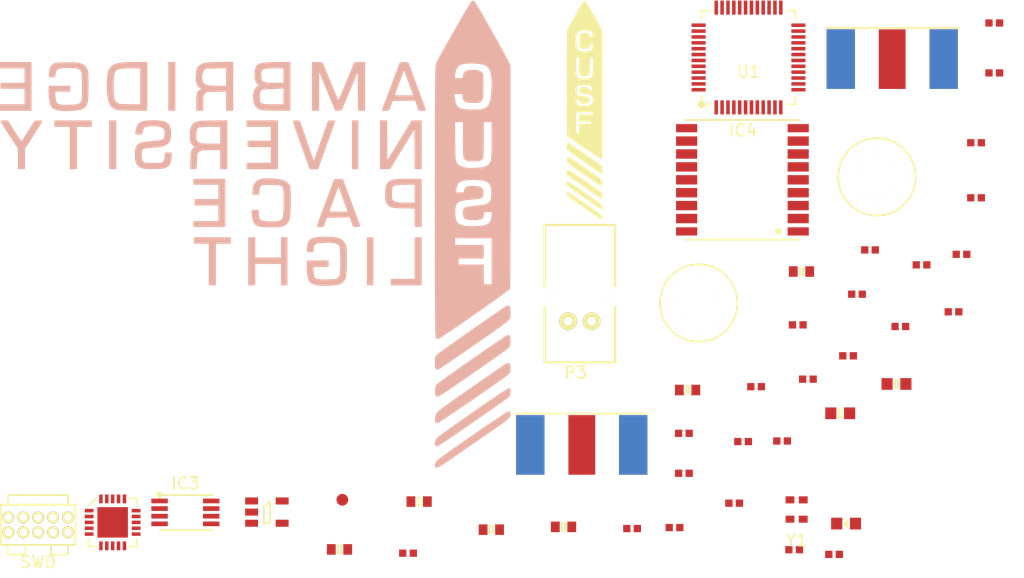
<source format=kicad_pcb>
(kicad_pcb (version 4) (host pcbnew 4.0.0-rc1-stable)

  (general
    (links 121)
    (no_connects 117)
    (area 0 0 0 0)
    (thickness 1.6)
    (drawings 0)
    (tracks 0)
    (zones 0)
    (modules 48)
    (nets 30)
  )

  (page A4)
  (layers
    (0 F.Cu signal)
    (31 B.Cu signal)
    (32 B.Adhes user)
    (33 F.Adhes user)
    (34 B.Paste user)
    (35 F.Paste user)
    (36 B.SilkS user)
    (37 F.SilkS user)
    (38 B.Mask user)
    (39 F.Mask user)
    (40 Dwgs.User user)
    (41 Cmts.User user)
    (42 Eco1.User user)
    (43 Eco2.User user)
    (44 Edge.Cuts user)
    (45 Margin user)
    (46 B.CrtYd user)
    (47 F.CrtYd user)
    (48 B.Fab user)
    (49 F.Fab user)
  )

  (setup
    (last_trace_width 0.25)
    (trace_clearance 0.2)
    (zone_clearance 0.508)
    (zone_45_only no)
    (trace_min 0.2)
    (segment_width 0.2)
    (edge_width 0.1)
    (via_size 0.6)
    (via_drill 0.4)
    (via_min_size 0.4)
    (via_min_drill 0.3)
    (uvia_size 0.3)
    (uvia_drill 0.1)
    (uvias_allowed no)
    (uvia_min_size 0.2)
    (uvia_min_drill 0.1)
    (pcb_text_width 0.3)
    (pcb_text_size 1.5 1.5)
    (mod_edge_width 0.15)
    (mod_text_size 1 1)
    (mod_text_width 0.15)
    (pad_size 1.5 1.5)
    (pad_drill 0.6)
    (pad_to_mask_clearance 0)
    (aux_axis_origin 0 0)
    (visible_elements 7FFFFFFF)
    (pcbplotparams
      (layerselection 0x00030_80000001)
      (usegerberextensions false)
      (excludeedgelayer true)
      (linewidth 0.100000)
      (plotframeref false)
      (viasonmask false)
      (mode 1)
      (useauxorigin false)
      (hpglpennumber 1)
      (hpglpenspeed 20)
      (hpglpendiameter 15)
      (hpglpenoverlay 2)
      (psnegative false)
      (psa4output false)
      (plotreference true)
      (plotvalue true)
      (plotinvisibletext false)
      (padsonsilk false)
      (subtractmaskfromsilk false)
      (outputformat 1)
      (mirror false)
      (drillshape 1)
      (scaleselection 1)
      (outputdirectory ""))
  )

  (net 0 "")
  (net 1 +3V3)
  (net 2 GND)
  (net 3 "Net-(C10-Pad1)")
  (net 4 "Net-(C11-Pad1)")
  (net 5 "Net-(C11-Pad2)")
  (net 6 "Net-(C12-Pad1)")
  (net 7 "Net-(C12-Pad2)")
  (net 8 "Net-(C14-Pad1)")
  (net 9 "Net-(C15-Pad1)")
  (net 10 +BATT)
  (net 11 "Net-(C19-Pad2)")
  (net 12 /Radio_nIRQ)
  (net 13 /Radio_SCLK)
  (net 14 /Radio_SDO)
  (net 15 /Radio_SDI)
  (net 16 /Radio_nSEL)
  (net 17 "Net-(IC2-Pad1)")
  (net 18 "Net-(IC2-Pad3)")
  (net 19 "Net-(IC4-Pad11)")
  (net 20 /TX_GPS_from_MCU)
  (net 21 /RX_GPS_from_MCU)
  (net 22 /SWDIO)
  (net 23 /SWCLK)
  (net 24 /nRST)
  (net 25 "Net-(R1-Pad2)")
  (net 26 "Net-(R4-Pad2)")
  (net 27 "Net-(C22-Pad1)")
  (net 28 "Net-(C22-Pad2)")
  (net 29 "Net-(D1-Pad2)")

  (net_class Default "This is the default net class."
    (clearance 0.2)
    (trace_width 0.25)
    (via_dia 0.6)
    (via_drill 0.4)
    (uvia_dia 0.3)
    (uvia_drill 0.1)
    (add_net +3V3)
    (add_net +BATT)
    (add_net /RX_GPS_from_MCU)
    (add_net /Radio_SCLK)
    (add_net /Radio_SDI)
    (add_net /Radio_SDO)
    (add_net /Radio_nIRQ)
    (add_net /Radio_nSEL)
    (add_net /SWCLK)
    (add_net /SWDIO)
    (add_net /TX_GPS_from_MCU)
    (add_net /nRST)
    (add_net GND)
    (add_net "Net-(C10-Pad1)")
    (add_net "Net-(C11-Pad1)")
    (add_net "Net-(C11-Pad2)")
    (add_net "Net-(C12-Pad1)")
    (add_net "Net-(C12-Pad2)")
    (add_net "Net-(C14-Pad1)")
    (add_net "Net-(C15-Pad1)")
    (add_net "Net-(C19-Pad2)")
    (add_net "Net-(C22-Pad1)")
    (add_net "Net-(C22-Pad2)")
    (add_net "Net-(D1-Pad2)")
    (add_net "Net-(IC2-Pad1)")
    (add_net "Net-(IC2-Pad3)")
    (add_net "Net-(IC4-Pad11)")
    (add_net "Net-(R1-Pad2)")
    (add_net "Net-(R4-Pad2)")
  )

  (module agg:0402 (layer F.Cu) (tedit 56836635) (tstamp 56E53BD8)
    (at 185.49 72.115953)
    (path /56D73780)
    (fp_text reference C1 (at -1.71 0 90) (layer F.Fab)
      (effects (font (size 1 1) (thickness 0.15)))
    )
    (fp_text value 100p (at 1.71 0 90) (layer F.Fab)
      (effects (font (size 1 1) (thickness 0.15)))
    )
    (fp_line (start -0.5 -0.25) (end 0.5 -0.25) (layer F.Fab) (width 0.01))
    (fp_line (start 0.5 -0.25) (end 0.5 0.25) (layer F.Fab) (width 0.01))
    (fp_line (start 0.5 0.25) (end -0.5 0.25) (layer F.Fab) (width 0.01))
    (fp_line (start -0.5 0.25) (end -0.5 -0.25) (layer F.Fab) (width 0.01))
    (fp_line (start -0.2 -0.25) (end -0.2 0.25) (layer F.Fab) (width 0.01))
    (fp_line (start 0.2 -0.25) (end 0.2 0.25) (layer F.Fab) (width 0.01))
    (fp_line (start -1.05 -0.6) (end 1.05 -0.6) (layer F.CrtYd) (width 0.01))
    (fp_line (start 1.05 -0.6) (end 1.05 0.6) (layer F.CrtYd) (width 0.01))
    (fp_line (start 1.05 0.6) (end -1.05 0.6) (layer F.CrtYd) (width 0.01))
    (fp_line (start -1.05 0.6) (end -1.05 -0.6) (layer F.CrtYd) (width 0.01))
    (pad 1 smd rect (at -0.45 0) (size 0.62 0.62) (layers F.Cu F.Paste F.Mask)
      (net 1 +3V3))
    (pad 2 smd rect (at 0.45 0) (size 0.62 0.62) (layers F.Cu F.Paste F.Mask)
      (net 2 GND))
  )

  (module agg:0402 (layer F.Cu) (tedit 56836635) (tstamp 56E53BEE)
    (at 165.21 98.855953)
    (path /56D736FB)
    (fp_text reference C3 (at -1.71 0 90) (layer F.Fab)
      (effects (font (size 1 1) (thickness 0.15)))
    )
    (fp_text value 100n (at 1.71 0 90) (layer F.Fab)
      (effects (font (size 1 1) (thickness 0.15)))
    )
    (fp_line (start -0.5 -0.25) (end 0.5 -0.25) (layer F.Fab) (width 0.01))
    (fp_line (start 0.5 -0.25) (end 0.5 0.25) (layer F.Fab) (width 0.01))
    (fp_line (start 0.5 0.25) (end -0.5 0.25) (layer F.Fab) (width 0.01))
    (fp_line (start -0.5 0.25) (end -0.5 -0.25) (layer F.Fab) (width 0.01))
    (fp_line (start -0.2 -0.25) (end -0.2 0.25) (layer F.Fab) (width 0.01))
    (fp_line (start 0.2 -0.25) (end 0.2 0.25) (layer F.Fab) (width 0.01))
    (fp_line (start -1.05 -0.6) (end 1.05 -0.6) (layer F.CrtYd) (width 0.01))
    (fp_line (start 1.05 -0.6) (end 1.05 0.6) (layer F.CrtYd) (width 0.01))
    (fp_line (start 1.05 0.6) (end -1.05 0.6) (layer F.CrtYd) (width 0.01))
    (fp_line (start -1.05 0.6) (end -1.05 -0.6) (layer F.CrtYd) (width 0.01))
    (pad 1 smd rect (at -0.45 0) (size 0.62 0.62) (layers F.Cu F.Paste F.Mask)
      (net 1 +3V3))
    (pad 2 smd rect (at 0.45 0) (size 0.62 0.62) (layers F.Cu F.Paste F.Mask)
      (net 2 GND))
  )

  (module agg:0402 (layer F.Cu) (tedit 56836635) (tstamp 56E53BFE)
    (at 159.06 102.831191)
    (path /56D64A5D)
    (fp_text reference C4 (at -1.71 0 90) (layer F.Fab)
      (effects (font (size 1 1) (thickness 0.15)))
    )
    (fp_text value 1u (at 1.71 0 90) (layer F.Fab)
      (effects (font (size 1 1) (thickness 0.15)))
    )
    (fp_line (start -0.5 -0.25) (end 0.5 -0.25) (layer F.Fab) (width 0.01))
    (fp_line (start 0.5 -0.25) (end 0.5 0.25) (layer F.Fab) (width 0.01))
    (fp_line (start 0.5 0.25) (end -0.5 0.25) (layer F.Fab) (width 0.01))
    (fp_line (start -0.5 0.25) (end -0.5 -0.25) (layer F.Fab) (width 0.01))
    (fp_line (start -0.2 -0.25) (end -0.2 0.25) (layer F.Fab) (width 0.01))
    (fp_line (start 0.2 -0.25) (end 0.2 0.25) (layer F.Fab) (width 0.01))
    (fp_line (start -1.05 -0.6) (end 1.05 -0.6) (layer F.CrtYd) (width 0.01))
    (fp_line (start 1.05 -0.6) (end 1.05 0.6) (layer F.CrtYd) (width 0.01))
    (fp_line (start 1.05 0.6) (end -1.05 0.6) (layer F.CrtYd) (width 0.01))
    (fp_line (start -1.05 0.6) (end -1.05 -0.6) (layer F.CrtYd) (width 0.01))
    (pad 1 smd rect (at -0.45 0) (size 0.62 0.62) (layers F.Cu F.Paste F.Mask)
      (net 1 +3V3))
    (pad 2 smd rect (at 0.45 0) (size 0.62 0.62) (layers F.Cu F.Paste F.Mask)
      (net 2 GND))
  )

  (module agg:0402 (layer F.Cu) (tedit 56836635) (tstamp 56E53C0E)
    (at 174.91 87.201191)
    (path /56D73073)
    (fp_text reference C5 (at -1.71 0 90) (layer F.Fab)
      (effects (font (size 1 1) (thickness 0.15)))
    )
    (fp_text value 1u (at 1.71 0 90) (layer F.Fab)
      (effects (font (size 1 1) (thickness 0.15)))
    )
    (fp_line (start -0.5 -0.25) (end 0.5 -0.25) (layer F.Fab) (width 0.01))
    (fp_line (start 0.5 -0.25) (end 0.5 0.25) (layer F.Fab) (width 0.01))
    (fp_line (start 0.5 0.25) (end -0.5 0.25) (layer F.Fab) (width 0.01))
    (fp_line (start -0.5 0.25) (end -0.5 -0.25) (layer F.Fab) (width 0.01))
    (fp_line (start -0.2 -0.25) (end -0.2 0.25) (layer F.Fab) (width 0.01))
    (fp_line (start 0.2 -0.25) (end 0.2 0.25) (layer F.Fab) (width 0.01))
    (fp_line (start -1.05 -0.6) (end 1.05 -0.6) (layer F.CrtYd) (width 0.01))
    (fp_line (start 1.05 -0.6) (end 1.05 0.6) (layer F.CrtYd) (width 0.01))
    (fp_line (start 1.05 0.6) (end -1.05 0.6) (layer F.CrtYd) (width 0.01))
    (fp_line (start -1.05 0.6) (end -1.05 -0.6) (layer F.CrtYd) (width 0.01))
    (pad 1 smd rect (at -0.45 0) (size 0.62 0.62) (layers F.Cu F.Paste F.Mask)
      (net 1 +3V3))
    (pad 2 smd rect (at 0.45 0) (size 0.62 0.62) (layers F.Cu F.Paste F.Mask)
      (net 2 GND))
  )

  (module agg:0402 (layer F.Cu) (tedit 56836635) (tstamp 56E53C36)
    (at 135.57 113.047381)
    (path /56D85768)
    (fp_text reference C10 (at -1.71 0 90) (layer F.Fab)
      (effects (font (size 1 1) (thickness 0.15)))
    )
    (fp_text value 3pF (at 1.71 0 90) (layer F.Fab)
      (effects (font (size 1 1) (thickness 0.15)))
    )
    (fp_line (start -0.5 -0.25) (end 0.5 -0.25) (layer F.Fab) (width 0.01))
    (fp_line (start 0.5 -0.25) (end 0.5 0.25) (layer F.Fab) (width 0.01))
    (fp_line (start 0.5 0.25) (end -0.5 0.25) (layer F.Fab) (width 0.01))
    (fp_line (start -0.5 0.25) (end -0.5 -0.25) (layer F.Fab) (width 0.01))
    (fp_line (start -0.2 -0.25) (end -0.2 0.25) (layer F.Fab) (width 0.01))
    (fp_line (start 0.2 -0.25) (end 0.2 0.25) (layer F.Fab) (width 0.01))
    (fp_line (start -1.05 -0.6) (end 1.05 -0.6) (layer F.CrtYd) (width 0.01))
    (fp_line (start 1.05 -0.6) (end 1.05 0.6) (layer F.CrtYd) (width 0.01))
    (fp_line (start 1.05 0.6) (end -1.05 0.6) (layer F.CrtYd) (width 0.01))
    (fp_line (start -1.05 0.6) (end -1.05 -0.6) (layer F.CrtYd) (width 0.01))
    (pad 1 smd rect (at -0.45 0) (size 0.62 0.62) (layers F.Cu F.Paste F.Mask)
      (net 3 "Net-(C10-Pad1)"))
    (pad 2 smd rect (at 0.45 0) (size 0.62 0.62) (layers F.Cu F.Paste F.Mask)
      (net 2 GND))
  )

  (module agg:0402 (layer F.Cu) (tedit 56836635) (tstamp 56E53C46)
    (at 185.49 67.858334)
    (path /56D88F67)
    (fp_text reference C11 (at -1.71 0 90) (layer F.Fab)
      (effects (font (size 1 1) (thickness 0.15)))
    )
    (fp_text value 36pF (at 1.71 0 90) (layer F.Fab)
      (effects (font (size 1 1) (thickness 0.15)))
    )
    (fp_line (start -0.5 -0.25) (end 0.5 -0.25) (layer F.Fab) (width 0.01))
    (fp_line (start 0.5 -0.25) (end 0.5 0.25) (layer F.Fab) (width 0.01))
    (fp_line (start 0.5 0.25) (end -0.5 0.25) (layer F.Fab) (width 0.01))
    (fp_line (start -0.5 0.25) (end -0.5 -0.25) (layer F.Fab) (width 0.01))
    (fp_line (start -0.2 -0.25) (end -0.2 0.25) (layer F.Fab) (width 0.01))
    (fp_line (start 0.2 -0.25) (end 0.2 0.25) (layer F.Fab) (width 0.01))
    (fp_line (start -1.05 -0.6) (end 1.05 -0.6) (layer F.CrtYd) (width 0.01))
    (fp_line (start 1.05 -0.6) (end 1.05 0.6) (layer F.CrtYd) (width 0.01))
    (fp_line (start 1.05 0.6) (end -1.05 0.6) (layer F.CrtYd) (width 0.01))
    (fp_line (start -1.05 0.6) (end -1.05 -0.6) (layer F.CrtYd) (width 0.01))
    (pad 1 smd rect (at -0.45 0) (size 0.62 0.62) (layers F.Cu F.Paste F.Mask)
      (net 4 "Net-(C11-Pad1)"))
    (pad 2 smd rect (at 0.45 0) (size 0.62 0.62) (layers F.Cu F.Paste F.Mask)
      (net 5 "Net-(C11-Pad2)"))
  )

  (module agg:0402 (layer F.Cu) (tedit 56836635) (tstamp 56E53C56)
    (at 183.94 82.756429)
    (path /56D88057)
    (fp_text reference C12 (at -1.71 0 90) (layer F.Fab)
      (effects (font (size 1 1) (thickness 0.15)))
    )
    (fp_text value 1.2pF (at 1.71 0 90) (layer F.Fab)
      (effects (font (size 1 1) (thickness 0.15)))
    )
    (fp_line (start -0.5 -0.25) (end 0.5 -0.25) (layer F.Fab) (width 0.01))
    (fp_line (start 0.5 -0.25) (end 0.5 0.25) (layer F.Fab) (width 0.01))
    (fp_line (start 0.5 0.25) (end -0.5 0.25) (layer F.Fab) (width 0.01))
    (fp_line (start -0.5 0.25) (end -0.5 -0.25) (layer F.Fab) (width 0.01))
    (fp_line (start -0.2 -0.25) (end -0.2 0.25) (layer F.Fab) (width 0.01))
    (fp_line (start 0.2 -0.25) (end 0.2 0.25) (layer F.Fab) (width 0.01))
    (fp_line (start -1.05 -0.6) (end 1.05 -0.6) (layer F.CrtYd) (width 0.01))
    (fp_line (start 1.05 -0.6) (end 1.05 0.6) (layer F.CrtYd) (width 0.01))
    (fp_line (start 1.05 0.6) (end -1.05 0.6) (layer F.CrtYd) (width 0.01))
    (fp_line (start -1.05 0.6) (end -1.05 -0.6) (layer F.CrtYd) (width 0.01))
    (pad 1 smd rect (at -0.45 0) (size 0.62 0.62) (layers F.Cu F.Paste F.Mask)
      (net 6 "Net-(C12-Pad1)"))
    (pad 2 smd rect (at 0.45 0) (size 0.62 0.62) (layers F.Cu F.Paste F.Mask)
      (net 7 "Net-(C12-Pad2)"))
  )

  (module agg:0402 (layer F.Cu) (tedit 56836635) (tstamp 56E53C66)
    (at 183.94 78.066429)
    (path /56D89BE4)
    (fp_text reference C13 (at -1.71 0 90) (layer F.Fab)
      (effects (font (size 1 1) (thickness 0.15)))
    )
    (fp_text value 3.3pF (at 1.71 0 90) (layer F.Fab)
      (effects (font (size 1 1) (thickness 0.15)))
    )
    (fp_line (start -0.5 -0.25) (end 0.5 -0.25) (layer F.Fab) (width 0.01))
    (fp_line (start 0.5 -0.25) (end 0.5 0.25) (layer F.Fab) (width 0.01))
    (fp_line (start 0.5 0.25) (end -0.5 0.25) (layer F.Fab) (width 0.01))
    (fp_line (start -0.5 0.25) (end -0.5 -0.25) (layer F.Fab) (width 0.01))
    (fp_line (start -0.2 -0.25) (end -0.2 0.25) (layer F.Fab) (width 0.01))
    (fp_line (start 0.2 -0.25) (end 0.2 0.25) (layer F.Fab) (width 0.01))
    (fp_line (start -1.05 -0.6) (end 1.05 -0.6) (layer F.CrtYd) (width 0.01))
    (fp_line (start 1.05 -0.6) (end 1.05 0.6) (layer F.CrtYd) (width 0.01))
    (fp_line (start 1.05 0.6) (end -1.05 0.6) (layer F.CrtYd) (width 0.01))
    (fp_line (start -1.05 0.6) (end -1.05 -0.6) (layer F.CrtYd) (width 0.01))
    (pad 1 smd rect (at -0.45 0) (size 0.62 0.62) (layers F.Cu F.Paste F.Mask)
      (net 6 "Net-(C12-Pad1)"))
    (pad 2 smd rect (at 0.45 0) (size 0.62 0.62) (layers F.Cu F.Paste F.Mask)
      (net 2 GND))
  )

  (module agg:0402 (layer F.Cu) (tedit 56836635) (tstamp 56E53C76)
    (at 168.76 93.588334)
    (path /56D89CB4)
    (fp_text reference C14 (at -1.71 0 90) (layer F.Fab)
      (effects (font (size 1 1) (thickness 0.15)))
    )
    (fp_text value 10pF (at 1.71 0 90) (layer F.Fab)
      (effects (font (size 1 1) (thickness 0.15)))
    )
    (fp_line (start -0.5 -0.25) (end 0.5 -0.25) (layer F.Fab) (width 0.01))
    (fp_line (start 0.5 -0.25) (end 0.5 0.25) (layer F.Fab) (width 0.01))
    (fp_line (start 0.5 0.25) (end -0.5 0.25) (layer F.Fab) (width 0.01))
    (fp_line (start -0.5 0.25) (end -0.5 -0.25) (layer F.Fab) (width 0.01))
    (fp_line (start -0.2 -0.25) (end -0.2 0.25) (layer F.Fab) (width 0.01))
    (fp_line (start 0.2 -0.25) (end 0.2 0.25) (layer F.Fab) (width 0.01))
    (fp_line (start -1.05 -0.6) (end 1.05 -0.6) (layer F.CrtYd) (width 0.01))
    (fp_line (start 1.05 -0.6) (end 1.05 0.6) (layer F.CrtYd) (width 0.01))
    (fp_line (start 1.05 0.6) (end -1.05 0.6) (layer F.CrtYd) (width 0.01))
    (fp_line (start -1.05 0.6) (end -1.05 -0.6) (layer F.CrtYd) (width 0.01))
    (pad 1 smd rect (at -0.45 0) (size 0.62 0.62) (layers F.Cu F.Paste F.Mask)
      (net 8 "Net-(C14-Pad1)"))
    (pad 2 smd rect (at 0.45 0) (size 0.62 0.62) (layers F.Cu F.Paste F.Mask)
      (net 2 GND))
  )

  (module agg:0402 (layer F.Cu) (tedit 56836635) (tstamp 56E53C86)
    (at 154.65 110.946429)
    (path /56D89D59)
    (fp_text reference C15 (at -1.71 0 90) (layer F.Fab)
      (effects (font (size 1 1) (thickness 0.15)))
    )
    (fp_text value 4.7pF (at 1.71 0 90) (layer F.Fab)
      (effects (font (size 1 1) (thickness 0.15)))
    )
    (fp_line (start -0.5 -0.25) (end 0.5 -0.25) (layer F.Fab) (width 0.01))
    (fp_line (start 0.5 -0.25) (end 0.5 0.25) (layer F.Fab) (width 0.01))
    (fp_line (start 0.5 0.25) (end -0.5 0.25) (layer F.Fab) (width 0.01))
    (fp_line (start -0.5 0.25) (end -0.5 -0.25) (layer F.Fab) (width 0.01))
    (fp_line (start -0.2 -0.25) (end -0.2 0.25) (layer F.Fab) (width 0.01))
    (fp_line (start 0.2 -0.25) (end 0.2 0.25) (layer F.Fab) (width 0.01))
    (fp_line (start -1.05 -0.6) (end 1.05 -0.6) (layer F.CrtYd) (width 0.01))
    (fp_line (start 1.05 -0.6) (end 1.05 0.6) (layer F.CrtYd) (width 0.01))
    (fp_line (start 1.05 0.6) (end -1.05 0.6) (layer F.CrtYd) (width 0.01))
    (fp_line (start -1.05 0.6) (end -1.05 -0.6) (layer F.CrtYd) (width 0.01))
    (pad 1 smd rect (at -0.45 0) (size 0.62 0.62) (layers F.Cu F.Paste F.Mask)
      (net 9 "Net-(C15-Pad1)"))
    (pad 2 smd rect (at 0.45 0) (size 0.62 0.62) (layers F.Cu F.Paste F.Mask)
      (net 2 GND))
  )

  (module agg:0402 (layer F.Cu) (tedit 56836635) (tstamp 56E53CA2)
    (at 159.06 106.235953)
    (path /56D682B2)
    (fp_text reference C18 (at -1.71 0 90) (layer F.Fab)
      (effects (font (size 1 1) (thickness 0.15)))
    )
    (fp_text value 100n (at 1.71 0 90) (layer F.Fab)
      (effects (font (size 1 1) (thickness 0.15)))
    )
    (fp_line (start -0.5 -0.25) (end 0.5 -0.25) (layer F.Fab) (width 0.01))
    (fp_line (start 0.5 -0.25) (end 0.5 0.25) (layer F.Fab) (width 0.01))
    (fp_line (start 0.5 0.25) (end -0.5 0.25) (layer F.Fab) (width 0.01))
    (fp_line (start -0.5 0.25) (end -0.5 -0.25) (layer F.Fab) (width 0.01))
    (fp_line (start -0.2 -0.25) (end -0.2 0.25) (layer F.Fab) (width 0.01))
    (fp_line (start 0.2 -0.25) (end 0.2 0.25) (layer F.Fab) (width 0.01))
    (fp_line (start -1.05 -0.6) (end 1.05 -0.6) (layer F.CrtYd) (width 0.01))
    (fp_line (start 1.05 -0.6) (end 1.05 0.6) (layer F.CrtYd) (width 0.01))
    (fp_line (start 1.05 0.6) (end -1.05 0.6) (layer F.CrtYd) (width 0.01))
    (fp_line (start -1.05 0.6) (end -1.05 -0.6) (layer F.CrtYd) (width 0.01))
    (pad 1 smd rect (at -0.45 0) (size 0.62 0.62) (layers F.Cu F.Paste F.Mask)
      (net 1 +3V3))
    (pad 2 smd rect (at 0.45 0) (size 0.62 0.62) (layers F.Cu F.Paste F.Mask)
      (net 2 GND))
  )

  (module agg:QFN-20-EP-SI (layer F.Cu) (tedit 5687759E) (tstamp 56E53D17)
    (at 110.419047 110.42)
    (path /56D6309C)
    (fp_text reference IC1 (at 0 -3.325) (layer F.Fab)
      (effects (font (size 1 1) (thickness 0.15)))
    )
    (fp_text value Si4460 (at 0 3.325) (layer F.Fab)
      (effects (font (size 1 1) (thickness 0.15)))
    )
    (fp_line (start -2.05 -2.05) (end 2.05 -2.05) (layer F.Fab) (width 0.01))
    (fp_line (start 2.05 -2.05) (end 2.05 2.05) (layer F.Fab) (width 0.01))
    (fp_line (start 2.05 2.05) (end -2.05 2.05) (layer F.Fab) (width 0.01))
    (fp_line (start -2.05 2.05) (end -2.05 -2.05) (layer F.Fab) (width 0.01))
    (fp_circle (center -1.25 -1.25) (end -1.25 -0.85) (layer F.Fab) (width 0.01))
    (fp_line (start -1.55 -1.15) (end -2.05 -1.15) (layer F.Fab) (width 0.01))
    (fp_line (start -2.05 -0.85) (end -1.55 -0.85) (layer F.Fab) (width 0.01))
    (fp_line (start -1.55 -0.85) (end -1.55 -1.15) (layer F.Fab) (width 0.01))
    (fp_line (start -1.55 -0.65) (end -2.05 -0.65) (layer F.Fab) (width 0.01))
    (fp_line (start -2.05 -0.35) (end -1.55 -0.35) (layer F.Fab) (width 0.01))
    (fp_line (start -1.55 -0.35) (end -1.55 -0.65) (layer F.Fab) (width 0.01))
    (fp_line (start -1.55 -0.15) (end -2.05 -0.15) (layer F.Fab) (width 0.01))
    (fp_line (start -2.05 0.15) (end -1.55 0.15) (layer F.Fab) (width 0.01))
    (fp_line (start -1.55 0.15) (end -1.55 -0.15) (layer F.Fab) (width 0.01))
    (fp_line (start -1.55 0.35) (end -2.05 0.35) (layer F.Fab) (width 0.01))
    (fp_line (start -2.05 0.65) (end -1.55 0.65) (layer F.Fab) (width 0.01))
    (fp_line (start -1.55 0.65) (end -1.55 0.35) (layer F.Fab) (width 0.01))
    (fp_line (start -1.55 0.85) (end -2.05 0.85) (layer F.Fab) (width 0.01))
    (fp_line (start -2.05 1.15) (end -1.55 1.15) (layer F.Fab) (width 0.01))
    (fp_line (start -1.55 1.15) (end -1.55 0.85) (layer F.Fab) (width 0.01))
    (fp_line (start 2.05 0.85) (end 1.55 0.85) (layer F.Fab) (width 0.01))
    (fp_line (start 1.55 0.85) (end 1.55 1.15) (layer F.Fab) (width 0.01))
    (fp_line (start 1.55 1.15) (end 2.05 1.15) (layer F.Fab) (width 0.01))
    (fp_line (start 2.05 0.35) (end 1.55 0.35) (layer F.Fab) (width 0.01))
    (fp_line (start 1.55 0.35) (end 1.55 0.65) (layer F.Fab) (width 0.01))
    (fp_line (start 1.55 0.65) (end 2.05 0.65) (layer F.Fab) (width 0.01))
    (fp_line (start 2.05 -0.15) (end 1.55 -0.15) (layer F.Fab) (width 0.01))
    (fp_line (start 1.55 -0.15) (end 1.55 0.15) (layer F.Fab) (width 0.01))
    (fp_line (start 1.55 0.15) (end 2.05 0.15) (layer F.Fab) (width 0.01))
    (fp_line (start 2.05 -0.65) (end 1.55 -0.65) (layer F.Fab) (width 0.01))
    (fp_line (start 1.55 -0.65) (end 1.55 -0.35) (layer F.Fab) (width 0.01))
    (fp_line (start 1.55 -0.35) (end 2.05 -0.35) (layer F.Fab) (width 0.01))
    (fp_line (start 2.05 -1.15) (end 1.55 -1.15) (layer F.Fab) (width 0.01))
    (fp_line (start 1.55 -1.15) (end 1.55 -0.85) (layer F.Fab) (width 0.01))
    (fp_line (start 1.55 -0.85) (end 2.05 -0.85) (layer F.Fab) (width 0.01))
    (fp_line (start 0.85 -1.55) (end 1.15 -1.55) (layer F.Fab) (width 0.01))
    (fp_line (start 1.15 -1.55) (end 1.15 -2.05) (layer F.Fab) (width 0.01))
    (fp_line (start 0.85 -2.05) (end 0.85 -1.55) (layer F.Fab) (width 0.01))
    (fp_line (start 0.35 -1.55) (end 0.65 -1.55) (layer F.Fab) (width 0.01))
    (fp_line (start 0.65 -1.55) (end 0.65 -2.05) (layer F.Fab) (width 0.01))
    (fp_line (start 0.35 -2.05) (end 0.35 -1.55) (layer F.Fab) (width 0.01))
    (fp_line (start -0.15 -1.55) (end 0.15 -1.55) (layer F.Fab) (width 0.01))
    (fp_line (start 0.15 -1.55) (end 0.15 -2.05) (layer F.Fab) (width 0.01))
    (fp_line (start -0.15 -2.05) (end -0.15 -1.55) (layer F.Fab) (width 0.01))
    (fp_line (start -0.65 -1.55) (end -0.35 -1.55) (layer F.Fab) (width 0.01))
    (fp_line (start -0.35 -1.55) (end -0.35 -2.05) (layer F.Fab) (width 0.01))
    (fp_line (start -0.65 -2.05) (end -0.65 -1.55) (layer F.Fab) (width 0.01))
    (fp_line (start -1.15 -1.55) (end -0.85 -1.55) (layer F.Fab) (width 0.01))
    (fp_line (start -0.85 -1.55) (end -0.85 -2.05) (layer F.Fab) (width 0.01))
    (fp_line (start -1.15 -2.05) (end -1.15 -1.55) (layer F.Fab) (width 0.01))
    (fp_line (start -0.85 2.05) (end -0.85 1.55) (layer F.Fab) (width 0.01))
    (fp_line (start -0.85 1.55) (end -1.15 1.55) (layer F.Fab) (width 0.01))
    (fp_line (start -1.15 1.55) (end -1.15 2.05) (layer F.Fab) (width 0.01))
    (fp_line (start -0.35 2.05) (end -0.35 1.55) (layer F.Fab) (width 0.01))
    (fp_line (start -0.35 1.55) (end -0.65 1.55) (layer F.Fab) (width 0.01))
    (fp_line (start -0.65 1.55) (end -0.65 2.05) (layer F.Fab) (width 0.01))
    (fp_line (start 0.15 2.05) (end 0.15 1.55) (layer F.Fab) (width 0.01))
    (fp_line (start 0.15 1.55) (end -0.15 1.55) (layer F.Fab) (width 0.01))
    (fp_line (start -0.15 1.55) (end -0.15 2.05) (layer F.Fab) (width 0.01))
    (fp_line (start 0.65 2.05) (end 0.65 1.55) (layer F.Fab) (width 0.01))
    (fp_line (start 0.65 1.55) (end 0.35 1.55) (layer F.Fab) (width 0.01))
    (fp_line (start 0.35 1.55) (end 0.35 2.05) (layer F.Fab) (width 0.01))
    (fp_line (start 1.15 2.05) (end 1.15 1.55) (layer F.Fab) (width 0.01))
    (fp_line (start 1.15 1.55) (end 0.85 1.55) (layer F.Fab) (width 0.01))
    (fp_line (start 0.85 1.55) (end 0.85 2.05) (layer F.Fab) (width 0.01))
    (fp_line (start -2.05 -1.4) (end -1.4 -2.05) (layer F.SilkS) (width 0.15))
    (fp_line (start 1.4 -2.05) (end 2.05 -2.05) (layer F.SilkS) (width 0.15))
    (fp_line (start 2.05 -2.05) (end 2.05 -1.4) (layer F.SilkS) (width 0.15))
    (fp_line (start 1.4 2.05) (end 2.05 2.05) (layer F.SilkS) (width 0.15))
    (fp_line (start 2.05 2.05) (end 2.05 1.4) (layer F.SilkS) (width 0.15))
    (fp_line (start -1.4 2.05) (end -2.05 2.05) (layer F.SilkS) (width 0.15))
    (fp_line (start -2.05 2.05) (end -2.05 1.4) (layer F.SilkS) (width 0.15))
    (fp_line (start -2.65 -2.65) (end 2.65 -2.65) (layer F.CrtYd) (width 0.01))
    (fp_line (start 2.65 -2.65) (end 2.65 2.65) (layer F.CrtYd) (width 0.01))
    (fp_line (start 2.65 2.65) (end -2.65 2.65) (layer F.CrtYd) (width 0.01))
    (fp_line (start -2.65 2.65) (end -2.65 -2.65) (layer F.CrtYd) (width 0.01))
    (pad 1 smd rect (at -2 -1) (size 0.75 0.3) (layers F.Cu F.Paste F.Mask))
    (pad 2 smd rect (at -2 -0.5) (size 0.75 0.3) (layers F.Cu F.Paste F.Mask)
      (net 3 "Net-(C10-Pad1)"))
    (pad 3 smd rect (at -2 0) (size 0.75 0.3) (layers F.Cu F.Paste F.Mask)
      (net 7 "Net-(C12-Pad2)"))
    (pad 4 smd rect (at -2 0.5) (size 0.75 0.3) (layers F.Cu F.Paste F.Mask)
      (net 5 "Net-(C11-Pad2)"))
    (pad 5 smd rect (at -2 1) (size 0.75 0.3) (layers F.Cu F.Paste F.Mask))
    (pad 6 smd rect (at -1 2) (size 0.3 0.75) (layers F.Cu F.Paste F.Mask)
      (net 1 +3V3))
    (pad 7 smd rect (at -0.5 2) (size 0.3 0.75) (layers F.Cu F.Paste F.Mask))
    (pad 8 smd rect (at 0 2) (size 0.3 0.75) (layers F.Cu F.Paste F.Mask)
      (net 1 +3V3))
    (pad 9 smd rect (at 0.5 2) (size 0.3 0.75) (layers F.Cu F.Paste F.Mask))
    (pad 10 smd rect (at 1 2) (size 0.3 0.75) (layers F.Cu F.Paste F.Mask))
    (pad 11 smd rect (at 2 1) (size 0.75 0.3) (layers F.Cu F.Paste F.Mask)
      (net 12 /Radio_nIRQ))
    (pad 12 smd rect (at 2 0.5) (size 0.75 0.3) (layers F.Cu F.Paste F.Mask)
      (net 13 /Radio_SCLK))
    (pad 13 smd rect (at 2 0) (size 0.75 0.3) (layers F.Cu F.Paste F.Mask)
      (net 14 /Radio_SDO))
    (pad 14 smd rect (at 2 -0.5) (size 0.75 0.3) (layers F.Cu F.Paste F.Mask)
      (net 15 /Radio_SDI))
    (pad 15 smd rect (at 2 -1) (size 0.75 0.3) (layers F.Cu F.Paste F.Mask)
      (net 16 /Radio_nSEL))
    (pad 16 smd rect (at 1 -2) (size 0.3 0.75) (layers F.Cu F.Paste F.Mask))
    (pad 17 smd rect (at 0.5 -2) (size 0.3 0.75) (layers F.Cu F.Paste F.Mask)
      (net 27 "Net-(C22-Pad1)"))
    (pad 18 smd rect (at 0 -2) (size 0.3 0.75) (layers F.Cu F.Paste F.Mask)
      (net 2 GND))
    (pad 19 smd rect (at -0.5 -2) (size 0.3 0.75) (layers F.Cu F.Paste F.Mask))
    (pad 20 smd rect (at -1 -2) (size 0.3 0.75) (layers F.Cu F.Paste F.Mask))
    (pad EP smd rect (at -0.65 -0.65) (size 1.1 1.1) (layers F.Cu F.Paste)
      (net 2 GND) (solder_paste_margin 0.001))
    (pad EP smd rect (at -0.65 0.65) (size 1.1 1.1) (layers F.Cu F.Paste)
      (net 2 GND) (solder_paste_margin 0.001))
    (pad EP smd rect (at 0.65 -0.65) (size 1.1 1.1) (layers F.Cu F.Paste)
      (net 2 GND) (solder_paste_margin 0.001))
    (pad EP smd rect (at 0.65 0.65) (size 1.1 1.1) (layers F.Cu F.Paste)
      (net 2 GND) (solder_paste_margin 0.001))
    (pad EP smd rect (at 0 0) (size 2.6 2.6) (layers F.Cu F.Mask)
      (net 2 GND) (solder_mask_margin 0.001))
  )

  (module agg:SOT-23-5 (layer F.Cu) (tedit 5686FE35) (tstamp 56E53D3D)
    (at 123.551905 109.545)
    (path /56D64A1D)
    (fp_text reference IC2 (at 0 -2.45) (layer F.Fab)
      (effects (font (size 1 1) (thickness 0.15)))
    )
    (fp_text value 24AA01 (at 0 2.45) (layer F.Fab)
      (effects (font (size 1 1) (thickness 0.15)))
    )
    (fp_line (start -0.85 -1.5) (end 0.85 -1.5) (layer F.Fab) (width 0.01))
    (fp_line (start 0.85 -1.5) (end 0.85 1.5) (layer F.Fab) (width 0.01))
    (fp_line (start 0.85 1.5) (end -0.85 1.5) (layer F.Fab) (width 0.01))
    (fp_line (start -0.85 1.5) (end -0.85 -1.5) (layer F.Fab) (width 0.01))
    (fp_circle (center -0.05 -0.7) (end -0.05 -0.3) (layer F.Fab) (width 0.01))
    (fp_line (start -1.6 -1.2) (end -0.85 -1.2) (layer F.Fab) (width 0.01))
    (fp_line (start -0.85 -0.7) (end -1.6 -0.7) (layer F.Fab) (width 0.01))
    (fp_line (start -1.6 -0.7) (end -1.6 -1.2) (layer F.Fab) (width 0.01))
    (fp_line (start -1.6 -0.25) (end -0.85 -0.25) (layer F.Fab) (width 0.01))
    (fp_line (start -0.85 0.25) (end -1.6 0.25) (layer F.Fab) (width 0.01))
    (fp_line (start -1.6 0.25) (end -1.6 -0.25) (layer F.Fab) (width 0.01))
    (fp_line (start -1.6 0.7) (end -0.85 0.7) (layer F.Fab) (width 0.01))
    (fp_line (start -0.85 1.2) (end -1.6 1.2) (layer F.Fab) (width 0.01))
    (fp_line (start -1.6 1.2) (end -1.6 0.7) (layer F.Fab) (width 0.01))
    (fp_line (start 0.85 0.7) (end 1.6 0.7) (layer F.Fab) (width 0.01))
    (fp_line (start 1.6 0.7) (end 1.6 1.2) (layer F.Fab) (width 0.01))
    (fp_line (start 1.6 1.2) (end 0.85 1.2) (layer F.Fab) (width 0.01))
    (fp_line (start 0.85 -1.2) (end 1.6 -1.2) (layer F.Fab) (width 0.01))
    (fp_line (start 1.6 -1.2) (end 1.6 -0.7) (layer F.Fab) (width 0.01))
    (fp_line (start 1.6 -0.7) (end 0.85 -0.7) (layer F.Fab) (width 0.01))
    (fp_line (start 0.25 -0.95) (end 0.25 -0.95) (layer F.SilkS) (width 0.15))
    (fp_line (start 0.25 -0.95) (end 0.25 0.95) (layer F.SilkS) (width 0.15))
    (fp_line (start 0.25 0.95) (end -0.25 0.95) (layer F.SilkS) (width 0.15))
    (fp_line (start -0.25 0.95) (end -0.25 -0.45) (layer F.SilkS) (width 0.15))
    (fp_line (start -0.25 -0.45) (end 0.25 -0.95) (layer F.SilkS) (width 0.15))
    (fp_line (start -2.1 -1.75) (end 2.1 -1.75) (layer F.CrtYd) (width 0.01))
    (fp_line (start 2.1 -1.75) (end 2.1 1.75) (layer F.CrtYd) (width 0.01))
    (fp_line (start 2.1 1.75) (end -2.1 1.75) (layer F.CrtYd) (width 0.01))
    (fp_line (start -2.1 1.75) (end -2.1 -1.75) (layer F.CrtYd) (width 0.01))
    (pad 1 smd rect (at -1.3 -0.95) (size 1.1 0.6) (layers F.Cu F.Paste F.Mask)
      (net 17 "Net-(IC2-Pad1)"))
    (pad 2 smd rect (at -1.3 0) (size 1.1 0.6) (layers F.Cu F.Paste F.Mask)
      (net 2 GND))
    (pad 3 smd rect (at -1.3 0.95) (size 1.1 0.6) (layers F.Cu F.Paste F.Mask)
      (net 18 "Net-(IC2-Pad3)"))
    (pad 4 smd rect (at 1.3 0.95) (size 1.1 0.6) (layers F.Cu F.Paste F.Mask)
      (net 1 +3V3))
    (pad 5 smd rect (at 1.3 -0.95) (size 1.1 0.6) (layers F.Cu F.Paste F.Mask)
      (net 2 GND))
  )

  (module Woodchuck:MSOP8 (layer F.Cu) (tedit 53CD920E) (tstamp 56E53D49)
    (at 114.413333 108.595)
    (path /56D6307F)
    (fp_text reference IC3 (at 2.2 -1.5) (layer F.SilkS)
      (effects (font (size 1 1) (thickness 0.15)))
    )
    (fp_text value ADP3335 (at 2.5 3.5) (layer F.SilkS) hide
      (effects (font (size 1 1) (thickness 0.15)))
    )
    (fp_circle (center 0 -0.5) (end 0.2 -0.5) (layer F.SilkS) (width 0.15))
    (fp_circle (center 0 -0.5) (end 0.1 -0.5) (layer F.SilkS) (width 0.15))
    (fp_line (start 0 2.5) (end 4.5 2.5) (layer F.SilkS) (width 0.15))
    (fp_line (start 0 -0.5) (end 4.5 -0.5) (layer F.SilkS) (width 0.15))
    (pad 1 smd rect (at 0 0) (size 1.4 0.4) (layers F.Cu F.Paste F.Mask)
      (net 1 +3V3))
    (pad 2 smd rect (at 0 0.65) (size 1.4 0.4) (layers F.Cu F.Paste F.Mask)
      (net 1 +3V3))
    (pad 3 smd rect (at 0 1.3) (size 1.4 0.4) (layers F.Cu F.Paste F.Mask)
      (net 1 +3V3))
    (pad 4 smd rect (at 0 1.95) (size 1.4 0.4) (layers F.Cu F.Paste F.Mask)
      (net 2 GND))
    (pad 5 smd rect (at 4.4 1.95) (size 1.4 0.4) (layers F.Cu F.Paste F.Mask)
      (net 11 "Net-(C19-Pad2)"))
    (pad 6 smd rect (at 4.4 1.3) (size 1.4 0.4) (layers F.Cu F.Paste F.Mask)
      (net 10 +BATT))
    (pad 7 smd rect (at 4.4 0.65) (size 1.4 0.4) (layers F.Cu F.Paste F.Mask)
      (net 10 +BATT))
    (pad 8 smd rect (at 4.4 0) (size 1.4 0.4) (layers F.Cu F.Paste F.Mask)
      (net 10 +BATT))
  )

  (module unchecked:MAX-7Q (layer F.Cu) (tedit 53CD82AC) (tstamp 56E53D63)
    (at 159.295 76.825001)
    (path /56D62FFF)
    (fp_text reference IC4 (at 4.8 0.2) (layer F.SilkS)
      (effects (font (size 1 1) (thickness 0.15)))
    )
    (fp_text value MAX-7Q (at 5 1.7) (layer F.SilkS) hide
      (effects (font (size 1 1) (thickness 0.15)))
    )
    (fp_circle (center 7.8 8.8) (end 8 8.8) (layer F.SilkS) (width 0.15))
    (fp_circle (center 7.8 8.8) (end 7.9 8.8) (layer F.SilkS) (width 0.15))
    (fp_line (start -0.1 -0.7) (end 9.6 -0.7) (layer F.SilkS) (width 0.15))
    (fp_line (start -0.1 9.5) (end 9.6 9.5) (layer F.SilkS) (width 0.15))
    (pad 10 smd rect (at 0 0) (size 1.8 0.7) (layers F.Cu F.Paste F.Mask)
      (net 2 GND))
    (pad 11 smd rect (at 0 1.1) (size 1.8 0.8) (layers F.Cu F.Paste F.Mask)
      (net 19 "Net-(IC4-Pad11)"))
    (pad 12 smd rect (at 0 2.2) (size 1.8 0.8) (layers F.Cu F.Paste F.Mask)
      (net 2 GND))
    (pad 13 smd rect (at 0 3.3) (size 1.8 0.8) (layers F.Cu F.Paste F.Mask))
    (pad 14 smd rect (at 0 4.4) (size 1.8 0.8) (layers F.Cu F.Paste F.Mask))
    (pad 15 smd rect (at 0 5.5) (size 1.8 0.8) (layers F.Cu F.Paste F.Mask))
    (pad 16 smd rect (at 0 6.6) (size 1.8 0.8) (layers F.Cu F.Paste F.Mask))
    (pad 17 smd rect (at 0 7.7) (size 1.8 0.8) (layers F.Cu F.Paste F.Mask))
    (pad 18 smd rect (at 0 8.8) (size 1.8 0.7) (layers F.Cu F.Paste F.Mask))
    (pad 9 smd rect (at 9.5 0) (size 1.8 0.7) (layers F.Cu F.Paste F.Mask))
    (pad 1 smd rect (at 9.5 8.8) (size 1.8 0.7) (layers F.Cu F.Paste F.Mask)
      (net 2 GND))
    (pad 8 smd rect (at 9.5 1.1) (size 1.8 0.8) (layers F.Cu F.Paste F.Mask)
      (net 1 +3V3))
    (pad 7 smd rect (at 9.5 2.2) (size 1.8 0.8) (layers F.Cu F.Paste F.Mask)
      (net 1 +3V3))
    (pad 6 smd rect (at 9.5 3.3) (size 1.8 0.8) (layers F.Cu F.Paste F.Mask)
      (net 1 +3V3))
    (pad 5 smd rect (at 9.5 4.4) (size 1.8 0.8) (layers F.Cu F.Paste F.Mask))
    (pad 4 smd rect (at 9.5 5.5) (size 1.8 0.8) (layers F.Cu F.Paste F.Mask))
    (pad 3 smd rect (at 9.5 6.6) (size 1.8 0.8) (layers F.Cu F.Paste F.Mask)
      (net 20 /TX_GPS_from_MCU))
    (pad 2 smd rect (at 9.5 7.7) (size 1.8 0.8) (layers F.Cu F.Paste F.Mask)
      (net 21 /RX_GPS_from_MCU))
  )

  (module agg:0603-L (layer F.Cu) (tedit 568455D1) (tstamp 56E53D77)
    (at 136.515 108.649762)
    (path /56D887F3)
    (fp_text reference L1 (at -2.025 0 90) (layer F.Fab)
      (effects (font (size 1 1) (thickness 0.15)))
    )
    (fp_text value 120nH (at 2.025 0 90) (layer F.Fab)
      (effects (font (size 1 1) (thickness 0.15)))
    )
    (fp_line (start -0.8 -0.4) (end 0.8 -0.4) (layer F.Fab) (width 0.01))
    (fp_line (start 0.8 -0.4) (end 0.8 0.4) (layer F.Fab) (width 0.01))
    (fp_line (start 0.8 0.4) (end -0.8 0.4) (layer F.Fab) (width 0.01))
    (fp_line (start -0.8 0.4) (end -0.8 -0.4) (layer F.Fab) (width 0.01))
    (fp_line (start -0.45 -0.4) (end -0.45 0.4) (layer F.Fab) (width 0.01))
    (fp_line (start 0.45 -0.4) (end 0.45 0.4) (layer F.Fab) (width 0.01))
    (fp_line (start -0.125 -0.325) (end 0.125 -0.325) (layer F.SilkS) (width 0.15))
    (fp_line (start 0.125 -0.325) (end 0.125 0.325) (layer F.SilkS) (width 0.15))
    (fp_line (start 0.125 0.325) (end -0.125 0.325) (layer F.SilkS) (width 0.15))
    (fp_line (start -0.125 0.325) (end -0.125 -0.325) (layer F.SilkS) (width 0.15))
    (fp_line (start -1.2 -0.55) (end 1.2 -0.55) (layer F.CrtYd) (width 0.01))
    (fp_line (start 1.2 -0.55) (end 1.2 0.55) (layer F.CrtYd) (width 0.01))
    (fp_line (start 1.2 0.55) (end -1.2 0.55) (layer F.CrtYd) (width 0.01))
    (fp_line (start -1.2 0.55) (end -1.2 -0.55) (layer F.CrtYd) (width 0.01))
    (pad 1 smd rect (at -0.7 0) (size 0.75 0.9) (layers F.Cu F.Paste F.Mask)
      (net 1 +3V3))
    (pad 2 smd rect (at 0.7 0) (size 0.75 0.9) (layers F.Cu F.Paste F.Mask)
      (net 5 "Net-(C11-Pad2)"))
  )

  (module agg:0603-L (layer F.Cu) (tedit 568455D1) (tstamp 56E53D8B)
    (at 129.735 112.725953)
    (path /56D876D8)
    (fp_text reference L2 (at -2.025 0 90) (layer F.Fab)
      (effects (font (size 1 1) (thickness 0.15)))
    )
    (fp_text value 18nH (at 2.025 0 90) (layer F.Fab)
      (effects (font (size 1 1) (thickness 0.15)))
    )
    (fp_line (start -0.8 -0.4) (end 0.8 -0.4) (layer F.Fab) (width 0.01))
    (fp_line (start 0.8 -0.4) (end 0.8 0.4) (layer F.Fab) (width 0.01))
    (fp_line (start 0.8 0.4) (end -0.8 0.4) (layer F.Fab) (width 0.01))
    (fp_line (start -0.8 0.4) (end -0.8 -0.4) (layer F.Fab) (width 0.01))
    (fp_line (start -0.45 -0.4) (end -0.45 0.4) (layer F.Fab) (width 0.01))
    (fp_line (start 0.45 -0.4) (end 0.45 0.4) (layer F.Fab) (width 0.01))
    (fp_line (start -0.125 -0.325) (end 0.125 -0.325) (layer F.SilkS) (width 0.15))
    (fp_line (start 0.125 -0.325) (end 0.125 0.325) (layer F.SilkS) (width 0.15))
    (fp_line (start 0.125 0.325) (end -0.125 0.325) (layer F.SilkS) (width 0.15))
    (fp_line (start -0.125 0.325) (end -0.125 -0.325) (layer F.SilkS) (width 0.15))
    (fp_line (start -1.2 -0.55) (end 1.2 -0.55) (layer F.CrtYd) (width 0.01))
    (fp_line (start 1.2 -0.55) (end 1.2 0.55) (layer F.CrtYd) (width 0.01))
    (fp_line (start 1.2 0.55) (end -1.2 0.55) (layer F.CrtYd) (width 0.01))
    (fp_line (start -1.2 0.55) (end -1.2 -0.55) (layer F.CrtYd) (width 0.01))
    (pad 1 smd rect (at -0.7 0) (size 0.75 0.9) (layers F.Cu F.Paste F.Mask)
      (net 3 "Net-(C10-Pad1)"))
    (pad 2 smd rect (at 0.7 0) (size 0.75 0.9) (layers F.Cu F.Paste F.Mask)
      (net 7 "Net-(C12-Pad2)"))
  )

  (module agg:0603-L (layer F.Cu) (tedit 568455D1) (tstamp 56E53D9F)
    (at 148.815 110.803572)
    (path /56D883DC)
    (fp_text reference L3 (at -2.025 0 90) (layer F.Fab)
      (effects (font (size 1 1) (thickness 0.15)))
    )
    (fp_text value 22nH (at 2.025 0 90) (layer F.Fab)
      (effects (font (size 1 1) (thickness 0.15)))
    )
    (fp_line (start -0.8 -0.4) (end 0.8 -0.4) (layer F.Fab) (width 0.01))
    (fp_line (start 0.8 -0.4) (end 0.8 0.4) (layer F.Fab) (width 0.01))
    (fp_line (start 0.8 0.4) (end -0.8 0.4) (layer F.Fab) (width 0.01))
    (fp_line (start -0.8 0.4) (end -0.8 -0.4) (layer F.Fab) (width 0.01))
    (fp_line (start -0.45 -0.4) (end -0.45 0.4) (layer F.Fab) (width 0.01))
    (fp_line (start 0.45 -0.4) (end 0.45 0.4) (layer F.Fab) (width 0.01))
    (fp_line (start -0.125 -0.325) (end 0.125 -0.325) (layer F.SilkS) (width 0.15))
    (fp_line (start 0.125 -0.325) (end 0.125 0.325) (layer F.SilkS) (width 0.15))
    (fp_line (start 0.125 0.325) (end -0.125 0.325) (layer F.SilkS) (width 0.15))
    (fp_line (start -0.125 0.325) (end -0.125 -0.325) (layer F.SilkS) (width 0.15))
    (fp_line (start -1.2 -0.55) (end 1.2 -0.55) (layer F.CrtYd) (width 0.01))
    (fp_line (start 1.2 -0.55) (end 1.2 0.55) (layer F.CrtYd) (width 0.01))
    (fp_line (start 1.2 0.55) (end -1.2 0.55) (layer F.CrtYd) (width 0.01))
    (fp_line (start -1.2 0.55) (end -1.2 -0.55) (layer F.CrtYd) (width 0.01))
    (pad 1 smd rect (at -0.7 0) (size 0.75 0.9) (layers F.Cu F.Paste F.Mask)
      (net 6 "Net-(C12-Pad1)"))
    (pad 2 smd rect (at 0.7 0) (size 0.75 0.9) (layers F.Cu F.Paste F.Mask)
      (net 3 "Net-(C10-Pad1)"))
  )

  (module agg:0603-L (layer F.Cu) (tedit 568455D1) (tstamp 56E53DB3)
    (at 159.375 99.141667)
    (path /56D89011)
    (fp_text reference L4 (at -2.025 0 90) (layer F.Fab)
      (effects (font (size 1 1) (thickness 0.15)))
    )
    (fp_text value 6.8nH (at 2.025 0 90) (layer F.Fab)
      (effects (font (size 1 1) (thickness 0.15)))
    )
    (fp_line (start -0.8 -0.4) (end 0.8 -0.4) (layer F.Fab) (width 0.01))
    (fp_line (start 0.8 -0.4) (end 0.8 0.4) (layer F.Fab) (width 0.01))
    (fp_line (start 0.8 0.4) (end -0.8 0.4) (layer F.Fab) (width 0.01))
    (fp_line (start -0.8 0.4) (end -0.8 -0.4) (layer F.Fab) (width 0.01))
    (fp_line (start -0.45 -0.4) (end -0.45 0.4) (layer F.Fab) (width 0.01))
    (fp_line (start 0.45 -0.4) (end 0.45 0.4) (layer F.Fab) (width 0.01))
    (fp_line (start -0.125 -0.325) (end 0.125 -0.325) (layer F.SilkS) (width 0.15))
    (fp_line (start 0.125 -0.325) (end 0.125 0.325) (layer F.SilkS) (width 0.15))
    (fp_line (start 0.125 0.325) (end -0.125 0.325) (layer F.SilkS) (width 0.15))
    (fp_line (start -0.125 0.325) (end -0.125 -0.325) (layer F.SilkS) (width 0.15))
    (fp_line (start -1.2 -0.55) (end 1.2 -0.55) (layer F.CrtYd) (width 0.01))
    (fp_line (start 1.2 -0.55) (end 1.2 0.55) (layer F.CrtYd) (width 0.01))
    (fp_line (start 1.2 0.55) (end -1.2 0.55) (layer F.CrtYd) (width 0.01))
    (fp_line (start -1.2 0.55) (end -1.2 -0.55) (layer F.CrtYd) (width 0.01))
    (pad 1 smd rect (at -0.7 0) (size 0.75 0.9) (layers F.Cu F.Paste F.Mask)
      (net 4 "Net-(C11-Pad1)"))
    (pad 2 smd rect (at 0.7 0) (size 0.75 0.9) (layers F.Cu F.Paste F.Mask)
      (net 6 "Net-(C12-Pad1)"))
  )

  (module agg:0603-L (layer F.Cu) (tedit 568455D1) (tstamp 56E53DC7)
    (at 169.075 89.041667)
    (path /56D89A38)
    (fp_text reference L5 (at -2.025 0 90) (layer F.Fab)
      (effects (font (size 1 1) (thickness 0.15)))
    )
    (fp_text value 6.8nH (at 2.025 0 90) (layer F.Fab)
      (effects (font (size 1 1) (thickness 0.15)))
    )
    (fp_line (start -0.8 -0.4) (end 0.8 -0.4) (layer F.Fab) (width 0.01))
    (fp_line (start 0.8 -0.4) (end 0.8 0.4) (layer F.Fab) (width 0.01))
    (fp_line (start 0.8 0.4) (end -0.8 0.4) (layer F.Fab) (width 0.01))
    (fp_line (start -0.8 0.4) (end -0.8 -0.4) (layer F.Fab) (width 0.01))
    (fp_line (start -0.45 -0.4) (end -0.45 0.4) (layer F.Fab) (width 0.01))
    (fp_line (start 0.45 -0.4) (end 0.45 0.4) (layer F.Fab) (width 0.01))
    (fp_line (start -0.125 -0.325) (end 0.125 -0.325) (layer F.SilkS) (width 0.15))
    (fp_line (start 0.125 -0.325) (end 0.125 0.325) (layer F.SilkS) (width 0.15))
    (fp_line (start 0.125 0.325) (end -0.125 0.325) (layer F.SilkS) (width 0.15))
    (fp_line (start -0.125 0.325) (end -0.125 -0.325) (layer F.SilkS) (width 0.15))
    (fp_line (start -1.2 -0.55) (end 1.2 -0.55) (layer F.CrtYd) (width 0.01))
    (fp_line (start 1.2 -0.55) (end 1.2 0.55) (layer F.CrtYd) (width 0.01))
    (fp_line (start 1.2 0.55) (end -1.2 0.55) (layer F.CrtYd) (width 0.01))
    (fp_line (start -1.2 0.55) (end -1.2 -0.55) (layer F.CrtYd) (width 0.01))
    (pad 1 smd rect (at -0.7 0) (size 0.75 0.9) (layers F.Cu F.Paste F.Mask)
      (net 6 "Net-(C12-Pad1)"))
    (pad 2 smd rect (at 0.7 0) (size 0.75 0.9) (layers F.Cu F.Paste F.Mask)
      (net 8 "Net-(C14-Pad1)"))
  )

  (module agg:0603-L (layer F.Cu) (tedit 568455D1) (tstamp 56E53DDB)
    (at 142.665 111.041667)
    (path /56D89B45)
    (fp_text reference L6 (at -2.025 0 90) (layer F.Fab)
      (effects (font (size 1 1) (thickness 0.15)))
    )
    (fp_text value 6.8nH (at 2.025 0 90) (layer F.Fab)
      (effects (font (size 1 1) (thickness 0.15)))
    )
    (fp_line (start -0.8 -0.4) (end 0.8 -0.4) (layer F.Fab) (width 0.01))
    (fp_line (start 0.8 -0.4) (end 0.8 0.4) (layer F.Fab) (width 0.01))
    (fp_line (start 0.8 0.4) (end -0.8 0.4) (layer F.Fab) (width 0.01))
    (fp_line (start -0.8 0.4) (end -0.8 -0.4) (layer F.Fab) (width 0.01))
    (fp_line (start -0.45 -0.4) (end -0.45 0.4) (layer F.Fab) (width 0.01))
    (fp_line (start 0.45 -0.4) (end 0.45 0.4) (layer F.Fab) (width 0.01))
    (fp_line (start -0.125 -0.325) (end 0.125 -0.325) (layer F.SilkS) (width 0.15))
    (fp_line (start 0.125 -0.325) (end 0.125 0.325) (layer F.SilkS) (width 0.15))
    (fp_line (start 0.125 0.325) (end -0.125 0.325) (layer F.SilkS) (width 0.15))
    (fp_line (start -0.125 0.325) (end -0.125 -0.325) (layer F.SilkS) (width 0.15))
    (fp_line (start -1.2 -0.55) (end 1.2 -0.55) (layer F.CrtYd) (width 0.01))
    (fp_line (start 1.2 -0.55) (end 1.2 0.55) (layer F.CrtYd) (width 0.01))
    (fp_line (start 1.2 0.55) (end -1.2 0.55) (layer F.CrtYd) (width 0.01))
    (fp_line (start -1.2 0.55) (end -1.2 -0.55) (layer F.CrtYd) (width 0.01))
    (pad 1 smd rect (at -0.7 0) (size 0.75 0.9) (layers F.Cu F.Paste F.Mask)
      (net 8 "Net-(C14-Pad1)"))
    (pad 2 smd rect (at 0.7 0) (size 0.75 0.9) (layers F.Cu F.Paste F.Mask)
      (net 9 "Net-(C15-Pad1)"))
  )

  (module Woodchuck:FTSH-105-01-F-D-K (layer F.Cu) (tedit 53CD9DFB) (tstamp 56E53DE9)
    (at 101.535001 109.995)
    (path /56D64942)
    (fp_text reference P1 (at 2.5 -2.9) (layer F.SilkS) hide
      (effects (font (size 1 1) (thickness 0.15)))
    )
    (fp_text value SWD (at 2.54 3.81) (layer F.SilkS)
      (effects (font (size 1 1) (thickness 0.15)))
    )
    (fp_line (start 5.08 2.3495) (end 5.08 3.175) (layer F.SilkS) (width 0.15))
    (fp_line (start 5.08 3.175) (end 3.6195 3.175) (layer F.SilkS) (width 0.15))
    (fp_line (start 3.6195 3.175) (end 3.6195 2.3495) (layer F.SilkS) (width 0.15))
    (fp_line (start 0 2.3495) (end 0 3.175) (layer F.SilkS) (width 0.15))
    (fp_line (start 0 3.175) (end 1.4605 3.175) (layer F.SilkS) (width 0.15))
    (fp_line (start 1.4605 3.175) (end 1.4605 2.3495) (layer F.SilkS) (width 0.15))
    (fp_line (start 0 -1.0795) (end 0 -1.905) (layer F.SilkS) (width 0.15))
    (fp_line (start 0 -1.905) (end 5.08 -1.905) (layer F.SilkS) (width 0.15))
    (fp_line (start 5.08 -1.905) (end 5.08 -1.0795) (layer F.SilkS) (width 0.15))
    (fp_line (start 2.54 -1.0795) (end 5.715 -1.0795) (layer F.SilkS) (width 0.15))
    (fp_line (start 5.715 -1.0795) (end 5.715 2.3495) (layer F.SilkS) (width 0.15))
    (fp_line (start 5.715 2.3495) (end -0.635 2.3495) (layer F.SilkS) (width 0.15))
    (fp_line (start -0.635 2.3495) (end -0.635 -1.0795) (layer F.SilkS) (width 0.15))
    (fp_line (start -0.635 -1.0795) (end 2.54 -1.0795) (layer F.SilkS) (width 0.15))
    (pad 1 thru_hole circle (at 0 1.27) (size 1.016 1.016) (drill 0.635) (layers *.Cu *.Mask F.SilkS)
      (net 1 +3V3))
    (pad 2 thru_hole circle (at 0 0) (size 1.016 1.016) (drill 0.635) (layers *.Cu *.Mask F.SilkS)
      (net 22 /SWDIO))
    (pad 3 thru_hole circle (at 1.27 1.27) (size 1.016 1.016) (drill 0.635) (layers *.Cu *.Mask F.SilkS)
      (net 2 GND))
    (pad 4 thru_hole circle (at 1.27 0) (size 1.016 1.016) (drill 0.635) (layers *.Cu *.Mask F.SilkS)
      (net 23 /SWCLK))
    (pad 5 thru_hole circle (at 2.54 1.27) (size 1.016 1.016) (drill 0.635) (layers *.Cu *.Mask F.SilkS)
      (net 2 GND))
    (pad 6 thru_hole circle (at 2.54 0) (size 1.016 1.016) (drill 0.635) (layers *.Cu *.Mask F.SilkS))
    (pad 7 thru_hole circle (at 3.81 1.27) (size 1.016 1.016) (drill 0.635) (layers *.Cu *.Mask F.SilkS))
    (pad 8 thru_hole circle (at 3.81 0) (size 1.016 1.016) (drill 0.635) (layers *.Cu *.Mask F.SilkS))
    (pad 9 thru_hole circle (at 5.08 1.27) (size 1.016 1.016) (drill 0.635) (layers *.Cu *.Mask F.SilkS)
      (net 2 GND))
    (pad 10 thru_hole circle (at 5.08 0) (size 1.016 1.016) (drill 0.635) (layers *.Cu *.Mask F.SilkS)
      (net 24 /nRST))
  )

  (module unchecked:SMA-142-0701-801 (layer F.Cu) (tedit 5678F6DD) (tstamp 56E53DF3)
    (at 176.798001 70.939)
    (path /56D8AD20)
    (fp_text reference P2 (at 0 -4.064) (layer F.SilkS) hide
      (effects (font (size 1 1) (thickness 0.15)))
    )
    (fp_text value COAX (at -3.556 3.81) (layer F.SilkS) hide
      (effects (font (size 1 1) (thickness 0.15)))
    )
    (fp_line (start -5.588 -2.667) (end 5.588 -2.667) (layer F.SilkS) (width 0.15))
    (pad 1 smd rect (at 0 0) (size 2.286 5.08) (layers F.Cu F.Mask)
      (net 9 "Net-(C15-Pad1)") (zone_connect 2))
    (pad 2 smd rect (at -4.3815 0) (size 2.413 5.08) (layers F.Cu F.Mask)
      (net 2 GND) (zone_connect 2))
    (pad 2 smd rect (at 4.3815 0) (size 2.413 5.08) (layers F.Cu F.Mask)
      (net 2 GND) (zone_connect 2))
    (pad 2 smd rect (at -4.3815 0) (size 2.413 5.08) (layers B.Cu B.Mask)
      (net 2 GND) (zone_connect 2))
    (pad 2 smd rect (at 4.3815 0) (size 2.413 5.08) (layers B.Cu B.Mask)
      (net 2 GND) (zone_connect 2))
  )

  (module Woodchuck:S02B-PASK-2 (layer F.Cu) (tedit 53DA5B66) (tstamp 56E53DFB)
    (at 149.203333 93.280001)
    (path /56D630AE)
    (fp_text reference P3 (at 0.64 4.38) (layer F.SilkS)
      (effects (font (size 1 1) (thickness 0.15)))
    )
    (fp_text value CONN_01X02 (at 0.41 -7.21) (layer F.SilkS) hide
      (effects (font (size 1 1) (thickness 0.15)))
    )
    (fp_line (start 4 -8.2) (end -2 -8.2) (layer F.SilkS) (width 0.2))
    (fp_line (start 4 -3) (end 4 -8.2) (layer F.SilkS) (width 0.2))
    (fp_line (start 4 3.5) (end 4 -1.2) (layer F.SilkS) (width 0.2))
    (fp_line (start -2 3.5) (end 4 3.5) (layer F.SilkS) (width 0.2))
    (fp_line (start -2 -1.2) (end -2 3.5) (layer F.SilkS) (width 0.2))
    (fp_line (start -2 -8.2) (end -2 -3) (layer F.SilkS) (width 0.2))
    (pad 1 thru_hole circle (at 0 0) (size 1.5 1.5) (drill 0.7) (layers *.Cu *.Mask F.SilkS)
      (net 2 GND))
    (pad 2 thru_hole circle (at 2 0) (size 1.5 1.5) (drill 0.7) (layers *.Cu *.Mask F.SilkS)
      (net 10 +BATT))
    (pad "" np_thru_hole circle (at -1.5 -2.1) (size 1.1 1.1) (drill 1.1) (layers *.Cu *.Mask F.SilkS))
    (pad "" np_thru_hole circle (at 3.5 -2.1) (size 1.1 1.1) (drill 1.1) (layers *.Cu *.Mask F.SilkS))
  )

  (module unchecked:SMA-142-0701-801 (layer F.Cu) (tedit 5678F6DD) (tstamp 56E53E05)
    (at 150.368001 103.819)
    (path /56D695D7)
    (fp_text reference P4 (at 0 -4.064) (layer F.SilkS) hide
      (effects (font (size 1 1) (thickness 0.15)))
    )
    (fp_text value COAX (at -3.556 3.81) (layer F.SilkS) hide
      (effects (font (size 1 1) (thickness 0.15)))
    )
    (fp_line (start -5.588 -2.667) (end 5.588 -2.667) (layer F.SilkS) (width 0.15))
    (pad 1 smd rect (at 0 0) (size 2.286 5.08) (layers F.Cu F.Mask)
      (net 19 "Net-(IC4-Pad11)") (zone_connect 2))
    (pad 2 smd rect (at -4.3815 0) (size 2.413 5.08) (layers F.Cu F.Mask)
      (net 2 GND) (zone_connect 2))
    (pad 2 smd rect (at 4.3815 0) (size 2.413 5.08) (layers F.Cu F.Mask)
      (net 2 GND) (zone_connect 2))
    (pad 2 smd rect (at -4.3815 0) (size 2.413 5.08) (layers B.Cu B.Mask)
      (net 2 GND) (zone_connect 2))
    (pad 2 smd rect (at 4.3815 0) (size 2.413 5.08) (layers B.Cu B.Mask)
      (net 2 GND) (zone_connect 2))
  )

  (module agg:TESTPAD (layer F.Cu) (tedit 5695CD9A) (tstamp 56E53E26)
    (at 129.979048 108.495)
    (path /56E540B9)
    (fp_text reference TP1 (at 0 -1.4) (layer F.Fab) hide
      (effects (font (size 1 1) (thickness 0.15)))
    )
    (fp_text value TESTPAD (at 0 1.6) (layer F.Fab) hide
      (effects (font (size 1 1) (thickness 0.15)))
    )
    (fp_line (start -0.75 0.75) (end 0.75 0.75) (layer F.CrtYd) (width 0.01))
    (fp_line (start -0.75 -0.75) (end -0.75 0.75) (layer F.CrtYd) (width 0.01))
    (fp_line (start 0.75 -0.75) (end -0.75 -0.75) (layer F.CrtYd) (width 0.01))
    (fp_line (start 0.75 0.75) (end 0.75 -0.75) (layer F.CrtYd) (width 0.01))
    (pad 1 smd circle (at 0 0) (size 1 1) (layers F.Cu F.Mask)
      (net 26 "Net-(R4-Pad2)"))
  )

  (module Woodchuck:LQFP48 (layer F.Cu) (tedit 5661C8F6) (tstamp 56E53E5A)
    (at 164.565238 70.8)
    (path /56D64A01)
    (fp_text reference U1 (at 0 1.2) (layer F.SilkS)
      (effects (font (size 1 1) (thickness 0.15)))
    )
    (fp_text value STM32F072CBT6 (at 0 -1) (layer F.Fab)
      (effects (font (size 1 1) (thickness 0.15)))
    )
    (fp_circle (center -4 4) (end -3.8 4) (layer F.SilkS) (width 0.25))
    (fp_line (start -3.3 4) (end -4 4) (layer F.SilkS) (width 0.15))
    (fp_line (start -4 4) (end -4 3.3) (layer F.SilkS) (width 0.15))
    (fp_line (start 4 4) (end 3.3 4) (layer F.SilkS) (width 0.15))
    (fp_line (start 4 4) (end 4 3.3) (layer F.SilkS) (width 0.15))
    (fp_line (start 3.3 -4) (end 4 -4) (layer F.SilkS) (width 0.15))
    (fp_line (start 4 -4) (end 4 -3.3) (layer F.SilkS) (width 0.15))
    (fp_line (start -4 -3.3) (end -4 -4) (layer F.SilkS) (width 0.15))
    (fp_line (start -4 -4) (end -3.3 -4) (layer F.SilkS) (width 0.15))
    (pad 1 smd rect (at -2.75 4.25) (size 0.3 1.2) (layers F.Cu F.Paste F.Mask))
    (pad 2 smd rect (at -2.25 4.25) (size 0.3 1.2) (layers F.Cu F.Paste F.Mask))
    (pad 3 smd rect (at -1.75 4.25) (size 0.3 1.2) (layers F.Cu F.Paste F.Mask))
    (pad 4 smd rect (at -1.25 4.25) (size 0.3 1.2) (layers F.Cu F.Paste F.Mask))
    (pad 5 smd rect (at -0.75 4.25) (size 0.3 1.2) (layers F.Cu F.Paste F.Mask))
    (pad 6 smd rect (at -0.25 4.25) (size 0.3 1.2) (layers F.Cu F.Paste F.Mask))
    (pad 7 smd rect (at 0.25 4.25) (size 0.3 1.2) (layers F.Cu F.Paste F.Mask)
      (net 24 /nRST))
    (pad 8 smd rect (at 0.75 4.25) (size 0.3 1.2) (layers F.Cu F.Paste F.Mask)
      (net 2 GND))
    (pad 9 smd rect (at 1.25 4.25) (size 0.3 1.2) (layers F.Cu F.Paste F.Mask)
      (net 1 +3V3))
    (pad 10 smd rect (at 1.75 4.25) (size 0.3 1.2) (layers F.Cu F.Paste F.Mask))
    (pad 11 smd rect (at 2.25 4.25) (size 0.3 1.2) (layers F.Cu F.Paste F.Mask))
    (pad 12 smd rect (at 2.75 4.25) (size 0.3 1.2) (layers F.Cu F.Paste F.Mask)
      (net 20 /TX_GPS_from_MCU))
    (pad 13 smd rect (at 4.25 2.75) (size 1.2 0.3) (layers F.Cu F.Paste F.Mask)
      (net 21 /RX_GPS_from_MCU))
    (pad 14 smd rect (at 4.25 2.25) (size 1.2 0.3) (layers F.Cu F.Paste F.Mask))
    (pad 15 smd rect (at 4.25 1.75) (size 1.2 0.3) (layers F.Cu F.Paste F.Mask))
    (pad 16 smd rect (at 4.25 1.25) (size 1.2 0.3) (layers F.Cu F.Paste F.Mask)
      (net 25 "Net-(R1-Pad2)"))
    (pad 17 smd rect (at 4.25 0.75) (size 1.2 0.3) (layers F.Cu F.Paste F.Mask))
    (pad 18 smd rect (at 4.25 0.25) (size 1.2 0.3) (layers F.Cu F.Paste F.Mask))
    (pad 19 smd rect (at 4.25 -0.25) (size 1.2 0.3) (layers F.Cu F.Paste F.Mask))
    (pad 20 smd rect (at 4.25 -0.75) (size 1.2 0.3) (layers F.Cu F.Paste F.Mask))
    (pad 21 smd rect (at 4.25 -1.25) (size 1.2 0.3) (layers F.Cu F.Paste F.Mask))
    (pad 22 smd rect (at 4.25 -1.75) (size 1.2 0.3) (layers F.Cu F.Paste F.Mask))
    (pad 23 smd rect (at 4.25 -2.25) (size 1.2 0.3) (layers F.Cu F.Paste F.Mask)
      (net 2 GND))
    (pad 24 smd rect (at 4.25 -2.75) (size 1.2 0.3) (layers F.Cu F.Paste F.Mask)
      (net 1 +3V3))
    (pad 25 smd rect (at 2.75 -4.25) (size 0.3 1.2) (layers F.Cu F.Paste F.Mask))
    (pad 26 smd rect (at 2.25 -4.25) (size 0.3 1.2) (layers F.Cu F.Paste F.Mask))
    (pad 27 smd rect (at 1.75 -4.25) (size 0.3 1.2) (layers F.Cu F.Paste F.Mask))
    (pad 28 smd rect (at 1.25 -4.25) (size 0.3 1.2) (layers F.Cu F.Paste F.Mask))
    (pad 29 smd rect (at 0.75 -4.25) (size 0.3 1.2) (layers F.Cu F.Paste F.Mask))
    (pad 30 smd rect (at 0.25 -4.25) (size 0.3 1.2) (layers F.Cu F.Paste F.Mask))
    (pad 31 smd rect (at -0.25 -4.25) (size 0.3 1.2) (layers F.Cu F.Paste F.Mask))
    (pad 32 smd rect (at -0.75 -4.25) (size 0.3 1.2) (layers F.Cu F.Paste F.Mask))
    (pad 33 smd rect (at -1.25 -4.25) (size 0.3 1.2) (layers F.Cu F.Paste F.Mask)
      (net 12 /Radio_nIRQ))
    (pad 34 smd rect (at -1.75 -4.25) (size 0.3 1.2) (layers F.Cu F.Paste F.Mask)
      (net 22 /SWDIO))
    (pad 35 smd rect (at -2.25 -4.25) (size 0.3 1.2) (layers F.Cu F.Paste F.Mask)
      (net 2 GND))
    (pad 36 smd rect (at -2.75 -4.25) (size 0.3 1.2) (layers F.Cu F.Paste F.Mask)
      (net 1 +3V3))
    (pad 37 smd rect (at -4.25 -2.75) (size 1.2 0.3) (layers F.Cu F.Paste F.Mask)
      (net 23 /SWCLK))
    (pad 38 smd rect (at -4.25 -2.25) (size 1.2 0.3) (layers F.Cu F.Paste F.Mask)
      (net 16 /Radio_nSEL))
    (pad 39 smd rect (at -4.25 -1.75) (size 1.2 0.3) (layers F.Cu F.Paste F.Mask)
      (net 13 /Radio_SCLK))
    (pad 40 smd rect (at -4.25 -1.25) (size 1.2 0.3) (layers F.Cu F.Paste F.Mask)
      (net 14 /Radio_SDO))
    (pad 41 smd rect (at -4.25 -0.75) (size 1.2 0.3) (layers F.Cu F.Paste F.Mask)
      (net 15 /Radio_SDI))
    (pad 42 smd rect (at -4.25 -0.25) (size 1.2 0.3) (layers F.Cu F.Paste F.Mask)
      (net 17 "Net-(IC2-Pad1)"))
    (pad 43 smd rect (at -4.25 0.25) (size 1.2 0.3) (layers F.Cu F.Paste F.Mask)
      (net 18 "Net-(IC2-Pad3)"))
    (pad 44 smd rect (at -4.25 0.75) (size 1.2 0.3) (layers F.Cu F.Paste F.Mask)
      (net 26 "Net-(R4-Pad2)"))
    (pad 45 smd rect (at -4.25 1.25) (size 1.2 0.3) (layers F.Cu F.Paste F.Mask))
    (pad 46 smd rect (at -4.25 1.75) (size 1.2 0.3) (layers F.Cu F.Paste F.Mask))
    (pad 47 smd rect (at -4.25 2.25) (size 1.2 0.3) (layers F.Cu F.Paste F.Mask)
      (net 2 GND))
    (pad 48 smd rect (at -4.25 2.75) (size 1.2 0.3) (layers F.Cu F.Paste F.Mask)
      (net 1 +3V3))
  )

  (module Woodchuck:M3_MOUNT (layer F.Cu) (tedit 53DC1522) (tstamp 56E53E67)
    (at 160.323334 91.725)
    (path /56D64AF9)
    (fp_text reference X1 (at 0 -4) (layer F.SilkS) hide
      (effects (font (size 1 1) (thickness 0.15)))
    )
    (fp_text value "Mounting hole" (at 0 4) (layer F.SilkS) hide
      (effects (font (size 1 1) (thickness 0.15)))
    )
    (fp_circle (center 0 0) (end 3.3 0) (layer F.SilkS) (width 0.15))
    (pad "" np_thru_hole circle (at 0 0) (size 3.3 3.3) (drill 3.3) (layers *.Cu *.Mask F.Paste F.SilkS)
      (solder_mask_margin 1.5) (clearance 1.65))
    (pad "" np_thru_hole circle (at 0 -2.5) (size 0.6 0.6) (drill 0.6) (layers *.Cu *.Mask F.SilkS))
    (pad "" np_thru_hole circle (at 2.5 0) (size 0.6 0.6) (drill 0.6) (layers *.Cu *.Mask F.SilkS))
    (pad "" np_thru_hole circle (at 0 2.5) (size 0.6 0.6) (drill 0.6) (layers *.Cu *.Mask F.SilkS))
    (pad "" np_thru_hole circle (at -2.5 0) (size 0.6 0.6) (drill 0.6) (layers *.Cu *.Mask F.SilkS))
    (pad "" np_thru_hole circle (at -1.8 -1.8) (size 0.6 0.6) (drill 0.6) (layers *.Cu *.Mask F.SilkS))
    (pad "" np_thru_hole circle (at 1.8 -1.8) (size 0.6 0.6) (drill 0.6) (layers *.Cu *.Mask F.SilkS))
    (pad "" np_thru_hole circle (at -1.8 1.8) (size 0.6 0.6) (drill 0.6) (layers *.Cu *.Mask F.SilkS))
    (pad "" np_thru_hole circle (at 1.8 1.8) (size 0.6 0.6) (drill 0.6) (layers *.Cu *.Mask F.SilkS))
  )

  (module Woodchuck:M3_MOUNT (layer F.Cu) (tedit 53DC1522) (tstamp 56E53E74)
    (at 175.503334 80.975)
    (path /56D64AF2)
    (fp_text reference X2 (at 0 -4) (layer F.SilkS) hide
      (effects (font (size 1 1) (thickness 0.15)))
    )
    (fp_text value "Mounting hole" (at 0 4) (layer F.SilkS) hide
      (effects (font (size 1 1) (thickness 0.15)))
    )
    (fp_circle (center 0 0) (end 3.3 0) (layer F.SilkS) (width 0.15))
    (pad "" np_thru_hole circle (at 0 0) (size 3.3 3.3) (drill 3.3) (layers *.Cu *.Mask F.Paste F.SilkS)
      (solder_mask_margin 1.5) (clearance 1.65))
    (pad "" np_thru_hole circle (at 0 -2.5) (size 0.6 0.6) (drill 0.6) (layers *.Cu *.Mask F.SilkS))
    (pad "" np_thru_hole circle (at 2.5 0) (size 0.6 0.6) (drill 0.6) (layers *.Cu *.Mask F.SilkS))
    (pad "" np_thru_hole circle (at 0 2.5) (size 0.6 0.6) (drill 0.6) (layers *.Cu *.Mask F.SilkS))
    (pad "" np_thru_hole circle (at -2.5 0) (size 0.6 0.6) (drill 0.6) (layers *.Cu *.Mask F.SilkS))
    (pad "" np_thru_hole circle (at -1.8 -1.8) (size 0.6 0.6) (drill 0.6) (layers *.Cu *.Mask F.SilkS))
    (pad "" np_thru_hole circle (at 1.8 -1.8) (size 0.6 0.6) (drill 0.6) (layers *.Cu *.Mask F.SilkS))
    (pad "" np_thru_hole circle (at -1.8 1.8) (size 0.6 0.6) (drill 0.6) (layers *.Cu *.Mask F.SilkS))
    (pad "" np_thru_hole circle (at 1.8 1.8) (size 0.6 0.6) (drill 0.6) (layers *.Cu *.Mask F.SilkS))
  )

  (module Woodchuck:cusf_logo (layer F.Cu) (tedit 0) (tstamp 56E53E78)
    (at 150.600142 75.264438)
    (path /56D64B00)
    (fp_text reference X3 (at 0 0) (layer F.SilkS) hide
      (effects (font (thickness 0.3)))
    )
    (fp_text value "CUSF LOGO" (at 0.75 0) (layer F.SilkS) hide
      (effects (font (thickness 0.3)))
    )
    (fp_poly (pts (xy 1.49225 9.17752) (xy 1.483287 9.244669) (xy 1.447068 9.267469) (xy 1.420812 9.268108)
      (xy 1.381477 9.249778) (xy 1.295504 9.198255) (xy 1.168106 9.117006) (xy 1.004494 9.009499)
      (xy 0.809879 8.879202) (xy 0.589473 8.729583) (xy 0.348487 8.564107) (xy 0.092133 8.386244)
      (xy 0.025068 8.339421) (xy -0.235426 8.156916) (xy -0.482095 7.983332) (xy -0.709636 7.822454)
      (xy -0.912748 7.678063) (xy -1.086132 7.553945) (xy -1.224485 7.453882) (xy -1.322508 7.381657)
      (xy -1.374899 7.341055) (xy -1.379869 7.336653) (xy -1.447785 7.234568) (xy -1.4605 7.15409)
      (xy -1.450785 7.076354) (xy -1.41513 7.051669) (xy -1.343773 7.075112) (xy -1.324077 7.085293)
      (xy -1.2716 7.117623) (xy -1.174931 7.181425) (xy -1.040179 7.272424) (xy -0.873458 7.386343)
      (xy -0.680879 7.518907) (xy -0.468555 7.66584) (xy -0.242599 7.822865) (xy -0.009121 7.985707)
      (xy 0.225765 8.150089) (xy 0.455948 8.311736) (xy 0.675315 8.466372) (xy 0.877754 8.60972)
      (xy 1.057153 8.737506) (xy 1.2074 8.845451) (xy 1.322383 8.929282) (xy 1.395988 8.984721)
      (xy 1.420812 9.005577) (xy 1.473309 9.092618) (xy 1.49225 9.17752) (xy 1.49225 9.17752)) (layer F.SilkS) (width 0.1))
    (fp_poly (pts (xy 1.49225 8.289441) (xy 1.486218 8.372215) (xy 1.463097 8.408071) (xy 1.433153 8.41375)
      (xy 1.396297 8.396084) (xy 1.312578 8.345359) (xy 1.18712 8.264984) (xy 1.025043 8.158367)
      (xy 0.831471 8.028916) (xy 0.611526 7.880041) (xy 0.370329 7.71515) (xy 0.113004 7.537651)
      (xy 0.027755 7.478513) (xy -0.234723 7.295857) (xy -0.483028 7.122449) (xy -0.711944 6.961973)
      (xy -0.916256 6.818115) (xy -1.090746 6.69456) (xy -1.2302 6.594994) (xy -1.3294 6.523102)
      (xy -1.383132 6.482569) (xy -1.389524 6.477151) (xy -1.440176 6.406821) (xy -1.459541 6.308226)
      (xy -1.4605 6.269388) (xy -1.451839 6.169364) (xy -1.426185 6.128648) (xy -1.420121 6.12775)
      (xy -1.387076 6.145357) (xy -1.308012 6.195462) (xy -1.188821 6.273987) (xy -1.035393 6.376854)
      (xy -0.853619 6.499987) (xy -0.64939 6.639307) (xy -0.428596 6.790737) (xy -0.197128 6.9502)
      (xy 0.039124 7.113618) (xy 0.274267 7.276914) (xy 0.502413 7.436011) (xy 0.717669 7.586831)
      (xy 0.914146 7.725297) (xy 1.085953 7.847331) (xy 1.227198 7.948856) (xy 1.331991 8.025794)
      (xy 1.394442 8.074069) (xy 1.404937 8.083185) (xy 1.470173 8.166792) (xy 1.491854 8.268028)
      (xy 1.49225 8.289441) (xy 1.49225 8.289441)) (layer F.SilkS) (width 0.1))
    (fp_poly (pts (xy 1.49225 7.351618) (xy 1.488607 7.439393) (xy 1.472018 7.480421) (xy 1.433994 7.491297)
      (xy 1.420812 7.491266) (xy 1.380543 7.473133) (xy 1.293579 7.421737) (xy 1.165073 7.340479)
      (xy 1.000178 7.232759) (xy 0.804046 7.101977) (xy 0.581831 6.951533) (xy 0.338685 6.784826)
      (xy 0.109636 6.626079) (xy -0.146173 6.447829) (xy -0.391263 6.276889) (xy -0.619626 6.117461)
      (xy -0.825254 5.973745) (xy -1.002142 5.849942) (xy -1.144282 5.750252) (xy -1.245666 5.678877)
      (xy -1.296854 5.642499) (xy -1.463605 5.522374) (xy -1.454116 5.340874) (xy -1.446264 5.237885)
      (xy -1.432086 5.183364) (xy -1.404902 5.162284) (xy -1.373456 5.159375) (xy -1.331146 5.177297)
      (xy -1.243394 5.22828) (xy -1.116194 5.308149) (xy -0.955541 5.412729) (xy -0.767429 5.537846)
      (xy -0.557854 5.679324) (xy -0.332808 5.832989) (xy -0.098288 5.994666) (xy 0.139713 6.160179)
      (xy 0.375199 6.325354) (xy 0.602178 6.486016) (xy 0.814653 6.637991) (xy 1.00663 6.777103)
      (xy 1.172115 6.899177) (xy 1.305114 7.000039) (xy 1.399631 7.075513) (xy 1.449673 7.121425)
      (xy 1.455509 7.129601) (xy 1.478778 7.212849) (xy 1.491463 7.320822) (xy 1.49225 7.351618)
      (xy 1.49225 7.351618)) (layer F.SilkS) (width 0.1))
    (fp_poly (pts (xy 1.49225 6.237431) (xy 1.490642 6.349021) (xy 1.482565 6.411275) (xy 1.463134 6.438336)
      (xy 1.427465 6.444348) (xy 1.420812 6.444314) (xy 1.380464 6.426293) (xy 1.292782 6.374618)
      (xy 1.162296 6.292277) (xy 0.993532 6.182257) (xy 0.79102 6.047546) (xy 0.559287 5.891133)
      (xy 0.302863 5.716003) (xy 0.026275 5.525146) (xy 0 5.506919) (xy -0.262368 5.324298)
      (xy -0.510085 5.150837) (xy -0.738002 4.990213) (xy -0.94097 4.846104) (xy -1.11384 4.722187)
      (xy -1.251462 4.62214) (xy -1.348688 4.549641) (xy -1.400367 4.508367) (xy -1.406318 4.502508)
      (xy -1.43957 4.432205) (xy -1.456566 4.333439) (xy -1.458014 4.225448) (xy -1.444619 4.127466)
      (xy -1.417087 4.058731) (xy -1.389277 4.038219) (xy -1.355002 4.054014) (xy -1.274689 4.102228)
      (xy -1.154277 4.178799) (xy -0.999705 4.279667) (xy -0.816913 4.400774) (xy -0.61184 4.538058)
      (xy -0.390423 4.687459) (xy -0.158604 4.844918) (xy 0.07768 5.006374) (xy 0.312489 5.167767)
      (xy 0.539885 5.325037) (xy 0.753927 5.474124) (xy 0.948678 5.610968) (xy 1.118198 5.731508)
      (xy 1.256547 5.831685) (xy 1.357788 5.907438) (xy 1.41598 5.954708) (xy 1.420812 5.959271)
      (xy 1.461236 6.010068) (xy 1.483081 6.074515) (xy 1.491483 6.172611) (xy 1.49225 6.237431)
      (xy 1.49225 6.237431)) (layer F.SilkS) (width 0.1))
    (fp_poly (pts (xy 1.49225 5.115267) (xy 1.491183 5.240265) (xy 1.485512 5.314664) (xy 1.47153 5.351355)
      (xy 1.445531 5.363233) (xy 1.420812 5.363765) (xy 1.37111 5.345441) (xy 1.280722 5.296179)
      (xy 1.160317 5.222391) (xy 1.02056 5.13049) (xy 0.936625 5.072668) (xy 0.806238 4.981501)
      (xy 0.633995 4.861315) (xy 0.43021 4.719292) (xy 0.205197 4.562617) (xy -0.030731 4.398471)
      (xy -0.267261 4.234038) (xy -0.365125 4.166046) (xy -0.580518 4.015675) (xy -0.783238 3.872715)
      (xy -0.966311 3.742193) (xy -1.122767 3.629135) (xy -1.245632 3.538567) (xy -1.327933 3.475517)
      (xy -1.357313 3.45079) (xy -1.409356 3.397922) (xy -1.440107 3.349144) (xy -1.455152 3.285749)
      (xy -1.460078 3.189031) (xy -1.4605 3.105271) (xy -1.459397 2.981064) (xy -1.453574 2.907341)
      (xy -1.439266 2.871093) (xy -1.412705 2.859312) (xy -1.389063 2.858579) (xy -1.351209 2.876401)
      (xy -1.267459 2.926741) (xy -1.143793 3.005491) (xy -0.98619 3.108548) (xy -0.80063 3.231806)
      (xy -0.593091 3.371158) (xy -0.369554 3.5225) (xy -0.135997 3.681725) (xy 0.101599 3.844729)
      (xy 0.337256 4.007405) (xy 0.564994 4.165648) (xy 0.778834 4.315354) (xy 0.972796 4.452415)
      (xy 1.140901 4.572726) (xy 1.277169 4.672183) (xy 1.375621 4.746679) (xy 1.430278 4.792108)
      (xy 1.436687 4.798783) (xy 1.467318 4.85266) (xy 1.484797 4.9339) (xy 1.491788 5.057668)
      (xy 1.49225 5.115267) (xy 1.49225 5.115267)) (layer F.SilkS) (width 0.1))
    (fp_poly (pts (xy 1.476375 -1.335759) (xy 1.476337 -0.640747) (xy 1.476207 -0.00649) (xy 1.475961 0.569757)
      (xy 1.475572 1.09074) (xy 1.475017 1.559203) (xy 1.474269 1.977892) (xy 1.473304 2.349551)
      (xy 1.472096 2.676927) (xy 1.470621 2.962763) (xy 1.468854 3.209806) (xy 1.466769 3.4208)
      (xy 1.464341 3.59849) (xy 1.461546 3.745621) (xy 1.458357 3.86494) (xy 1.454751 3.95919)
      (xy 1.450702 4.031116) (xy 1.446184 4.083465) (xy 1.441174 4.118981) (xy 1.435645 4.140409)
      (xy 1.429573 4.150495) (xy 1.42624 4.152159) (xy 1.375552 4.140192) (xy 1.29264 4.099442)
      (xy 1.20399 4.044333) (xy 0.953216 3.87268) (xy 0.770819 3.747222) (xy 0.770819 -5.61975)
      (xy 0.595913 -5.61975) (xy 0.421008 -5.61975) (xy 0.404593 -5.474114) (xy 0.387049 -5.378255)
      (xy 0.362077 -5.30736) (xy 0.351287 -5.291552) (xy 0.304056 -5.273471) (xy 0.210077 -5.257511)
      (xy 0.086102 -5.246224) (xy 0.037724 -5.24381) (xy -0.100848 -5.24015) (xy -0.203223 -5.24702)
      (xy -0.275137 -5.272599) (xy -0.322326 -5.325062) (xy -0.350525 -5.412588) (xy -0.365471 -5.543353)
      (xy -0.3729 -5.725536) (xy -0.375463 -5.832863) (xy -0.378893 -6.055989) (xy -0.374609 -6.223618)
      (xy -0.357817 -6.343685) (xy -0.323721 -6.424127) (xy -0.267528 -6.472878) (xy -0.184443 -6.497875)
      (xy -0.069672 -6.507053) (xy 0.032622 -6.508317) (xy 0.192919 -6.498485) (xy 0.299687 -6.465397)
      (xy 0.35997 -6.404851) (xy 0.380812 -6.312648) (xy 0.381 -6.300575) (xy 0.381 -6.19125)
      (xy 0.555625 -6.19125) (xy 0.73025 -6.19125) (xy 0.73025 -6.337265) (xy 0.715941 -6.498154)
      (xy 0.669237 -6.620848) (xy 0.584469 -6.709254) (xy 0.455966 -6.76728) (xy 0.278061 -6.798834)
      (xy 0.047625 -6.807833) (xy -0.193899 -6.79791) (xy -0.381167 -6.765933) (xy -0.521317 -6.706078)
      (xy -0.621484 -6.612524) (xy -0.688804 -6.479447) (xy -0.730412 -6.301025) (xy -0.746917 -6.1595)
      (xy -0.753117 -6.006839) (xy -0.749195 -5.830264) (xy -0.736724 -5.645851) (xy -0.717279 -5.469675)
      (xy -0.692434 -5.31781) (xy -0.663763 -5.206332) (xy -0.650444 -5.174415) (xy -0.58114 -5.075787)
      (xy -0.485142 -5.005102) (xy -0.354323 -4.959814) (xy -0.180556 -4.93738) (xy 0.044285 -4.935254)
      (xy 0.106274 -4.937463) (xy 0.311864 -4.953036) (xy 0.46064 -4.980375) (xy 0.534899 -5.007423)
      (xy 0.631868 -5.074437) (xy 0.697457 -5.171269) (xy 0.737813 -5.309854) (xy 0.753843 -5.43254)
      (xy 0.770819 -5.61975) (xy 0.770819 3.747222) (xy 0.769285 3.746166) (xy 0.769285 -4.47675)
      (xy 0.594462 -4.47675) (xy 0.41964 -4.47675) (xy 0.408153 -3.759486) (xy 0.404279 -3.528318)
      (xy 0.400412 -3.352268) (xy 0.395624 -3.222962) (xy 0.388984 -3.132024) (xy 0.379563 -3.071079)
      (xy 0.366432 -3.031753) (xy 0.348661 -3.005671) (xy 0.32532 -2.984458) (xy 0.321816 -2.981611)
      (xy 0.236966 -2.943125) (xy 0.112751 -2.92139) (xy -0.028944 -2.916403) (xy -0.166234 -2.928163)
      (xy -0.277235 -2.956669) (xy -0.321921 -2.981655) (xy -0.346087 -3.002826) (xy -0.364542 -3.027694)
      (xy -0.378208 -3.064634) (xy -0.388005 -3.122021) (xy -0.394854 -3.208229) (xy -0.399676 -3.331633)
      (xy -0.403391 -3.500609) (xy -0.406922 -3.723532) (xy -0.407454 -3.75953) (xy -0.418032 -4.47675)
      (xy -0.590016 -4.47675) (xy -0.762 -4.47675) (xy -0.762 -3.830209) (xy -0.760068 -3.535654)
      (xy -0.752845 -3.297685) (xy -0.738195 -3.109468) (xy -0.71398 -2.964167) (xy -0.678064 -2.854948)
      (xy -0.628308 -2.774975) (xy -0.562577 -2.717414) (xy -0.478732 -2.675429) (xy -0.392031 -2.646997)
      (xy -0.258256 -2.622986) (xy -0.091481 -2.612929) (xy 0.088522 -2.61592) (xy 0.261982 -2.631054)
      (xy 0.409129 -2.657425) (xy 0.498275 -2.687767) (xy 0.569525 -2.726432) (xy 0.625663 -2.769405)
      (xy 0.668637 -2.824468) (xy 0.700394 -2.899402) (xy 0.722882 -3.001988) (xy 0.738048 -3.140008)
      (xy 0.747839 -3.321244) (xy 0.754202 -3.553477) (xy 0.757216 -3.7225) (xy 0.769285 -4.47675)
      (xy 0.769285 3.746166) (xy 0.762 3.741156) (xy 0.762 0.4445) (xy 0.762 0.301625)
      (xy 0.762 0.15875) (xy 0.736942 0.15875) (xy 0.736942 -0.860724) (xy 0.731711 -1.016509)
      (xy 0.70935 -1.13558) (xy 0.662163 -1.224049) (xy 0.582456 -1.288032) (xy 0.462533 -1.333643)
      (xy 0.2947 -1.366996) (xy 0.07126 -1.394205) (xy 0.064689 -1.394881) (xy -0.083663 -1.412558)
      (xy -0.210453 -1.432269) (xy -0.301252 -1.451474) (xy -0.340124 -1.466101) (xy -0.368776 -1.52352)
      (xy -0.379609 -1.616192) (xy -0.372918 -1.71851) (xy -0.348998 -1.804866) (xy -0.33595 -1.827495)
      (xy -0.304997 -1.858) (xy -0.257206 -1.876577) (xy -0.178176 -1.885998) (xy -0.053507 -1.889038)
      (xy -0.015953 -1.889125) (xy 0.144514 -1.883381) (xy 0.251715 -1.862746) (xy 0.315127 -1.822121)
      (xy 0.344224 -1.756405) (xy 0.34925 -1.692557) (xy 0.354693 -1.650488) (xy 0.381312 -1.628577)
      (xy 0.444542 -1.620345) (xy 0.523875 -1.61925) (xy 0.6985 -1.61925) (xy 0.6985 -1.731395)
      (xy 0.685358 -1.840791) (xy 0.653581 -1.950983) (xy 0.652017 -1.954788) (xy 0.605877 -2.034484)
      (xy 0.537811 -2.092742) (xy 0.438801 -2.132464) (xy 0.299829 -2.156552) (xy 0.111879 -2.16791)
      (xy -0.015875 -2.169783) (xy -0.248794 -2.164503) (xy -0.426243 -2.142842) (xy -0.55533 -2.099199)
      (xy -0.643163 -2.027972) (xy -0.69685 -1.92356) (xy -0.7235 -1.780361) (xy -0.73025 -1.606831)
      (xy -0.725312 -1.471045) (xy -0.705722 -1.364781) (xy -0.664316 -1.283446) (xy -0.593931 -1.222446)
      (xy -0.487403 -1.177187) (xy -0.337567 -1.143076) (xy -0.137262 -1.115519) (xy 0.068376 -1.094711)
      (xy 0.185781 -1.078641) (xy 0.283244 -1.056101) (xy 0.335413 -1.034311) (xy 0.37262 -0.973719)
      (xy 0.389423 -0.877804) (xy 0.385783 -0.771389) (xy 0.361655 -0.679299) (xy 0.336081 -0.639975)
      (xy 0.273934 -0.609762) (xy 0.168058 -0.587756) (xy 0.037871 -0.575475) (xy -0.097209 -0.574439)
      (xy -0.217763 -0.586164) (xy -0.254 -0.593835) (xy -0.32754 -0.620676) (xy -0.36799 -0.666443)
      (xy -0.394455 -0.753056) (xy -0.395036 -0.755637) (xy -0.424946 -0.889) (xy -0.597078 -0.889)
      (xy -0.769211 -0.889) (xy -0.74703 -0.741089) (xy -0.712671 -0.576909) (xy -0.660367 -0.463303)
      (xy -0.579163 -0.387734) (xy -0.458099 -0.33766) (xy -0.377182 -0.317838) (xy -0.261069 -0.303266)
      (xy -0.108771 -0.297934) (xy 0.061142 -0.300952) (xy 0.2301 -0.311434) (xy 0.379533 -0.328491)
      (xy 0.49087 -0.351236) (xy 0.518017 -0.360632) (xy 0.616787 -0.421529) (xy 0.683397 -0.513354)
      (xy 0.721951 -0.645487) (xy 0.736557 -0.827305) (xy 0.736942 -0.860724) (xy 0.736942 0.15875)
      (xy 0 0.15875) (xy -0.762 0.15875) (xy -0.762 1.0795) (xy -0.762 2.00025)
      (xy -0.587375 2.00025) (xy -0.41275 2.00025) (xy -0.41275 1.61925) (xy -0.41275 1.23825)
      (xy 0.09525 1.23825) (xy 0.60325 1.23825) (xy 0.60325 1.095375) (xy 0.60325 0.9525)
      (xy 0.09525 0.9525) (xy -0.41275 0.9525) (xy -0.41275 0.6985) (xy -0.41275 0.4445)
      (xy 0.174625 0.4445) (xy 0.762 0.4445) (xy 0.762 3.741156) (xy 0.691382 3.692583)
      (xy 0.42378 3.507752) (xy 0.155702 3.321897) (xy -0.107558 3.138728) (xy -0.36071 2.961954)
      (xy -0.598461 2.795285) (xy -0.815518 2.642431) (xy -1.006589 2.507103) (xy -1.166382 2.393009)
      (xy -1.289604 2.30386) (xy -1.370963 2.243365) (xy -1.404938 2.215504) (xy -1.412718 2.204012)
      (xy -1.419738 2.186137) (xy -1.426038 2.158744) (xy -1.431655 2.118697) (xy -1.43663 2.062861)
      (xy -1.441 1.988099) (xy -1.444805 1.891276) (xy -1.448084 1.769257) (xy -1.450875 1.618907)
      (xy -1.453217 1.437088) (xy -1.455148 1.220667) (xy -1.456709 0.966506) (xy -1.457937 0.671471)
      (xy -1.458872 0.332427) (xy -1.459551 -0.053764) (xy -1.460015 -0.490235) (xy -1.460302 -0.980123)
      (xy -1.46045 -1.526564) (xy -1.460499 -2.132692) (xy -1.4605 -2.271576) (xy -1.460291 -2.977052)
      (xy -1.45966 -3.619833) (xy -1.458599 -4.200724) (xy -1.457105 -4.72053) (xy -1.45517 -5.180054)
      (xy -1.452789 -5.580102) (xy -1.449955 -5.921477) (xy -1.446663 -6.204983) (xy -1.442907 -6.431426)
      (xy -1.43868 -6.601609) (xy -1.433977 -6.716337) (xy -1.428792 -6.776414) (xy -1.426932 -6.784496)
      (xy -1.40463 -6.830572) (xy -1.354584 -6.925793) (xy -1.280181 -7.063962) (xy -1.184812 -7.23888)
      (xy -1.071863 -7.444349) (xy -0.944725 -7.67417) (xy -0.806785 -7.922145) (xy -0.722066 -8.073812)
      (xy -0.556984 -8.368189) (xy -0.419554 -8.611406) (xy -0.306959 -8.808018) (xy -0.216383 -8.962578)
      (xy -0.14501 -9.07964) (xy -0.090023 -9.163757) (xy -0.048606 -9.219483) (xy -0.017943 -9.251372)
      (xy 0.004782 -9.263978) (xy 0.014302 -9.264437) (xy 0.038914 -9.24802) (xy 0.078164 -9.201547)
      (xy 0.134271 -9.121446) (xy 0.209452 -9.004145) (xy 0.305926 -8.846071) (xy 0.425911 -8.643652)
      (xy 0.571624 -8.393316) (xy 0.745283 -8.091489) (xy 0.777875 -8.034573) (xy 1.476375 -6.814021)
      (xy 1.476375 -1.335759) (xy 1.476375 -1.335759)) (layer F.SilkS) (width 0.1))
  )

  (module Woodchuck:cusf_logo_full (layer F.Cu) (tedit 0) (tstamp 56E53E7C)
    (at 122.566601 85.85866)
    (path /56D64B07)
    (fp_text reference X4 (at 0 0) (layer B.SilkS) hide
      (effects (font (thickness 0.3)))
    )
    (fp_text value "CUSF LOGO BACK" (at 0.75 0) (layer B.SilkS) hide
      (effects (font (thickness 0.3)))
    )
    (fp_poly (pts (xy 21.6916 15.346618) (xy 21.685797 15.439916) (xy 21.661919 15.525134) (xy 21.610259 15.611684)
      (xy 21.521113 15.708977) (xy 21.384773 15.826426) (xy 21.191533 15.973443) (xy 20.93169 16.159439)
      (xy 20.652283 16.354466) (xy 20.466525 16.483452) (xy 20.208897 16.662429) (xy 19.890938 16.883375)
      (xy 19.524189 17.138269) (xy 19.120189 17.419091) (xy 18.690479 17.71782) (xy 18.246597 18.026434)
      (xy 17.800084 18.336912) (xy 17.772395 18.356167) (xy 17.216928 18.740872) (xy 16.741504 19.066741)
      (xy 16.344233 19.335017) (xy 16.02322 19.546939) (xy 15.776574 19.703748) (xy 15.602403 19.806683)
      (xy 15.498813 19.856985) (xy 15.473695 19.8628) (xy 15.384882 19.850547) (xy 15.348234 19.793754)
      (xy 15.3416 19.683032) (xy 15.362666 19.544156) (xy 15.438115 19.412124) (xy 15.5321 19.305333)
      (xy 15.61459 19.233994) (xy 15.769585 19.114146) (xy 15.98885 18.951471) (xy 16.264154 18.75165)
      (xy 16.587264 18.520366) (xy 16.949946 18.263299) (xy 17.343968 17.986131) (xy 17.761098 17.694544)
      (xy 18.193101 17.394219) (xy 18.631747 17.090838) (xy 19.068801 16.790081) (xy 19.496031 16.497631)
      (xy 19.905204 16.219169) (xy 20.288088 15.960377) (xy 20.63645 15.726936) (xy 20.942056 15.524528)
      (xy 21.196675 15.358834) (xy 21.392072 15.235535) (xy 21.520017 15.160314) (xy 21.570191 15.1384)
      (xy 21.647867 15.150076) (xy 21.682863 15.20382) (xy 21.691548 15.327706) (xy 21.6916 15.346618)
      (xy 21.6916 15.346618)) (layer B.SilkS) (width 0.1))
    (fp_poly (pts (xy 21.6916 13.441618) (xy 21.684316 13.617303) (xy 21.653374 13.731507) (xy 21.585142 13.823853)
      (xy 21.547389 13.860718) (xy 21.47352 13.919871) (xy 21.326306 14.029356) (xy 21.116034 14.18182)
      (xy 20.852994 14.369907) (xy 20.547473 14.586262) (xy 20.20976 14.823531) (xy 19.850144 15.074358)
      (xy 19.832889 15.086348) (xy 19.135519 15.570875) (xy 18.516828 16.000675) (xy 17.971992 16.378901)
      (xy 17.496189 16.708707) (xy 17.084595 16.993244) (xy 16.732386 17.235666) (xy 16.434741 17.439125)
      (xy 16.186835 17.606775) (xy 15.983846 17.741769) (xy 15.82095 17.847258) (xy 15.693325 17.926396)
      (xy 15.596147 17.982337) (xy 15.524592 18.018232) (xy 15.473839 18.037234) (xy 15.439064 18.042497)
      (xy 15.415443 18.037173) (xy 15.398153 18.024416) (xy 15.382372 18.007377) (xy 15.375466 18.000133)
      (xy 15.340961 17.904999) (xy 15.345163 17.756039) (xy 15.382693 17.590966) (xy 15.448176 17.447492)
      (xy 15.4559 17.436006) (xy 15.515988 17.380176) (xy 15.650733 17.273768) (xy 15.852011 17.122443)
      (xy 16.111702 16.931858) (xy 16.421682 16.707673) (xy 16.773831 16.455548) (xy 17.160025 16.181142)
      (xy 17.572144 15.890113) (xy 18.002065 15.588122) (xy 18.441666 15.280828) (xy 18.882825 14.973889)
      (xy 19.31742 14.672965) (xy 19.73733 14.383715) (xy 20.134431 14.111799) (xy 20.500603 13.862875)
      (xy 20.827723 13.642604) (xy 21.10767 13.456644) (xy 21.33232 13.310654) (xy 21.493553 13.210294)
      (xy 21.583247 13.161223) (xy 21.596705 13.1572) (xy 21.651461 13.171213) (xy 21.680199 13.22885)
      (xy 21.690724 13.353504) (xy 21.6916 13.441618) (xy 21.6916 13.441618)) (layer B.SilkS) (width 0.1))
    (fp_poly (pts (xy 21.6916 11.421002) (xy 21.687925 11.609349) (xy 21.66941 11.730216) (xy 21.624815 11.817663)
      (xy 21.542901 11.905745) (xy 21.5265 11.921306) (xy 21.444159 11.988466) (xy 21.289283 12.104482)
      (xy 21.070157 12.263647) (xy 20.795065 12.460254) (xy 20.472291 12.688597) (xy 20.11012 12.942968)
      (xy 19.716836 13.217662) (xy 19.300723 13.50697) (xy 18.870067 13.805186) (xy 18.433151 14.106603)
      (xy 17.99826 14.405515) (xy 17.573678 14.696214) (xy 17.16769 14.972993) (xy 16.78858 15.230147)
      (xy 16.444632 15.461967) (xy 16.144132 15.662746) (xy 15.895363 15.826779) (xy 15.706609 15.948358)
      (xy 15.586156 16.021777) (xy 15.544695 16.041979) (xy 15.433889 16.0428) (xy 15.37941 16.022877)
      (xy 15.346418 15.931945) (xy 15.3418 15.777885) (xy 15.362471 15.594175) (xy 15.405343 15.414293)
      (xy 15.444887 15.312713) (xy 15.471541 15.266064) (xy 15.511454 15.214167) (xy 15.570662 15.152541)
      (xy 15.655196 15.076704) (xy 15.771093 14.982175) (xy 15.924384 14.864472) (xy 16.121105 14.719115)
      (xy 16.367289 14.541622) (xy 16.668971 14.327512) (xy 17.032184 14.072304) (xy 17.462961 13.771516)
      (xy 17.967338 13.420666) (xy 18.353187 13.152766) (xy 18.833191 12.819604) (xy 19.291259 12.501564)
      (xy 19.720128 12.203693) (xy 20.112533 11.931043) (xy 20.461213 11.688662) (xy 20.758902 11.4816)
      (xy 20.99834 11.314907) (xy 21.172261 11.193632) (xy 21.273402 11.122826) (xy 21.293814 11.108358)
      (xy 21.454572 11.037321) (xy 21.560514 11.043435) (xy 21.630021 11.067352) (xy 21.66929 11.111687)
      (xy 21.686915 11.201188) (xy 21.691488 11.360603) (xy 21.6916 11.421002) (xy 21.6916 11.421002)) (layer B.SilkS) (width 0.1))
    (fp_poly (pts (xy 21.6916 9.092351) (xy 21.689235 9.29877) (xy 21.676428 9.43376) (xy 21.644612 9.527473)
      (xy 21.585218 9.610063) (xy 21.5265 9.673386) (xy 21.455777 9.732789) (xy 21.31136 9.84223)
      (xy 21.101548 9.99595) (xy 20.834639 10.188192) (xy 20.518933 10.413196) (xy 20.162727 10.665206)
      (xy 19.774321 10.938463) (xy 19.362014 11.22721) (xy 18.934103 11.525687) (xy 18.498889 11.828138)
      (xy 18.064669 12.128804) (xy 17.639743 12.421927) (xy 17.232409 12.701749) (xy 16.850966 12.962512)
      (xy 16.503712 13.198458) (xy 16.198946 13.403829) (xy 15.944968 13.572867) (xy 15.750076 13.699813)
      (xy 15.622568 13.778911) (xy 15.572762 13.80435) (xy 15.458318 13.792214) (xy 15.4051 13.759808)
      (xy 15.365758 13.665951) (xy 15.345557 13.505633) (xy 15.344043 13.312087) (xy 15.360761 13.118544)
      (xy 15.395256 12.958238) (xy 15.416791 12.90515) (xy 15.4692 12.848031) (xy 15.592001 12.744715)
      (xy 15.787018 12.593874) (xy 16.056076 12.394185) (xy 16.400999 12.144323) (xy 16.82361 11.842963)
      (xy 17.325734 11.48878) (xy 17.909194 11.080449) (xy 18.384799 10.749311) (xy 18.871596 10.411432)
      (xy 19.336306 10.089719) (xy 19.771835 9.78903) (xy 20.171089 9.514226) (xy 20.526972 9.270164)
      (xy 20.83239 9.061703) (xy 21.080248 8.893703) (xy 21.263452 8.771023) (xy 21.374908 8.69852)
      (xy 21.405168 8.68076) (xy 21.531339 8.637834) (xy 21.615181 8.653226) (xy 21.664547 8.73822)
      (xy 21.687289 8.904103) (xy 21.6916 9.092351) (xy 21.6916 9.092351)) (layer B.SilkS) (width 0.1))
    (fp_poly (pts (xy 21.6916 6.673523) (xy 21.690032 6.896868) (xy 21.680786 7.045665) (xy 21.65705 7.146962)
      (xy 21.612009 7.227808) (xy 21.538852 7.31525) (xy 21.5265 7.32898) (xy 21.46164 7.38958)
      (xy 21.345037 7.48408) (xy 21.17362 7.614656) (xy 20.944318 7.783484) (xy 20.65406 7.992741)
      (xy 20.299777 8.244602) (xy 19.878398 8.541244) (xy 19.386852 8.884842) (xy 18.822068 9.277572)
      (xy 18.180977 9.721611) (xy 17.460508 10.219135) (xy 17.018 10.524146) (xy 16.628503 10.792386)
      (xy 16.313957 11.008312) (xy 16.065589 11.177168) (xy 15.874626 11.304199) (xy 15.732296 11.394649)
      (xy 15.629825 11.453764) (xy 15.558442 11.486786) (xy 15.509373 11.498962) (xy 15.473845 11.495534)
      (xy 15.443087 11.481749) (xy 15.429188 11.473968) (xy 15.387043 11.434596) (xy 15.36068 11.360269)
      (xy 15.346727 11.230778) (xy 15.341814 11.025918) (xy 15.3416 10.948773) (xy 15.343928 10.720245)
      (xy 15.35452 10.567018) (xy 15.37878 10.462833) (xy 15.422118 10.381431) (xy 15.471416 10.318317)
      (xy 15.529953 10.268858) (xy 15.663633 10.167614) (xy 15.864138 10.020413) (xy 16.123151 9.833087)
      (xy 16.432356 9.611465) (xy 16.783436 9.361376) (xy 17.168073 9.088652) (xy 17.577951 8.799122)
      (xy 18.004753 8.498616) (xy 18.440162 8.192965) (xy 18.87586 7.887997) (xy 19.303532 7.589544)
      (xy 19.71486 7.303435) (xy 20.101527 7.0355) (xy 20.455216 6.791569) (xy 20.76761 6.577472)
      (xy 21.030393 6.39904) (xy 21.235248 6.262102) (xy 21.373856 6.172488) (xy 21.4376 6.136132)
      (xy 21.544841 6.135456) (xy 21.6027 6.155451) (xy 21.645448 6.19231) (xy 21.672147 6.263)
      (xy 21.68628 6.387823) (xy 21.691332 6.587082) (xy 21.6916 6.673523) (xy 21.6916 6.673523)) (layer B.SilkS) (width 0.1))
    (fp_poly (pts (xy 21.6916 -4.920978) (xy 21.691429 -3.688935) (xy 21.690906 -2.555501) (xy 21.690012 -1.517687)
      (xy 21.688729 -0.572501) (xy 21.687037 0.283046) (xy 21.68492 1.051945) (xy 21.682359 1.737186)
      (xy 21.679335 2.34176) (xy 21.67583 2.868655) (xy 21.671825 3.320864) (xy 21.667304 3.701375)
      (xy 21.662246 4.013179) (xy 21.656635 4.259267) (xy 21.650451 4.442628) (xy 21.643676 4.566253)
      (xy 21.636292 4.633132) (xy 21.633046 4.644929) (xy 21.58235 4.694864) (xy 21.456103 4.796094)
      (xy 21.26247 4.942913) (xy 21.009614 5.129618) (xy 20.7057 5.350503) (xy 20.358892 5.599863)
      (xy 20.182335 5.725791) (xy 20.182335 -1.9304) (xy 20.1676 -1.9304) (xy 20.1676 -8.061021)
      (xy 20.1676 -9.6012) (xy 20.167456 -9.6012) (xy 20.167456 -12.829027) (xy 20.153821 -13.281004)
      (xy 20.110134 -13.645398) (xy 20.032575 -13.932784) (xy 19.917323 -14.153735) (xy 19.760556 -14.318825)
      (xy 19.591324 -14.423364) (xy 19.378047 -14.496184) (xy 19.096396 -14.549135) (xy 18.771634 -14.581819)
      (xy 18.429024 -14.593834) (xy 18.093827 -14.584779) (xy 17.791307 -14.554255) (xy 17.546725 -14.501859)
      (xy 17.434023 -14.457577) (xy 17.290595 -14.359117) (xy 17.178652 -14.248354) (xy 17.096223 -14.09476)
      (xy 17.027072 -13.877241) (xy 16.98097 -13.633412) (xy 16.9672 -13.4341) (xy 16.9672 -13.2588)
      (xy 17.3482 -13.2588) (xy 17.7292 -13.2588) (xy 17.7292 -13.459168) (xy 17.770906 -13.676821)
      (xy 17.8435 -13.790709) (xy 17.914998 -13.85888) (xy 18.002625 -13.902452) (xy 18.133848 -13.929928)
      (xy 18.336135 -13.949814) (xy 18.3642 -13.951924) (xy 18.729855 -13.957843) (xy 19.009057 -13.91456)
      (xy 19.204617 -13.821399) (xy 19.291435 -13.72894) (xy 19.323009 -13.668724) (xy 19.346233 -13.588313)
      (xy 19.362329 -13.472519) (xy 19.37252 -13.306154) (xy 19.378027 -13.074029) (xy 19.380074 -12.760956)
      (xy 19.3802 -12.626035) (xy 19.377957 -12.209238) (xy 19.366389 -11.883221) (xy 19.338235 -11.637182)
      (xy 19.286236 -11.460322) (xy 19.203131 -11.341841) (xy 19.08166 -11.270939) (xy 18.914563 -11.236815)
      (xy 18.694579 -11.228669) (xy 18.444858 -11.234642) (xy 18.163005 -11.251302) (xy 17.96568 -11.28591)
      (xy 17.836046 -11.349477) (xy 17.757269 -11.453014) (xy 17.712513 -11.607531) (xy 17.695525 -11.72471)
      (xy 17.664248 -11.9888) (xy 17.290324 -11.9888) (xy 17.111578 -11.988067) (xy 16.996253 -11.974245)
      (xy 16.934351 -11.929901) (xy 16.915874 -11.837605) (xy 16.930826 -11.679923) (xy 16.969209 -11.439423)
      (xy 16.970544 -11.431207) (xy 17.025794 -11.177658) (xy 17.107321 -10.977436) (xy 17.226072 -10.824989)
      (xy 17.392996 -10.714766) (xy 17.619041 -10.641215) (xy 17.915155 -10.598785) (xy 18.292288 -10.581923)
      (xy 18.6436 -10.582852) (xy 18.930067 -10.589084) (xy 19.137935 -10.599505) (xy 19.290203 -10.617464)
      (xy 19.409867 -10.646311) (xy 19.519925 -10.689395) (xy 19.5834 -10.71973) (xy 19.76354 -10.828456)
      (xy 19.883263 -10.958404) (xy 19.948401 -11.0744) (xy 20.027989 -11.302508) (xy 20.091092 -11.61915)
      (xy 20.136219 -12.012373) (xy 20.161877 -12.470222) (xy 20.167456 -12.829027) (xy 20.167456 -9.6012)
      (xy 19.7866 -9.6012) (xy 19.4056 -9.6012) (xy 19.4056 -8.104991) (xy 19.403615 -7.588178)
      (xy 19.397625 -7.17127) (xy 19.38757 -6.852648) (xy 19.373393 -6.630691) (xy 19.355037 -6.503783)
      (xy 19.347797 -6.481919) (xy 19.267339 -6.376843) (xy 19.129516 -6.30559) (xy 18.921114 -6.264207)
      (xy 18.628919 -6.248738) (xy 18.5674 -6.2484) (xy 18.258977 -6.259689) (xy 18.03669 -6.296192)
      (xy 17.887324 -6.361864) (xy 17.797663 -6.460658) (xy 17.787002 -6.481919) (xy 17.767204 -6.576728)
      (xy 17.751606 -6.766031) (xy 17.740149 -7.051447) (xy 17.732777 -7.434596) (xy 17.72943 -7.917096)
      (xy 17.7292 -8.104991) (xy 17.7292 -9.6012) (xy 17.345014 -9.6012) (xy 16.960828 -9.6012)
      (xy 16.978102 -7.9629) (xy 16.983584 -7.499931) (xy 16.989664 -7.127257) (xy 16.996985 -6.833576)
      (xy 17.006189 -6.607583) (xy 17.017918 -6.437975) (xy 17.032815 -6.313448) (xy 17.051523 -6.222698)
      (xy 17.074683 -6.154421) (xy 17.081801 -6.138334) (xy 17.208452 -5.947936) (xy 17.39735 -5.80171)
      (xy 17.661043 -5.692409) (xy 17.9832 -5.617758) (xy 18.11932 -5.606448) (xy 18.326637 -5.603868)
      (xy 18.578033 -5.608783) (xy 18.846388 -5.619962) (xy 19.104584 -5.636171) (xy 19.325502 -5.656178)
      (xy 19.482023 -5.678749) (xy 19.518322 -5.687544) (xy 19.782944 -5.813973) (xy 19.975895 -6.0124)
      (xy 20.090564 -6.261433) (xy 20.113751 -6.359481) (xy 20.132047 -6.487629) (xy 20.145949 -6.65751)
      (xy 20.155955 -6.880755) (xy 20.162564 -7.168994) (xy 20.166273 -7.533861) (xy 20.16758 -7.986985)
      (xy 20.1676 -8.061021) (xy 20.1676 -1.9304) (xy 19.821117 -1.9304) (xy 19.459899 -1.9304)
      (xy 19.425752 -1.672987) (xy 19.383374 -1.482089) (xy 19.313208 -1.370357) (xy 19.284302 -1.348496)
      (xy 19.146264 -1.296706) (xy 18.93685 -1.258809) (xy 18.685673 -1.237585) (xy 18.422347 -1.235816)
      (xy 18.229801 -1.249477) (xy 17.997368 -1.289452) (xy 17.848656 -1.358628) (xy 17.766303 -1.47594)
      (xy 17.732949 -1.660326) (xy 17.7292 -1.795527) (xy 17.73371 -1.968401) (xy 17.7564 -2.096466)
      (xy 17.811008 -2.188316) (xy 17.911272 -2.252549) (xy 18.070931 -2.297759) (xy 18.303724 -2.332544)
      (xy 18.623388 -2.365499) (xy 18.643141 -2.36737) (xy 19.074782 -2.413668) (xy 19.415386 -2.467005)
      (xy 19.675514 -2.535409) (xy 19.865723 -2.62691) (xy 19.996573 -2.749535) (xy 20.078623 -2.911312)
      (xy 20.122432 -3.120271) (xy 20.138558 -3.38444) (xy 20.139624 -3.5052) (xy 20.122953 -3.857507)
      (xy 20.066719 -4.126111) (xy 19.961178 -4.324438) (xy 19.796584 -4.465911) (xy 19.563192 -4.563956)
      (xy 19.331745 -4.618068) (xy 19.010632 -4.659023) (xy 18.657303 -4.673447) (xy 18.297431 -4.66308)
      (xy 17.956692 -4.629663) (xy 17.660758 -4.574936) (xy 17.435305 -4.500641) (xy 17.408732 -4.487699)
      (xy 17.270334 -4.36592) (xy 17.159123 -4.172594) (xy 17.088402 -3.936821) (xy 17.069915 -3.7465)
      (xy 17.0688 -3.5052) (xy 17.423432 -3.5052) (xy 17.609462 -3.50719) (xy 17.718023 -3.519)
      (xy 17.773242 -3.549397) (xy 17.799242 -3.607146) (xy 17.807947 -3.6449) (xy 17.853977 -3.814901)
      (xy 17.918306 -3.93469) (xy 18.01705 -4.011483) (xy 18.166323 -4.052498) (xy 18.382238 -4.064952)
      (xy 18.68091 -4.056064) (xy 18.721338 -4.053997) (xy 18.968753 -4.033781) (xy 19.133568 -4.00146)
      (xy 19.234456 -3.953084) (xy 19.246722 -3.942862) (xy 19.333913 -3.812712) (xy 19.378794 -3.638673)
      (xy 19.383298 -3.449462) (xy 19.349356 -3.273797) (xy 19.278902 -3.140393) (xy 19.188719 -3.080881)
      (xy 19.093494 -3.064845) (xy 18.922539 -3.043265) (xy 18.701363 -3.019144) (xy 18.490729 -2.998686)
      (xy 18.075388 -2.955575) (xy 17.749481 -2.907664) (xy 17.500844 -2.849431) (xy 17.317313 -2.775355)
      (xy 17.186724 -2.679914) (xy 17.096912 -2.557587) (xy 17.035716 -2.402853) (xy 17.016219 -2.329377)
      (xy 16.981272 -2.084848) (xy 16.976381 -1.799587) (xy 16.999011 -1.510567) (xy 17.046628 -1.254761)
      (xy 17.100506 -1.099922) (xy 17.232129 -0.919117) (xy 17.435396 -0.786437) (xy 17.718786 -0.697635)
      (xy 17.982239 -0.65796) (xy 18.250491 -0.640818) (xy 18.559319 -0.637361) (xy 18.877821 -0.646368)
      (xy 19.175095 -0.666619) (xy 19.420243 -0.696894) (xy 19.528007 -0.718987) (xy 19.77093 -0.806726)
      (xy 19.944355 -0.935052) (xy 20.059744 -1.119733) (xy 20.128561 -1.376542) (xy 20.152843 -1.578611)
      (xy 20.182335 -1.9304) (xy 20.182335 5.725791) (xy 20.1676 5.736301) (xy 20.1676 4.318)
      (xy 20.1676 2.3114) (xy 20.1676 0.3048) (xy 18.5674 0.3048) (xy 16.9672 0.3048)
      (xy 16.9672 0.635) (xy 16.9672 0.9652) (xy 18.1864 0.9652) (xy 19.4056 0.9652)
      (xy 19.4056 1.4986) (xy 19.4056 2.032) (xy 18.3388 2.032) (xy 17.272 2.032)
      (xy 17.272 2.3368) (xy 17.272 2.6416) (xy 18.3388 2.6416) (xy 19.4056 2.6416)
      (xy 19.4056 3.445933) (xy 19.407637 3.722089) (xy 19.413263 3.961709) (xy 19.421747 4.14673)
      (xy 19.432359 4.259089) (xy 19.439466 4.284133) (xy 19.503936 4.301169) (xy 19.640481 4.313332)
      (xy 19.819602 4.317999) (xy 19.820466 4.318) (xy 20.1676 4.318) (xy 20.1676 5.736301)
      (xy 19.977354 5.871994) (xy 19.56925 6.16119) (xy 19.142745 6.461746) (xy 18.706002 6.767957)
      (xy 18.267186 7.074119) (xy 17.834461 7.374527) (xy 17.41599 7.663476) (xy 17.019939 7.93526)
      (xy 16.654471 8.184175) (xy 16.32775 8.404516) (xy 16.04794 8.590577) (xy 15.823206 8.736655)
      (xy 15.661712 8.837044) (xy 15.571622 8.886039) (xy 15.558065 8.89) (xy 15.444636 8.858909)
      (xy 15.40256 8.829039) (xy 15.395476 8.800087) (xy 15.388916 8.725866) (xy 15.382863 8.603282)
      (xy 15.377299 8.429242) (xy 15.37221 8.200651) (xy 15.367579 7.914416) (xy 15.363389 7.567442)
      (xy 15.359624 7.156635) (xy 15.356267 6.678901) (xy 15.353304 6.131146) (xy 15.350716 5.510276)
      (xy 15.348489 4.813197) (xy 15.346605 4.036815) (xy 15.345048 3.178035) (xy 15.343802 2.233764)
      (xy 15.342852 1.200907) (xy 15.342179 0.076371) (xy 15.341769 -1.142939) (xy 15.341604 -2.460117)
      (xy 15.3416 -2.74414) (xy 15.341658 -4.033498) (xy 15.341849 -5.225121) (xy 15.342199 -6.322872)
      (xy 15.342732 -7.330615) (xy 15.343475 -8.252215) (xy 15.344451 -9.091536) (xy 15.345686 -9.852443)
      (xy 15.347206 -10.538798) (xy 15.349036 -11.154467) (xy 15.3512 -11.703313) (xy 15.353725 -12.189201)
      (xy 15.356635 -12.615996) (xy 15.359955 -12.98756) (xy 15.363711 -13.307758) (xy 15.367928 -13.580455)
      (xy 15.372631 -13.809515) (xy 15.377845 -13.998801) (xy 15.383595 -14.152178) (xy 15.389908 -14.273511)
      (xy 15.396807 -14.366663) (xy 15.404319 -14.435498) (xy 15.412467 -14.483881) (xy 15.418327 -14.50688)
      (xy 15.457412 -14.596942) (xy 15.540868 -14.762277) (xy 15.663233 -14.993308) (xy 15.819045 -15.280461)
      (xy 16.002843 -15.614162) (xy 16.209165 -15.984835) (xy 16.432548 -16.382904) (xy 16.667531 -16.798797)
      (xy 16.908652 -17.222936) (xy 17.15045 -17.645747) (xy 17.387462 -18.057656) (xy 17.614227 -18.449087)
      (xy 17.825282 -18.810465) (xy 18.015167 -19.132216) (xy 18.178419 -19.404764) (xy 18.309577 -19.618534)
      (xy 18.403178 -19.763952) (xy 18.453761 -19.831442) (xy 18.457139 -19.834152) (xy 18.571658 -19.858659)
      (xy 18.623681 -19.836158) (xy 18.66282 -19.783546) (xy 18.745601 -19.651725) (xy 18.866525 -19.450408)
      (xy 19.020094 -19.189311) (xy 19.200807 -18.87815) (xy 19.403168 -18.52664) (xy 19.621676 -18.144495)
      (xy 19.850833 -17.741431) (xy 20.085141 -17.327164) (xy 20.319099 -16.911408) (xy 20.54721 -16.503879)
      (xy 20.763975 -16.114292) (xy 20.963894 -15.752362) (xy 21.141469 -15.427804) (xy 21.291202 -15.150334)
      (xy 21.407592 -14.929667) (xy 21.467427 -14.811888) (xy 21.6916 -14.358375) (xy 21.6916 -4.920978)
      (xy 21.6916 -4.920978)) (layer B.SilkS) (width 0.1))
    (fp_poly (pts (xy 7.747 2.286) (xy 7.743304 2.760491) (xy 7.729759 3.144907) (xy 7.702683 3.450588)
      (xy 7.658391 3.688871) (xy 7.593198 3.871096) (xy 7.503421 4.0086) (xy 7.385376 4.112723)
      (xy 7.235378 4.194801) (xy 7.110553 4.244792) (xy 6.950121 4.282888) (xy 6.713915 4.313565)
      (xy 6.427557 4.335816) (xy 6.116673 4.348632) (xy 5.806884 4.351003) (xy 5.523815 4.341921)
      (xy 5.293089 4.320378) (xy 5.271831 4.317177) (xy 4.969085 4.246469) (xy 4.75404 4.141664)
      (xy 4.617051 3.99775) (xy 4.60046 3.968319) (xy 4.532223 3.778866) (xy 4.477344 3.511216)
      (xy 4.439162 3.188278) (xy 4.421018 2.83296) (xy 4.419983 2.7305) (xy 4.4196 2.286)
      (xy 5.3086 2.286) (xy 6.1976 2.286) (xy 6.1976 2.5146) (xy 6.1976 2.7432)
      (xy 5.568524 2.7432) (xy 5.30543 2.744304) (xy 5.126631 2.749398) (xy 5.014834 2.76115)
      (xy 4.952743 2.782229) (xy 4.923063 2.815304) (xy 4.912995 2.844361) (xy 4.903848 2.966334)
      (xy 4.914444 3.148883) (xy 4.939844 3.354026) (xy 4.975106 3.543784) (xy 5.015291 3.680175)
      (xy 5.024157 3.698978) (xy 5.099828 3.784962) (xy 5.228466 3.846577) (xy 5.421205 3.885838)
      (xy 5.689178 3.904761) (xy 6.043518 3.905361) (xy 6.150057 3.902796) (xy 6.465134 3.891564)
      (xy 6.715819 3.87049) (xy 6.909409 3.828953) (xy 7.053198 3.756334) (xy 7.154484 3.642014)
      (xy 7.220563 3.475371) (xy 7.258731 3.245787) (xy 7.276283 2.94264) (xy 7.280517 2.555312)
      (xy 7.279608 2.258687) (xy 7.275123 1.848113) (xy 7.264162 1.526674) (xy 7.243929 1.281972)
      (xy 7.211626 1.10161) (xy 7.164457 0.97319) (xy 7.099624 0.884313) (xy 7.01433 0.822583)
      (xy 6.948728 0.792008) (xy 6.694111 0.72314) (xy 6.359165 0.687468) (xy 5.959956 0.686097)
      (xy 5.67281 0.704193) (xy 5.391324 0.736027) (xy 5.194905 0.781906) (xy 5.067051 0.853324)
      (xy 4.991261 0.961773) (xy 4.951034 1.118749) (xy 4.939487 1.21496) (xy 4.914673 1.4732)
      (xy 4.659899 1.4732) (xy 4.405126 1.4732) (xy 4.437937 1.159277) (xy 4.496882 0.843558)
      (xy 4.597616 0.603183) (xy 4.735853 0.447214) (xy 4.789734 0.415448) (xy 5.010285 0.343439)
      (xy 5.314557 0.293014) (xy 5.686657 0.265782) (xy 6.110688 0.263353) (xy 6.2484 0.267814)
      (xy 6.659118 0.296529) (xy 6.98251 0.348855) (xy 7.231261 0.430507) (xy 7.418057 0.547197)
      (xy 7.555582 0.704642) (xy 7.653564 0.900826) (xy 7.684657 0.993334) (xy 7.708128 1.098278)
      (xy 7.725001 1.230832) (xy 7.7363 1.406169) (xy 7.743048 1.639465) (xy 7.74627 1.945894)
      (xy 7.747 2.286) (xy 7.747 2.286)) (layer B.SilkS) (width 0.1))
    (fp_poly (pts (xy -2.1336 0.762) (xy -2.7686 0.762) (xy -3.4036 0.762) (xy -3.4036 2.54)
      (xy -3.4036 4.318) (xy -3.6576 4.318) (xy -3.9116 4.318) (xy -3.9116 2.54)
      (xy -3.9116 0.762) (xy -4.5466 0.762) (xy -5.1816 0.762) (xy -5.1816 0.5334)
      (xy -5.1816 0.3048) (xy -3.6576 0.3048) (xy -2.1336 0.3048) (xy -2.1336 0.5334)
      (xy -2.1336 0.762) (xy -2.1336 0.762)) (layer B.SilkS) (width 0.1))
    (fp_poly (pts (xy 2.6924 4.318) (xy 2.4638 4.318) (xy 2.2352 4.318) (xy 2.2352 3.4036)
      (xy 2.2352 2.4892) (xy 1.0922 2.4892) (xy -0.0508 2.4892) (xy -0.0508 3.4036)
      (xy -0.0508 4.318) (xy -0.3048 4.318) (xy -0.5588 4.318) (xy -0.5588 2.3114)
      (xy -0.5588 0.3048) (xy -0.3048 0.3048) (xy -0.0508 0.3048) (xy -0.0508 1.1684)
      (xy -0.0508 2.032) (xy 1.0922 2.032) (xy 2.2352 2.032) (xy 2.2352 1.1684)
      (xy 2.2352 0.3048) (xy 2.4638 0.3048) (xy 2.6924 0.3048) (xy 2.6924 2.3114)
      (xy 2.6924 4.318) (xy 2.6924 4.318)) (layer B.SilkS) (width 0.1))
    (fp_poly (pts (xy 10.0076 4.318) (xy 9.779 4.318) (xy 9.5504 4.318) (xy 9.5504 2.3114)
      (xy 9.5504 0.3048) (xy 9.779 0.3048) (xy 10.0076 0.3048) (xy 10.0076 2.3114)
      (xy 10.0076 4.318) (xy 10.0076 4.318)) (layer B.SilkS) (width 0.1))
    (fp_poly (pts (xy 14.1224 4.318) (xy 12.8524 4.318) (xy 11.5824 4.318) (xy 11.5824 4.0894)
      (xy 11.5824 3.8608) (xy 12.5984 3.8608) (xy 13.6144 3.8608) (xy 13.6144 2.0828)
      (xy 13.6144 0.3048) (xy 13.8684 0.3048) (xy 14.1224 0.3048) (xy 14.1224 2.3114)
      (xy 14.1224 4.318) (xy 14.1224 4.318)) (layer B.SilkS) (width 0.1))
    (fp_poly (pts (xy 2.9718 -2.8194) (xy 2.969086 -2.358832) (xy 2.959736 -1.987077) (xy 2.941938 -1.691463)
      (xy 2.91388 -1.459318) (xy 2.873749 -1.277971) (xy 2.819734 -1.134748) (xy 2.750021 -1.016979)
      (xy 2.70594 -0.960371) (xy 2.598557 -0.849575) (xy 2.477879 -0.767107) (xy 2.326902 -0.708493)
      (xy 2.128626 -0.669258) (xy 1.866048 -0.644926) (xy 1.522167 -0.631023) (xy 1.4478 -0.629226)
      (xy 1.03424 -0.62677) (xy 0.699511 -0.639248) (xy 0.453107 -0.666229) (xy 0.39841 -0.676956)
      (xy 0.164002 -0.74832) (xy -0.00552 -0.851115) (xy -0.121139 -1.001336) (xy -0.193835 -1.214979)
      (xy -0.234591 -1.508039) (xy -0.241975 -1.609694) (xy -0.268322 -2.032) (xy -0.007161 -2.032)
      (xy 0.254 -2.032) (xy 0.254 -1.704633) (xy 0.261236 -1.506317) (xy 0.288826 -1.373937)
      (xy 0.345589 -1.272484) (xy 0.370633 -1.241671) (xy 0.434946 -1.177568) (xy 0.51207 -1.133421)
      (xy 0.625496 -1.102197) (xy 0.798717 -1.076865) (xy 0.987759 -1.056936) (xy 1.374405 -1.036375)
      (xy 1.717962 -1.052403) (xy 2.000849 -1.10308) (xy 2.205486 -1.186465) (xy 2.214701 -1.192341)
      (xy 2.288083 -1.25825) (xy 2.345598 -1.3563) (xy 2.389058 -1.498001) (xy 2.420271 -1.694863)
      (xy 2.441049 -1.958395) (xy 2.453201 -2.300107) (xy 2.458537 -2.731509) (xy 2.458597 -2.7432)
      (xy 2.458634 -3.146235) (xy 2.452518 -3.460345) (xy 2.437683 -3.698145) (xy 2.411561 -3.872247)
      (xy 2.371585 -3.995265) (xy 2.315185 -4.079812) (xy 2.239796 -4.138501) (xy 2.167342 -4.173943)
      (xy 2.028633 -4.207701) (xy 1.798003 -4.22982) (xy 1.471773 -4.240584) (xy 1.284111 -4.2418)
      (xy 0.997503 -4.240829) (xy 0.794349 -4.236289) (xy 0.656508 -4.225738) (xy 0.56584 -4.206736)
      (xy 0.504205 -4.176842) (xy 0.453462 -4.133616) (xy 0.449295 -4.129474) (xy 0.375129 -4.022399)
      (xy 0.331951 -3.866718) (xy 0.314778 -3.710374) (xy 0.292588 -3.4036) (xy 0.037326 -3.4036)
      (xy -0.217936 -3.4036) (xy -0.187836 -3.76264) (xy -0.140395 -4.061674) (xy -0.04816 -4.298119)
      (xy 0.097222 -4.476799) (xy 0.304104 -4.602534) (xy 0.580837 -4.680147) (xy 0.935776 -4.71446)
      (xy 1.377272 -4.710293) (xy 1.4478 -4.706843) (xy 1.879466 -4.66992) (xy 2.223291 -4.606979)
      (xy 2.490715 -4.513571) (xy 2.69318 -4.385247) (xy 2.842128 -4.217559) (xy 2.883914 -4.148415)
      (xy 2.912685 -4.084278) (xy 2.934529 -4.001593) (xy 2.95036 -3.886561) (xy 2.961089 -3.725382)
      (xy 2.967631 -3.504255) (xy 2.970897 -3.20938) (xy 2.971799 -2.826956) (xy 2.9718 -2.8194)
      (xy 2.9718 -2.8194)) (layer B.SilkS) (width 0.1))
    (fp_poly (pts (xy -2.5908 -0.6604) (xy -3.9116 -0.6604) (xy -5.2324 -0.6604) (xy -5.2324 -0.8636)
      (xy -5.2324 -1.0668) (xy -4.1656 -1.0668) (xy -3.0988 -1.0668) (xy -3.0988 -1.778)
      (xy -3.0988 -2.4892) (xy -4.1148 -2.4892) (xy -5.1308 -2.4892) (xy -5.1308 -2.7178)
      (xy -5.1308 -2.9464) (xy -4.1148 -2.9464) (xy -3.0988 -2.9464) (xy -3.0988 -3.6068)
      (xy -3.0988 -4.2672) (xy -4.1656 -4.2672) (xy -5.2324 -4.2672) (xy -5.2324 -4.4704)
      (xy -5.2324 -4.6736) (xy -3.9116 -4.6736) (xy -2.5908 -4.6736) (xy -2.5908 -2.667)
      (xy -2.5908 -0.6604) (xy -2.5908 -0.6604)) (layer B.SilkS) (width 0.1))
    (fp_poly (pts (xy 8.871853 -0.697528) (xy 8.82638 -0.670762) (xy 8.710274 -0.661249) (xy 8.626723 -0.660532)
      (xy 8.3566 -0.660664) (xy 8.212739 -1.067993) (xy 8.068878 -1.475321) (xy 7.920246 -1.473263)
      (xy 7.920246 -1.8796) (xy 7.802206 -2.1971) (xy 7.744466 -2.354426) (xy 7.661536 -2.583061)
      (xy 7.56223 -2.858577) (xy 7.455364 -3.156542) (xy 7.389749 -3.340233) (xy 7.293053 -3.608119)
      (xy 7.207875 -3.837897) (xy 7.139985 -4.014494) (xy 7.095157 -4.122839) (xy 7.079587 -4.150121)
      (xy 7.058363 -4.099883) (xy 7.007786 -3.968106) (xy 6.933083 -3.768783) (xy 6.839483 -3.515909)
      (xy 6.732216 -3.223478) (xy 6.685679 -3.095888) (xy 6.572656 -2.785832) (xy 6.469842 -2.504387)
      (xy 6.382847 -2.266865) (xy 6.317285 -2.08858) (xy 6.278767 -1.984845) (xy 6.272523 -1.9685)
      (xy 6.266243 -1.935716) (xy 6.286296 -1.912129) (xy 6.346285 -1.89624) (xy 6.459812 -1.88655)
      (xy 6.64048 -1.881559) (xy 6.901892 -1.879766) (xy 7.078888 -1.8796) (xy 7.920246 -1.8796)
      (xy 7.920246 -1.473263) (xy 7.075585 -1.461561) (xy 6.082291 -1.4478) (xy 5.932454 -1.0541)
      (xy 5.782616 -0.6604) (xy 5.532908 -0.6604) (xy 5.38941 -0.668224) (xy 5.299117 -0.688194)
      (xy 5.2832 -0.70319) (xy 5.30049 -0.758529) (xy 5.349859 -0.898714) (xy 5.427553 -1.113519)
      (xy 5.529819 -1.392717) (xy 5.652905 -1.726081) (xy 5.793057 -2.103387) (xy 5.946523 -2.514407)
      (xy 6.014968 -2.69709) (xy 6.746737 -4.6482) (xy 7.09308 -4.6482) (xy 7.439424 -4.6482)
      (xy 8.139029 -2.7432) (xy 8.293177 -2.323225) (xy 8.43701 -1.930901) (xy 8.566603 -1.576968)
      (xy 8.678033 -1.27216) (xy 8.767376 -1.027216) (xy 8.830708 -0.852871) (xy 8.864104 -0.759862)
      (xy 8.86774 -0.7493) (xy 8.871853 -0.697528) (xy 8.871853 -0.697528)) (layer B.SilkS) (width 0.1))
    (fp_poly (pts (xy 14.1224 -0.6604) (xy 13.8684 -0.6604) (xy 13.6144 -0.6604) (xy 13.6144 -1.444721)
      (xy 13.6144 -2.229042) (xy 13.6144 -2.6416) (xy 13.6144 -3.4544) (xy 13.6144 -4.2672)
      (xy 12.9667 -4.263492) (xy 12.542982 -4.255405) (xy 12.212183 -4.235845) (xy 11.966154 -4.203742)
      (xy 11.796747 -4.158028) (xy 11.695814 -4.097631) (xy 11.694659 -4.096488) (xy 11.648213 -4.022314)
      (xy 11.617064 -3.897298) (xy 11.597425 -3.701733) (xy 11.589953 -3.551787) (xy 11.584551 -3.285681)
      (xy 11.598872 -3.078362) (xy 11.64387 -2.922367) (xy 11.730499 -2.810235) (xy 11.869711 -2.734506)
      (xy 12.07246 -2.687716) (xy 12.349698 -2.662405) (xy 12.71238 -2.651111) (xy 12.9159 -2.648519)
      (xy 13.6144 -2.6416) (xy 13.6144 -2.229042) (xy 12.6619 -2.244821) (xy 12.267808 -2.25418)
      (xy 11.96125 -2.270281) (xy 11.728197 -2.297153) (xy 11.554619 -2.338826) (xy 11.426486 -2.399331)
      (xy 11.329768 -2.482695) (xy 11.250436 -2.59295) (xy 11.211907 -2.661291) (xy 11.160885 -2.771173)
      (xy 11.128047 -2.887956) (xy 11.109664 -3.037448) (xy 11.102009 -3.245458) (xy 11.101024 -3.429)
      (xy 11.113142 -3.776937) (xy 11.15234 -4.042763) (xy 11.224036 -4.243631) (xy 11.333645 -4.396693)
      (xy 11.433931 -4.483194) (xy 11.52893 -4.541824) (xy 11.642701 -4.587285) (xy 11.788651 -4.621154)
      (xy 11.98019 -4.645008) (xy 12.230725 -4.660423) (xy 12.553664 -4.668976) (xy 12.962415 -4.672244)
      (xy 13.0429 -4.672389) (xy 14.1224 -4.6736) (xy 14.1224 -2.667) (xy 14.1224 -0.6604)
      (xy 14.1224 -0.6604)) (layer B.SilkS) (width 0.1))
    (fp_poly (pts (xy -18.1864 -9.628755) (xy -18.21247 -9.580037) (xy -18.286003 -9.456927) (xy -18.399987 -9.270795)
      (xy -18.54741 -9.033008) (xy -18.721259 -8.754936) (xy -18.914522 -8.447948) (xy -18.923 -8.434527)
      (xy -19.6596 -7.268614) (xy -19.6596 -6.428307) (xy -19.6596 -5.588) (xy -19.9136 -5.588)
      (xy -20.1676 -5.588) (xy -20.1676 -6.439637) (xy -20.167601 -7.291274) (xy -20.904201 -8.425825)
      (xy -21.100161 -8.729311) (xy -21.276504 -9.005591) (xy -21.425983 -9.243057) (xy -21.541353 -9.430098)
      (xy -21.615369 -9.555102) (xy -21.640801 -9.606188) (xy -21.594891 -9.631401) (xy -21.476586 -9.648041)
      (xy -21.364555 -9.652) (xy -21.08831 -9.652) (xy -20.513655 -8.741) (xy -20.332096 -8.458373)
      (xy -20.172552 -8.220144) (xy -20.042253 -8.036427) (xy -19.948429 -7.917338) (xy -19.898313 -7.872993)
      (xy -19.89399 -7.874151) (xy -19.854044 -7.929017) (xy -19.769073 -8.056089) (xy -19.648087 -8.241537)
      (xy -19.500099 -8.471529) (xy -19.334121 -8.732234) (xy -19.308662 -8.772451) (xy -18.768344 -9.6266)
      (xy -18.477372 -9.641836) (xy -18.32093 -9.645556) (xy -18.215305 -9.639509) (xy -18.1864 -9.628755)
      (xy -18.1864 -9.628755)) (layer B.SilkS) (width 0.1))
    (fp_poly (pts (xy -13.97 -9.1948) (xy -14.605 -9.1948) (xy -15.24 -9.1948) (xy -15.24 -7.3914)
      (xy -15.24 -5.588) (xy -15.494 -5.588) (xy -15.748 -5.588) (xy -15.748 -7.3914)
      (xy -15.748 -9.1948) (xy -16.4084 -9.1948) (xy -17.0688 -9.1948) (xy -17.0688 -9.4234)
      (xy -17.0688 -9.652) (xy -15.5194 -9.652) (xy -13.97 -9.652) (xy -13.97 -9.4234)
      (xy -13.97 -9.1948) (xy -13.97 -9.1948)) (layer B.SilkS) (width 0.1))
    (fp_poly (pts (xy -11.8872 -5.588) (xy -12.1412 -5.588) (xy -12.3952 -5.588) (xy -12.3952 -7.62)
      (xy -12.3952 -9.652) (xy -12.1412 -9.652) (xy -11.8872 -9.652) (xy -11.8872 -7.62)
      (xy -11.8872 -5.588) (xy -11.8872 -5.588)) (layer B.SilkS) (width 0.1))
    (fp_poly (pts (xy -7.148136 -6.9088) (xy -7.177064 -6.526308) (xy -7.219459 -6.219915) (xy -7.299476 -5.993317)
      (xy -7.426275 -5.828781) (xy -7.596015 -5.715) (xy -7.687356 -5.675432) (xy -7.792112 -5.646843)
      (xy -7.928987 -5.627154) (xy -8.116684 -5.614281) (xy -8.373908 -5.606144) (xy -8.6106 -5.602077)
      (xy -8.974469 -5.600451) (xy -9.252515 -5.607668) (xy -9.460211 -5.624651) (xy -9.613024 -5.652326)
      (xy -9.655895 -5.664547) (xy -9.87181 -5.76327) (xy -10.028812 -5.910379) (xy -10.13313 -6.117899)
      (xy -10.190996 -6.397856) (xy -10.208571 -6.731336) (xy -10.197951 -7.055998) (xy -10.159026 -7.300636)
      (xy -10.087301 -7.483996) (xy -9.999422 -7.603306) (xy -9.919505 -7.672486) (xy -9.814681 -7.7284)
      (xy -9.67052 -7.774407) (xy -9.47259 -7.813864) (xy -9.206461 -7.850129) (xy -8.857701 -7.886561)
      (xy -8.731649 -7.898314) (xy -8.391494 -7.931741) (xy -8.13876 -7.965602) (xy -7.959468 -8.006781)
      (xy -7.839645 -8.062165) (xy -7.765315 -8.138639) (xy -7.722501 -8.24309) (xy -7.697229 -8.382402)
      (xy -7.693715 -8.409699) (xy -7.678539 -8.69623) (xy -7.720178 -8.911244) (xy -7.827429 -9.063973)
      (xy -8.009091 -9.163649) (xy -8.273959 -9.219505) (xy -8.481112 -9.23605) (xy -8.879985 -9.241906)
      (xy -9.184395 -9.216524) (xy -9.396662 -9.15958) (xy -9.4996 -9.0932) (xy -9.565118 -8.985498)
      (xy -9.616986 -8.827778) (xy -9.628707 -8.766662) (xy -9.663537 -8.5344) (xy -9.917622 -8.5344)
      (xy -10.171707 -8.5344) (xy -10.13629 -8.8265) (xy -10.071707 -9.126619) (xy -9.956685 -9.347889)
      (xy -9.784227 -9.503308) (xy -9.765971 -9.514321) (xy -9.590511 -9.580833) (xy -9.339592 -9.628856)
      (xy -9.037707 -9.658138) (xy -8.709348 -9.668427) (xy -8.379007 -9.659471) (xy -8.071176 -9.631019)
      (xy -7.810346 -9.582817) (xy -7.665865 -9.535938) (xy -7.475052 -9.422453) (xy -7.340917 -9.260259)
      (xy -7.257374 -9.036092) (xy -7.218335 -8.736691) (xy -7.2136 -8.550588) (xy -7.231691 -8.240236)
      (xy -7.292103 -7.991637) (xy -7.404043 -7.797685) (xy -7.576721 -7.651279) (xy -7.819343 -7.545313)
      (xy -8.14112 -7.472683) (xy -8.551258 -7.426286) (xy -8.682913 -7.417046) (xy -8.950473 -7.396272)
      (xy -9.192043 -7.370355) (xy -9.384036 -7.342324) (xy -9.502868 -7.315206) (xy -9.515856 -7.310124)
      (xy -9.618516 -7.237922) (xy -9.683424 -7.12168) (xy -9.716524 -6.94311) (xy -9.723758 -6.683924)
      (xy -9.723584 -6.67092) (xy -9.694048 -6.393744) (xy -9.612899 -6.199982) (xy -9.477178 -6.083856)
      (xy -9.410058 -6.058707) (xy -9.289121 -6.040672) (xy -9.094497 -6.028434) (xy -8.853933 -6.021975)
      (xy -8.595175 -6.021275) (xy -8.34597 -6.026316) (xy -8.134064 -6.037078) (xy -7.987204 -6.053542)
      (xy -7.959553 -6.059709) (xy -7.824579 -6.147771) (xy -7.727894 -6.316775) (xy -7.676889 -6.550876)
      (xy -7.6708 -6.678569) (xy -7.6708 -6.9088) (xy -7.409468 -6.9088) (xy -7.148136 -6.9088)
      (xy -7.148136 -6.9088)) (layer B.SilkS) (width 0.1))
    (fp_poly (pts (xy -2.4384 -5.588) (xy -2.6924 -5.588) (xy -2.9464 -5.588) (xy -2.9464 -6.4008)
      (xy -2.9464 -7.2136) (xy -2.9464 -7.6708) (xy -2.9464 -8.4328) (xy -2.9464 -9.1948)
      (xy -3.806693 -9.1948) (xy -4.101328 -9.19201) (xy -4.368209 -9.184291) (xy -4.587394 -9.17262)
      (xy -4.73894 -9.157973) (xy -4.794205 -9.146432) (xy -4.906531 -9.079216) (xy -4.983345 -8.966349)
      (xy -5.032373 -8.789694) (xy -5.061341 -8.531113) (xy -5.06231 -8.517065) (xy -5.069927 -8.294419)
      (xy -5.05378 -8.135987) (xy -5.009415 -8.006232) (xy -4.994542 -7.976307) (xy -4.933155 -7.872957)
      (xy -4.861792 -7.79594) (xy -4.765381 -7.74142) (xy -4.628852 -7.705561) (xy -4.437135 -7.684527)
      (xy -4.175158 -7.67448) (xy -3.827851 -7.671586) (xy -3.7973 -7.671549) (xy -2.9464 -7.6708)
      (xy -2.9464 -7.2136) (xy -3.761723 -7.2136) (xy -4.142953 -7.21048) (xy -4.435078 -7.194315)
      (xy -4.650555 -7.154899) (xy -4.80184 -7.082026) (xy -4.901389 -6.965488) (xy -4.961657 -6.79508)
      (xy -4.995101 -6.560596) (xy -5.014176 -6.251829) (xy -5.017162 -6.1849) (xy -5.043147 -5.588)
      (xy -5.264774 -5.588) (xy -5.4864 -5.588) (xy -5.486211 -6.2865) (xy -5.479731 -6.637417)
      (xy -5.45752 -6.901679) (xy -5.415098 -7.093608) (xy -5.347982 -7.227527) (xy -5.251691 -7.317755)
      (xy -5.147369 -7.369358) (xy -5.011584 -7.420984) (xy -5.185492 -7.507792) (xy -5.337997 -7.613662)
      (xy -5.44293 -7.763694) (xy -5.506376 -7.973549) (xy -5.534425 -8.258892) (xy -5.537122 -8.41252)
      (xy -5.525641 -8.743671) (xy -5.487874 -8.995488) (xy -5.419028 -9.18794) (xy -5.314312 -9.340993)
      (xy -5.314264 -9.341048) (xy -5.233326 -9.423873) (xy -5.145901 -9.488976) (xy -5.03882 -9.538734)
      (xy -4.898915 -9.57552) (xy -4.713018 -9.60171) (xy -4.467962 -9.619679) (xy -4.150579 -9.631802)
      (xy -3.7477 -9.640454) (xy -3.6449 -9.64215) (xy -2.4384 -9.661367) (xy -2.4384 -7.624684)
      (xy -2.4384 -5.588) (xy -2.4384 -5.588)) (layer B.SilkS) (width 0.1))
    (fp_poly (pts (xy 1.8796 -5.588) (xy 0.5842 -5.588) (xy -0.7112 -5.588) (xy -0.7112 -5.8166)
      (xy -0.7112 -6.0452) (xy 0.3302 -6.0452) (xy 1.3716 -6.0452) (xy 1.3716 -6.7564)
      (xy 1.3716 -7.4676) (xy 0.381 -7.4676) (xy -0.6096 -7.4676) (xy -0.6096 -7.6962)
      (xy -0.6096 -7.9248) (xy 0.381 -7.9248) (xy 1.3716 -7.9248) (xy 1.3716 -8.5598)
      (xy 1.3716 -9.1948) (xy 0.3302 -9.1948) (xy -0.7112 -9.1948) (xy -0.7112 -9.4234)
      (xy -0.7112 -9.652) (xy 0.5842 -9.652) (xy 1.8796 -9.652) (xy 1.8796 -7.62)
      (xy 1.8796 -5.588) (xy 1.8796 -5.588)) (layer B.SilkS) (width 0.1))
    (fp_poly (pts (xy 6.7564 -9.631193) (xy 6.739881 -9.579083) (xy 6.692828 -9.441994) (xy 6.618995 -9.230588)
      (xy 6.522138 -8.955523) (xy 6.406012 -8.627461) (xy 6.274371 -8.257063) (xy 6.130971 -7.854988)
      (xy 6.115768 -7.812438) (xy 5.967692 -7.397953) (xy 5.827642 -7.005681) (xy 5.699971 -6.647829)
      (xy 5.58903 -6.336606) (xy 5.49917 -6.084218) (xy 5.434742 -5.902874) (xy 5.4001 -5.804781)
      (xy 5.399792 -5.8039) (xy 5.324449 -5.588) (xy 4.985715 -5.588) (xy 4.646981 -5.588)
      (xy 3.94909 -7.55888) (xy 3.798519 -7.985544) (xy 3.659101 -8.383384) (xy 3.534409 -8.742001)
      (xy 3.428014 -9.050996) (xy 3.343487 -9.299973) (xy 3.2844 -9.478531) (xy 3.254324 -9.576272)
      (xy 3.2512 -9.59088) (xy 3.299611 -9.631725) (xy 3.439125 -9.650825) (xy 3.499764 -9.652)
      (xy 3.663679 -9.64213) (xy 3.75214 -9.607349) (xy 3.78275 -9.5631) (xy 3.817296 -9.46825)
      (xy 3.879071 -9.292971) (xy 3.962922 -9.05229) (xy 4.063699 -8.761233) (xy 4.176249 -8.434826)
      (xy 4.295422 -8.088094) (xy 4.416067 -7.736063) (xy 4.533031 -7.393758) (xy 4.641164 -7.076206)
      (xy 4.735315 -6.798431) (xy 4.810331 -6.575461) (xy 4.861061 -6.42232) (xy 4.879963 -6.3627)
      (xy 4.924452 -6.232795) (xy 4.962562 -6.156259) (xy 4.973741 -6.147534) (xy 4.996819 -6.193924)
      (xy 5.049251 -6.325627) (xy 5.127112 -6.531962) (xy 5.226474 -6.802248) (xy 5.343411 -7.125804)
      (xy 5.473995 -7.491949) (xy 5.6134 -7.887434) (xy 6.223 -9.6266) (xy 6.4897 -9.641955)
      (xy 6.638558 -9.646049) (xy 6.735367 -9.64012) (xy 6.7564 -9.631193) (xy 6.7564 -9.631193)) (layer B.SilkS) (width 0.1))
    (fp_poly (pts (xy 8.7376 -5.588) (xy 8.509 -5.588) (xy 8.2804 -5.588) (xy 8.2804 -7.62)
      (xy 8.2804 -9.652) (xy 8.509 -9.652) (xy 8.7376 -9.652) (xy 8.7376 -7.62)
      (xy 8.7376 -5.588) (xy 8.7376 -5.588)) (layer B.SilkS) (width 0.1))
    (fp_poly (pts (xy 14.1224 -5.588) (xy 13.869058 -5.588) (xy 13.615716 -5.588) (xy 13.602358 -7.335832)
      (xy 13.589 -9.083664) (xy 12.5222 -7.337771) (xy 11.4554 -5.591878) (xy 11.0617 -5.589939)
      (xy 10.668 -5.588) (xy 10.668 -7.62) (xy 10.668 -9.652) (xy 10.921341 -9.652)
      (xy 11.174683 -9.652) (xy 11.188041 -7.900054) (xy 11.2014 -6.148108) (xy 12.2682 -7.898744)
      (xy 13.335 -9.649379) (xy 13.7287 -9.65069) (xy 14.1224 -9.652) (xy 14.1224 -7.62)
      (xy 14.1224 -5.588) (xy 14.1224 -5.588)) (layer B.SilkS) (width 0.1))
    (fp_poly (pts (xy -14.2494 -12.6492) (xy -14.252612 -12.164646) (xy -14.264587 -11.770765) (xy -14.288831 -11.45677)
      (xy -14.328854 -11.211869) (xy -14.388162 -11.025274) (xy -14.470264 -10.886194) (xy -14.578668 -10.78384)
      (xy -14.716882 -10.707423) (xy -14.888413 -10.646153) (xy -14.901937 -10.642099) (xy -15.09731 -10.601594)
      (xy -15.364635 -10.569856) (xy -15.674533 -10.54827) (xy -15.997626 -10.538221) (xy -16.304533 -10.541094)
      (xy -16.565877 -10.558274) (xy -16.59886 -10.562112) (xy -16.915572 -10.620047) (xy -17.146556 -10.707746)
      (xy -17.305133 -10.832344) (xy -17.401042 -10.991879) (xy -17.447353 -11.153094) (xy -17.490282 -11.382635)
      (xy -17.52651 -11.649556) (xy -17.552716 -11.922909) (xy -17.56558 -12.171749) (xy -17.561783 -12.365129)
      (xy -17.554475 -12.422077) (xy -17.521397 -12.5984) (xy -16.660099 -12.5984) (xy -15.7988 -12.5984)
      (xy -15.7988 -12.3952) (xy -15.7988 -12.192) (xy -16.440171 -12.192) (xy -17.081541 -12.192)
      (xy -17.058816 -11.759031) (xy -17.03677 -11.500255) (xy -16.993168 -11.303345) (xy -16.915796 -11.160624)
      (xy -16.792443 -11.064417) (xy -16.610893 -11.007046) (xy -16.358934 -10.980836) (xy -16.024352 -10.978111)
      (xy -15.8242 -10.983097) (xy -15.511804 -10.995007) (xy -15.263827 -11.016276) (xy -15.07283 -11.057654)
      (xy -14.931376 -11.129889) (xy -14.832029 -11.243731) (xy -14.767349 -11.409932) (xy -14.7299 -11.639239)
      (xy -14.712245 -11.942403) (xy -14.706944 -12.330174) (xy -14.7066 -12.5984) (xy -14.70856 -13.035241)
      (xy -14.718634 -13.381563) (xy -14.743115 -13.648431) (xy -14.788298 -13.84691) (xy -14.860476 -13.988065)
      (xy -14.965942 -14.082961) (xy -15.11099 -14.142662) (xy -15.301913 -14.178234) (xy -15.545005 -14.200741)
      (xy -15.621 -14.206055) (xy -15.889215 -14.212767) (xy -16.188801 -14.203075) (xy -16.433093 -14.181468)
      (xy -16.684048 -14.138524) (xy -16.85262 -14.075728) (xy -16.957959 -13.97689) (xy -17.019214 -13.825823)
      (xy -17.048745 -13.661054) (xy -17.08189 -13.4112) (xy -17.303945 -13.4112) (xy -17.526 -13.4112)
      (xy -17.526 -13.705237) (xy -17.494653 -14.000045) (xy -17.4117 -14.222688) (xy -17.341332 -14.342568)
      (xy -17.259255 -14.434477) (xy -17.151681 -14.502074) (xy -17.004819 -14.549018) (xy -16.804883 -14.578968)
      (xy -16.538082 -14.595584) (xy -16.190628 -14.602524) (xy -15.9766 -14.603519) (xy -15.648595 -14.603426)
      (xy -15.403776 -14.600579) (xy -15.223732 -14.592951) (xy -15.090052 -14.578517) (xy -14.984325 -14.55525)
      (xy -14.88814 -14.521125) (xy -14.783087 -14.474114) (xy -14.77767 -14.471577) (xy -14.601515 -14.377721)
      (xy -14.486641 -14.278807) (xy -14.396903 -14.14095) (xy -14.37127 -14.090577) (xy -14.332571 -14.008261)
      (xy -14.303068 -13.929094) (xy -14.281516 -13.838339) (xy -14.266668 -13.72126) (xy -14.257279 -13.563122)
      (xy -14.252102 -13.349188) (xy -14.249892 -13.064723) (xy -14.249403 -12.694991) (xy -14.2494 -12.6492)
      (xy -14.2494 -12.6492)) (layer B.SilkS) (width 0.1))
    (fp_poly (pts (xy -19.1008 -10.5664) (xy -20.3962 -10.5664) (xy -21.6916 -10.5664) (xy -21.6916 -10.795)
      (xy -21.6916 -11.0236) (xy -20.6502 -11.0236) (xy -19.6088 -11.0236) (xy -19.6088 -11.7348)
      (xy -19.6088 -12.446) (xy -20.6248 -12.446) (xy -21.6408 -12.446) (xy -21.6408 -12.6492)
      (xy -21.6408 -12.8524) (xy -20.6248 -12.8524) (xy -19.6088 -12.8524) (xy -19.6088 -13.5128)
      (xy -19.6088 -14.1732) (xy -20.6502 -14.1732) (xy -21.6916 -14.1732) (xy -21.6916 -14.4018)
      (xy -21.6916 -14.6304) (xy -20.3962 -14.6304) (xy -19.1008 -14.6304) (xy -19.1008 -12.5984)
      (xy -19.1008 -10.5664) (xy -19.1008 -10.5664)) (layer B.SilkS) (width 0.1))
    (fp_poly (pts (xy -9.2456 -10.5664) (xy -9.7536 -10.568709) (xy -9.7536 -11.0236) (xy -9.7536 -12.5984)
      (xy -9.7536 -14.1732) (xy -10.5791 -14.172917) (xy -10.98816 -14.168233) (xy -11.308554 -14.151449)
      (xy -11.552937 -14.118) (xy -11.733965 -14.063318) (xy -11.864291 -13.982837) (xy -11.956572 -13.87199)
      (xy -12.02346 -13.726212) (xy -12.050411 -13.641984) (xy -12.073247 -13.508664) (xy -12.091154 -13.297257)
      (xy -12.103845 -13.031166) (xy -12.111031 -12.733798) (xy -12.112426 -12.428558) (xy -12.107742 -12.138852)
      (xy -12.096691 -11.888084) (xy -12.078985 -11.699661) (xy -12.074624 -11.671542) (xy -11.993621 -11.424117)
      (xy -11.85249 -11.225441) (xy -11.668599 -11.097955) (xy -11.616288 -11.079343) (xy -11.511966 -11.063367)
      (xy -11.327119 -11.049176) (xy -11.082822 -11.037836) (xy -10.800147 -11.030411) (xy -10.6045 -11.028182)
      (xy -9.7536 -11.0236) (xy -9.7536 -10.568709) (xy -10.4013 -10.571651) (xy -10.746894 -10.575439)
      (xy -11.069783 -10.583115) (xy -11.352169 -10.593932) (xy -11.576253 -10.607141) (xy -11.724237 -10.621995)
      (xy -11.7602 -10.628742) (xy -11.993419 -10.713276) (xy -12.182953 -10.841835) (xy -12.332247 -11.022952)
      (xy -12.444742 -11.265162) (xy -12.523882 -11.576998) (xy -12.573109 -11.966992) (xy -12.595867 -12.443677)
      (xy -12.5984 -12.706189) (xy -12.590855 -13.146747) (xy -12.56277 -13.515127) (xy -12.505975 -13.817677)
      (xy -12.412296 -14.060745) (xy -12.273564 -14.250679) (xy -12.081605 -14.393828) (xy -11.828248 -14.496538)
      (xy -11.505321 -14.56516) (xy -11.104653 -14.606039) (xy -10.618072 -14.625526) (xy -10.1219 -14.630015)
      (xy -9.2456 -14.6304) (xy -9.2456 -12.5984) (xy -9.2456 -10.5664) (xy -9.2456 -10.5664)) (layer B.SilkS) (width 0.1))
    (fp_poly (pts (xy -6.858 -10.5664) (xy -7.112 -10.5664) (xy -7.366 -10.5664) (xy -7.366 -12.5984)
      (xy -7.366 -14.6304) (xy -7.112 -14.6304) (xy -6.858 -14.6304) (xy -6.858 -12.5984)
      (xy -6.858 -10.5664) (xy -6.858 -10.5664)) (layer B.SilkS) (width 0.1))
    (fp_poly (pts (xy -1.9304 -10.5664) (xy -2.1844 -10.5664) (xy -2.4384 -10.5664) (xy -2.4384 -11.383482)
      (xy -2.4384 -12.200564) (xy -2.4384 -12.5984) (xy -2.4384 -13.389914) (xy -2.4384 -14.181428)
      (xy -3.357287 -14.164614) (xy -4.276173 -14.1478) (xy -4.394415 -14.010234) (xy -4.47772 -13.856668)
      (xy -4.535211 -13.640633) (xy -4.56192 -13.399098) (xy -4.552875 -13.169034) (xy -4.524721 -13.040869)
      (xy -4.468088 -12.90665) (xy -4.389262 -12.802973) (xy -4.275553 -12.725919) (xy -4.114269 -12.671568)
      (xy -3.892719 -12.636001) (xy -3.598211 -12.615297) (xy -3.218055 -12.605536) (xy -3.1115 -12.604376)
      (xy -2.4384 -12.5984) (xy -2.4384 -12.200564) (xy -3.306255 -12.183582) (xy -4.174109 -12.1666)
      (xy -4.322255 -12.000699) (xy -4.383717 -11.928656) (xy -4.425282 -11.86136) (xy -4.450843 -11.777798)
      (xy -4.464289 -11.656956) (xy -4.469511 -11.477822) (xy -4.4704 -11.219381) (xy -4.4704 -11.200599)
      (xy -4.4704 -10.5664) (xy -4.7244 -10.5664) (xy -4.9784 -10.5664) (xy -4.9784 -11.231823)
      (xy -4.972299 -11.578489) (xy -4.951105 -11.839208) (xy -4.910485 -12.029063) (xy -4.846105 -12.163136)
      (xy -4.75363 -12.256509) (xy -4.669796 -12.305762) (xy -4.520804 -12.377922) (xy -4.711415 -12.50127)
      (xy -4.849931 -12.617019) (xy -4.944474 -12.765738) (xy -5.000269 -12.96461) (xy -5.02254 -13.23082)
      (xy -5.019353 -13.514049) (xy -4.996275 -13.827198) (xy -4.947663 -14.059883) (xy -4.863772 -14.232003)
      (xy -4.734858 -14.36346) (xy -4.551175 -14.474153) (xy -4.548574 -14.475449) (xy -4.464117 -14.515276)
      (xy -4.381541 -14.545923) (xy -4.28595 -14.568905) (xy -4.162449 -14.585741) (xy -3.996144 -14.597947)
      (xy -3.77214 -14.607041) (xy -3.475543 -14.61454) (xy -3.114326 -14.621544) (xy -1.9304 -14.64319)
      (xy -1.9304 -12.604795) (xy -1.9304 -10.5664) (xy -1.9304 -10.5664)) (layer B.SilkS) (width 0.1))
    (fp_poly (pts (xy 2.9464 -10.5664) (xy 2.4384 -10.568738) (xy 2.4384 -11.0236) (xy 2.4384 -11.742796)
      (xy 2.4384 -12.461992) (xy 2.4384 -12.8524) (xy 2.4384 -13.5128) (xy 2.4384 -14.1732)
      (xy 1.649368 -14.1732) (xy 1.265073 -14.169734) (xy 0.970968 -14.15463) (xy 0.755747 -14.120827)
      (xy 0.608104 -14.061268) (xy 0.516732 -13.968891) (xy 0.470325 -13.836639) (xy 0.457577 -13.657451)
      (xy 0.466513 -13.434661) (xy 0.484252 -13.255176) (xy 0.519884 -13.1177) (xy 0.585687 -13.016554)
      (xy 0.693939 -12.946062) (xy 0.856919 -12.900545) (xy 1.086905 -12.874326) (xy 1.396177 -12.861728)
      (xy 1.7145 -12.8576) (xy 2.4384 -12.8524) (xy 2.4384 -12.461992) (xy 1.580779 -12.429613)
      (xy 1.286361 -12.415922) (xy 1.019434 -12.398721) (xy 0.800053 -12.37967) (xy 0.648271 -12.360431)
      (xy 0.593268 -12.347848) (xy 0.471575 -12.272838) (xy 0.393881 -12.147359) (xy 0.353017 -11.954121)
      (xy 0.342057 -11.741926) (xy 0.343607 -11.51882) (xy 0.36209 -11.347743) (xy 0.409309 -11.221767)
      (xy 0.497067 -11.133961) (xy 0.637167 -11.077395) (xy 0.841413 -11.045141) (xy 1.121607 -11.030268)
      (xy 1.489554 -11.025846) (xy 1.5621 -11.025634) (xy 2.4384 -11.0236) (xy 2.4384 -10.568738)
      (xy 1.8161 -10.5716) (xy 1.478028 -10.574747) (xy 1.166237 -10.580634) (xy 0.89785 -10.588701)
      (xy 0.689996 -10.598388) (xy 0.559801 -10.609133) (xy 0.5334 -10.613579) (xy 0.271133 -10.712133)
      (xy 0.076203 -10.869376) (xy -0.056131 -11.093079) (xy -0.130612 -11.391012) (xy -0.152117 -11.736737)
      (xy -0.119167 -12.055964) (xy -0.024162 -12.32196) (xy 0.12626 -12.520154) (xy 0.241756 -12.6012)
      (xy 0.407312 -12.687718) (xy 0.280913 -12.770538) (xy 0.138079 -12.89851) (xy 0.044366 -13.071898)
      (xy -0.006403 -13.307996) (xy -0.020456 -13.6144) (xy -0.002543 -13.932516) (xy 0.051903 -14.169805)
      (xy 0.148503 -14.342226) (xy 0.275534 -14.454739) (xy 0.413536 -14.508618) (xy 0.644903 -14.553537)
      (xy 0.961735 -14.58875) (xy 1.356131 -14.613508) (xy 1.820187 -14.627062) (xy 2.1209 -14.629498)
      (xy 2.9464 -14.6304) (xy 2.9464 -12.5984) (xy 2.9464 -10.5664) (xy 2.9464 -10.5664)) (layer B.SilkS) (width 0.1))
    (fp_poly (pts (xy 9.2964 -10.5664) (xy 9.043066 -10.5664) (xy 8.789733 -10.5664) (xy 8.776366 -12.299924)
      (xy 8.763 -14.033448) (xy 8.047194 -12.312624) (xy 7.331388 -10.5918) (xy 7.079786 -10.57681)
      (xy 6.828185 -10.561819) (xy 6.10786 -12.30401) (xy 5.387534 -14.0462) (xy 5.386167 -12.3063)
      (xy 5.3848 -10.5664) (xy 5.1308 -10.5664) (xy 4.8768 -10.5664) (xy 4.8768 -12.600455)
      (xy 4.8768 -14.634509) (xy 5.289665 -14.619755) (xy 5.70253 -14.605) (xy 6.3722 -12.967899)
      (xy 6.529322 -12.584749) (xy 6.674693 -12.232088) (xy 6.803767 -11.920805) (xy 6.911998 -11.661786)
      (xy 6.99484 -11.465919) (xy 7.047747 -11.344091) (xy 7.065745 -11.306922) (xy 7.089871 -11.346533)
      (xy 7.147856 -11.469829) (xy 7.235201 -11.666412) (xy 7.347405 -11.925887) (xy 7.47997 -12.237858)
      (xy 7.628396 -12.591928) (xy 7.774307 -12.944024) (xy 8.458995 -14.605) (xy 8.877697 -14.619755)
      (xy 9.2964 -14.634509) (xy 9.2964 -12.600455) (xy 9.2964 -10.5664) (xy 9.2964 -10.5664)) (layer B.SilkS) (width 0.1))
    (fp_poly (pts (xy 14.478 -10.583129) (xy 14.432131 -10.573811) (xy 14.314235 -10.567738) (xy 14.209195 -10.5664)
      (xy 13.940391 -10.5664) (xy 13.790354 -10.999233) (xy 13.640318 -11.432065) (xy 13.511317 -11.430269)
      (xy 13.511317 -11.7856) (xy 13.417315 -12.0269) (xy 13.369988 -12.152766) (xy 13.29635 -12.353949)
      (xy 13.203822 -12.609929) (xy 13.099825 -12.900188) (xy 13.00329 -13.171694) (xy 12.901826 -13.451175)
      (xy 12.809887 -13.691318) (xy 12.733226 -13.878143) (xy 12.677596 -13.99767) (xy 12.648747 -14.035918)
      (xy 12.647968 -14.035294) (xy 12.622365 -13.979375) (xy 12.568823 -13.844447) (xy 12.493461 -13.647224)
      (xy 12.402399 -13.404418) (xy 12.301753 -13.132744) (xy 12.197644 -12.848914) (xy 12.09619 -12.569642)
      (xy 12.003509 -12.311641) (xy 11.92572 -12.091624) (xy 11.868942 -11.926305) (xy 11.839293 -11.832396)
      (xy 11.8364 -11.818459) (xy 11.884406 -11.807519) (xy 12.017259 -11.798122) (xy 12.218208 -11.790926)
      (xy 12.470505 -11.786586) (xy 12.673858 -11.7856) (xy 13.511317 -11.7856) (xy 13.511317 -11.430269)
      (xy 12.654165 -11.418333) (xy 11.668012 -11.4046) (xy 11.51204 -10.9855) (xy 11.356068 -10.5664)
      (xy 11.088947 -10.5664) (xy 10.821825 -10.5664) (xy 10.930788 -10.8585) (xy 10.973977 -10.974058)
      (xy 11.047925 -11.171665) (xy 11.14773 -11.438234) (xy 11.268492 -11.760679) (xy 11.40531 -12.125914)
      (xy 11.553282 -12.52085) (xy 11.687043 -12.8778) (xy 12.334336 -14.605) (xy 12.66251 -14.619861)
      (xy 12.840578 -14.62544) (xy 12.944447 -14.615888) (xy 13.001329 -14.582233) (xy 13.038439 -14.515502)
      (xy 13.047711 -14.492861) (xy 13.079565 -14.409491) (xy 13.139892 -14.247769) (xy 13.224212 -14.019937)
      (xy 13.328047 -13.738238) (xy 13.44692 -13.414914) (xy 13.57635 -13.062206) (xy 13.71186 -12.692358)
      (xy 13.848971 -12.317611) (xy 13.983204 -11.950208) (xy 14.110081 -11.60239) (xy 14.225124 -11.286401)
      (xy 14.323854 -11.014482) (xy 14.401791 -10.798876) (xy 14.454459 -10.651824) (xy 14.477378 -10.585569)
      (xy 14.478 -10.583129) (xy 14.478 -10.583129)) (layer B.SilkS) (width 0.1))
  )

  (module agg:0402 (layer F.Cu) (tedit 56836635) (tstamp 56EAB5C5)
    (at 177.493333 93.725)
    (path /56D64926)
    (fp_text reference C2 (at -1.71 0 90) (layer F.Fab)
      (effects (font (size 1 1) (thickness 0.15)))
    )
    (fp_text value 10nF (at 1.71 0 90) (layer F.Fab)
      (effects (font (size 1 1) (thickness 0.15)))
    )
    (fp_line (start -0.5 -0.25) (end 0.5 -0.25) (layer F.Fab) (width 0.01))
    (fp_line (start 0.5 -0.25) (end 0.5 0.25) (layer F.Fab) (width 0.01))
    (fp_line (start 0.5 0.25) (end -0.5 0.25) (layer F.Fab) (width 0.01))
    (fp_line (start -0.5 0.25) (end -0.5 -0.25) (layer F.Fab) (width 0.01))
    (fp_line (start -0.2 -0.25) (end -0.2 0.25) (layer F.Fab) (width 0.01))
    (fp_line (start 0.2 -0.25) (end 0.2 0.25) (layer F.Fab) (width 0.01))
    (fp_line (start -1.05 -0.6) (end 1.05 -0.6) (layer F.CrtYd) (width 0.01))
    (fp_line (start 1.05 -0.6) (end 1.05 0.6) (layer F.CrtYd) (width 0.01))
    (fp_line (start 1.05 0.6) (end -1.05 0.6) (layer F.CrtYd) (width 0.01))
    (fp_line (start -1.05 0.6) (end -1.05 -0.6) (layer F.CrtYd) (width 0.01))
    (pad 1 smd rect (at -0.45 0) (size 0.62 0.62) (layers F.Cu F.Paste F.Mask)
      (net 1 +3V3))
    (pad 2 smd rect (at 0.45 0) (size 0.62 0.62) (layers F.Cu F.Paste F.Mask)
      (net 2 GND))
  )

  (module agg:0402 (layer F.Cu) (tedit 56836635) (tstamp 56EAB5D4)
    (at 167.421428 103.485)
    (path /56D6491B)
    (fp_text reference C6 (at -1.71 0 90) (layer F.Fab)
      (effects (font (size 1 1) (thickness 0.15)))
    )
    (fp_text value 0.1uF (at 1.71 0 90) (layer F.Fab)
      (effects (font (size 1 1) (thickness 0.15)))
    )
    (fp_line (start -0.5 -0.25) (end 0.5 -0.25) (layer F.Fab) (width 0.01))
    (fp_line (start 0.5 -0.25) (end 0.5 0.25) (layer F.Fab) (width 0.01))
    (fp_line (start 0.5 0.25) (end -0.5 0.25) (layer F.Fab) (width 0.01))
    (fp_line (start -0.5 0.25) (end -0.5 -0.25) (layer F.Fab) (width 0.01))
    (fp_line (start -0.2 -0.25) (end -0.2 0.25) (layer F.Fab) (width 0.01))
    (fp_line (start 0.2 -0.25) (end 0.2 0.25) (layer F.Fab) (width 0.01))
    (fp_line (start -1.05 -0.6) (end 1.05 -0.6) (layer F.CrtYd) (width 0.01))
    (fp_line (start 1.05 -0.6) (end 1.05 0.6) (layer F.CrtYd) (width 0.01))
    (fp_line (start 1.05 0.6) (end -1.05 0.6) (layer F.CrtYd) (width 0.01))
    (fp_line (start -1.05 0.6) (end -1.05 -0.6) (layer F.CrtYd) (width 0.01))
    (pad 1 smd rect (at -0.45 0) (size 0.62 0.62) (layers F.Cu F.Paste F.Mask)
      (net 1 +3V3))
    (pad 2 smd rect (at 0.45 0) (size 0.62 0.62) (layers F.Cu F.Paste F.Mask)
      (net 2 GND))
  )

  (module agg:0402 (layer F.Cu) (tedit 56836635) (tstamp 56EAB5E3)
    (at 182.701428 87.575)
    (path /56E8400E)
    (fp_text reference C7 (at -1.71 0 90) (layer F.Fab)
      (effects (font (size 1 1) (thickness 0.15)))
    )
    (fp_text value 0.1uF (at 1.71 0 90) (layer F.Fab)
      (effects (font (size 1 1) (thickness 0.15)))
    )
    (fp_line (start -0.5 -0.25) (end 0.5 -0.25) (layer F.Fab) (width 0.01))
    (fp_line (start 0.5 -0.25) (end 0.5 0.25) (layer F.Fab) (width 0.01))
    (fp_line (start 0.5 0.25) (end -0.5 0.25) (layer F.Fab) (width 0.01))
    (fp_line (start -0.5 0.25) (end -0.5 -0.25) (layer F.Fab) (width 0.01))
    (fp_line (start -0.2 -0.25) (end -0.2 0.25) (layer F.Fab) (width 0.01))
    (fp_line (start 0.2 -0.25) (end 0.2 0.25) (layer F.Fab) (width 0.01))
    (fp_line (start -1.05 -0.6) (end 1.05 -0.6) (layer F.CrtYd) (width 0.01))
    (fp_line (start 1.05 -0.6) (end 1.05 0.6) (layer F.CrtYd) (width 0.01))
    (fp_line (start 1.05 0.6) (end -1.05 0.6) (layer F.CrtYd) (width 0.01))
    (fp_line (start -1.05 0.6) (end -1.05 -0.6) (layer F.CrtYd) (width 0.01))
    (pad 1 smd rect (at -0.45 0) (size 0.62 0.62) (layers F.Cu F.Paste F.Mask)
      (net 1 +3V3))
    (pad 2 smd rect (at 0.45 0) (size 0.62 0.62) (layers F.Cu F.Paste F.Mask)
      (net 2 GND))
  )

  (module agg:0402 (layer F.Cu) (tedit 56836635) (tstamp 56EAB5F2)
    (at 173.041428 96.225)
    (path /56E840B9)
    (fp_text reference C8 (at -1.71 0 90) (layer F.Fab)
      (effects (font (size 1 1) (thickness 0.15)))
    )
    (fp_text value 0.1uF (at 1.71 0 90) (layer F.Fab)
      (effects (font (size 1 1) (thickness 0.15)))
    )
    (fp_line (start -0.5 -0.25) (end 0.5 -0.25) (layer F.Fab) (width 0.01))
    (fp_line (start 0.5 -0.25) (end 0.5 0.25) (layer F.Fab) (width 0.01))
    (fp_line (start 0.5 0.25) (end -0.5 0.25) (layer F.Fab) (width 0.01))
    (fp_line (start -0.5 0.25) (end -0.5 -0.25) (layer F.Fab) (width 0.01))
    (fp_line (start -0.2 -0.25) (end -0.2 0.25) (layer F.Fab) (width 0.01))
    (fp_line (start 0.2 -0.25) (end 0.2 0.25) (layer F.Fab) (width 0.01))
    (fp_line (start -1.05 -0.6) (end 1.05 -0.6) (layer F.CrtYd) (width 0.01))
    (fp_line (start 1.05 -0.6) (end 1.05 0.6) (layer F.CrtYd) (width 0.01))
    (fp_line (start 1.05 0.6) (end -1.05 0.6) (layer F.CrtYd) (width 0.01))
    (fp_line (start -1.05 0.6) (end -1.05 -0.6) (layer F.CrtYd) (width 0.01))
    (pad 1 smd rect (at -0.45 0) (size 0.62 0.62) (layers F.Cu F.Paste F.Mask)
      (net 1 +3V3))
    (pad 2 smd rect (at 0.45 0) (size 0.62 0.62) (layers F.Cu F.Paste F.Mask)
      (net 2 GND))
  )

  (module agg:0402 (layer F.Cu) (tedit 56836635) (tstamp 56EAB601)
    (at 158.264762 110.865)
    (path /56D64A56)
    (fp_text reference C9 (at -1.71 0 90) (layer F.Fab)
      (effects (font (size 1 1) (thickness 0.15)))
    )
    (fp_text value 4u7 (at 1.71 0 90) (layer F.Fab)
      (effects (font (size 1 1) (thickness 0.15)))
    )
    (fp_line (start -0.5 -0.25) (end 0.5 -0.25) (layer F.Fab) (width 0.01))
    (fp_line (start 0.5 -0.25) (end 0.5 0.25) (layer F.Fab) (width 0.01))
    (fp_line (start 0.5 0.25) (end -0.5 0.25) (layer F.Fab) (width 0.01))
    (fp_line (start -0.5 0.25) (end -0.5 -0.25) (layer F.Fab) (width 0.01))
    (fp_line (start -0.2 -0.25) (end -0.2 0.25) (layer F.Fab) (width 0.01))
    (fp_line (start 0.2 -0.25) (end 0.2 0.25) (layer F.Fab) (width 0.01))
    (fp_line (start -1.05 -0.6) (end 1.05 -0.6) (layer F.CrtYd) (width 0.01))
    (fp_line (start 1.05 -0.6) (end 1.05 0.6) (layer F.CrtYd) (width 0.01))
    (fp_line (start 1.05 0.6) (end -1.05 0.6) (layer F.CrtYd) (width 0.01))
    (fp_line (start -1.05 0.6) (end -1.05 -0.6) (layer F.CrtYd) (width 0.01))
    (pad 1 smd rect (at -0.45 0) (size 0.62 0.62) (layers F.Cu F.Paste F.Mask)
      (net 1 +3V3))
    (pad 2 smd rect (at 0.45 0) (size 0.62 0.62) (layers F.Cu F.Paste F.Mask)
      (net 2 GND))
  )

  (module agg:0402 (layer F.Cu) (tedit 56836635) (tstamp 56EAB610)
    (at 163.341428 108.785)
    (path /56D64A27)
    (fp_text reference C16 (at -1.71 0 90) (layer F.Fab)
      (effects (font (size 1 1) (thickness 0.15)))
    )
    (fp_text value 0.1uF (at 1.71 0 90) (layer F.Fab)
      (effects (font (size 1 1) (thickness 0.15)))
    )
    (fp_line (start -0.5 -0.25) (end 0.5 -0.25) (layer F.Fab) (width 0.01))
    (fp_line (start 0.5 -0.25) (end 0.5 0.25) (layer F.Fab) (width 0.01))
    (fp_line (start 0.5 0.25) (end -0.5 0.25) (layer F.Fab) (width 0.01))
    (fp_line (start -0.5 0.25) (end -0.5 -0.25) (layer F.Fab) (width 0.01))
    (fp_line (start -0.2 -0.25) (end -0.2 0.25) (layer F.Fab) (width 0.01))
    (fp_line (start 0.2 -0.25) (end 0.2 0.25) (layer F.Fab) (width 0.01))
    (fp_line (start -1.05 -0.6) (end 1.05 -0.6) (layer F.CrtYd) (width 0.01))
    (fp_line (start 1.05 -0.6) (end 1.05 0.6) (layer F.CrtYd) (width 0.01))
    (fp_line (start 1.05 0.6) (end -1.05 0.6) (layer F.CrtYd) (width 0.01))
    (fp_line (start -1.05 0.6) (end -1.05 -0.6) (layer F.CrtYd) (width 0.01))
    (pad 1 smd rect (at -0.45 0) (size 0.62 0.62) (layers F.Cu F.Paste F.Mask)
      (net 1 +3V3))
    (pad 2 smd rect (at 0.45 0) (size 0.62 0.62) (layers F.Cu F.Paste F.Mask)
      (net 2 GND))
  )

  (module agg:0603 (layer F.Cu) (tedit 56836635) (tstamp 56EAB61F)
    (at 172.372381 101.125)
    (path /56D630A4)
    (fp_text reference C17 (at -2.225 0 90) (layer F.Fab)
      (effects (font (size 1 1) (thickness 0.15)))
    )
    (fp_text value 2u2 (at 2.225 0 90) (layer F.Fab)
      (effects (font (size 1 1) (thickness 0.15)))
    )
    (fp_line (start -0.8 -0.4) (end 0.8 -0.4) (layer F.Fab) (width 0.01))
    (fp_line (start 0.8 -0.4) (end 0.8 0.4) (layer F.Fab) (width 0.01))
    (fp_line (start 0.8 0.4) (end -0.8 0.4) (layer F.Fab) (width 0.01))
    (fp_line (start -0.8 0.4) (end -0.8 -0.4) (layer F.Fab) (width 0.01))
    (fp_line (start -0.45 -0.4) (end -0.45 0.4) (layer F.Fab) (width 0.01))
    (fp_line (start 0.45 -0.4) (end 0.45 0.4) (layer F.Fab) (width 0.01))
    (fp_line (start -0.125 -0.325) (end 0.125 -0.325) (layer F.SilkS) (width 0.15))
    (fp_line (start 0.125 -0.325) (end 0.125 0.325) (layer F.SilkS) (width 0.15))
    (fp_line (start 0.125 0.325) (end -0.125 0.325) (layer F.SilkS) (width 0.15))
    (fp_line (start -0.125 0.325) (end -0.125 -0.325) (layer F.SilkS) (width 0.15))
    (fp_line (start -1.55 -0.75) (end 1.55 -0.75) (layer F.CrtYd) (width 0.01))
    (fp_line (start 1.55 -0.75) (end 1.55 0.75) (layer F.CrtYd) (width 0.01))
    (fp_line (start 1.55 0.75) (end -1.55 0.75) (layer F.CrtYd) (width 0.01))
    (fp_line (start -1.55 0.75) (end -1.55 -0.75) (layer F.CrtYd) (width 0.01))
    (pad 1 smd rect (at -0.8 0) (size 0.95 1) (layers F.Cu F.Paste F.Mask)
      (net 2 GND))
    (pad 2 smd rect (at 0.8 0) (size 0.95 1) (layers F.Cu F.Paste F.Mask)
      (net 10 +BATT))
  )

  (module agg:0402 (layer F.Cu) (tedit 56836635) (tstamp 56EAB632)
    (at 182.022381 92.475)
    (path /56D6308A)
    (fp_text reference C19 (at -1.71 0 90) (layer F.Fab)
      (effects (font (size 1 1) (thickness 0.15)))
    )
    (fp_text value 1n (at 1.71 0 90) (layer F.Fab)
      (effects (font (size 1 1) (thickness 0.15)))
    )
    (fp_line (start -0.5 -0.25) (end 0.5 -0.25) (layer F.Fab) (width 0.01))
    (fp_line (start 0.5 -0.25) (end 0.5 0.25) (layer F.Fab) (width 0.01))
    (fp_line (start 0.5 0.25) (end -0.5 0.25) (layer F.Fab) (width 0.01))
    (fp_line (start -0.5 0.25) (end -0.5 -0.25) (layer F.Fab) (width 0.01))
    (fp_line (start -0.2 -0.25) (end -0.2 0.25) (layer F.Fab) (width 0.01))
    (fp_line (start 0.2 -0.25) (end 0.2 0.25) (layer F.Fab) (width 0.01))
    (fp_line (start -1.05 -0.6) (end 1.05 -0.6) (layer F.CrtYd) (width 0.01))
    (fp_line (start 1.05 -0.6) (end 1.05 0.6) (layer F.CrtYd) (width 0.01))
    (fp_line (start 1.05 0.6) (end -1.05 0.6) (layer F.CrtYd) (width 0.01))
    (fp_line (start -1.05 0.6) (end -1.05 -0.6) (layer F.CrtYd) (width 0.01))
    (pad 1 smd rect (at -0.45 0) (size 0.62 0.62) (layers F.Cu F.Paste F.Mask)
      (net 1 +3V3))
    (pad 2 smd rect (at 0.45 0) (size 0.62 0.62) (layers F.Cu F.Paste F.Mask)
      (net 11 "Net-(C19-Pad2)"))
  )

  (module agg:0603 (layer F.Cu) (tedit 56836635) (tstamp 56EAB641)
    (at 177.162381 98.625)
    (path /56E86418)
    (fp_text reference C20 (at -2.225 0 90) (layer F.Fab)
      (effects (font (size 1 1) (thickness 0.15)))
    )
    (fp_text value 2u2 (at 2.225 0 90) (layer F.Fab)
      (effects (font (size 1 1) (thickness 0.15)))
    )
    (fp_line (start -0.8 -0.4) (end 0.8 -0.4) (layer F.Fab) (width 0.01))
    (fp_line (start 0.8 -0.4) (end 0.8 0.4) (layer F.Fab) (width 0.01))
    (fp_line (start 0.8 0.4) (end -0.8 0.4) (layer F.Fab) (width 0.01))
    (fp_line (start -0.8 0.4) (end -0.8 -0.4) (layer F.Fab) (width 0.01))
    (fp_line (start -0.45 -0.4) (end -0.45 0.4) (layer F.Fab) (width 0.01))
    (fp_line (start 0.45 -0.4) (end 0.45 0.4) (layer F.Fab) (width 0.01))
    (fp_line (start -0.125 -0.325) (end 0.125 -0.325) (layer F.SilkS) (width 0.15))
    (fp_line (start 0.125 -0.325) (end 0.125 0.325) (layer F.SilkS) (width 0.15))
    (fp_line (start 0.125 0.325) (end -0.125 0.325) (layer F.SilkS) (width 0.15))
    (fp_line (start -0.125 0.325) (end -0.125 -0.325) (layer F.SilkS) (width 0.15))
    (fp_line (start -1.55 -0.75) (end 1.55 -0.75) (layer F.CrtYd) (width 0.01))
    (fp_line (start 1.55 -0.75) (end 1.55 0.75) (layer F.CrtYd) (width 0.01))
    (fp_line (start 1.55 0.75) (end -1.55 0.75) (layer F.CrtYd) (width 0.01))
    (fp_line (start -1.55 0.75) (end -1.55 -0.75) (layer F.CrtYd) (width 0.01))
    (pad 1 smd rect (at -0.8 0) (size 0.95 1) (layers F.Cu F.Paste F.Mask)
      (net 2 GND))
    (pad 2 smd rect (at 0.8 0) (size 0.95 1) (layers F.Cu F.Paste F.Mask)
      (net 1 +3V3))
  )

  (module agg:0402 (layer F.Cu) (tedit 56836635) (tstamp 56EAB663)
    (at 168.45 112.75)
    (path /56E8E772)
    (fp_text reference C21 (at -1.71 0 90) (layer F.Fab)
      (effects (font (size 1 1) (thickness 0.15)))
    )
    (fp_text value 10nF (at 1.71 0 90) (layer F.Fab)
      (effects (font (size 1 1) (thickness 0.15)))
    )
    (fp_line (start -0.5 -0.25) (end 0.5 -0.25) (layer F.Fab) (width 0.01))
    (fp_line (start 0.5 -0.25) (end 0.5 0.25) (layer F.Fab) (width 0.01))
    (fp_line (start 0.5 0.25) (end -0.5 0.25) (layer F.Fab) (width 0.01))
    (fp_line (start -0.5 0.25) (end -0.5 -0.25) (layer F.Fab) (width 0.01))
    (fp_line (start -0.2 -0.25) (end -0.2 0.25) (layer F.Fab) (width 0.01))
    (fp_line (start 0.2 -0.25) (end 0.2 0.25) (layer F.Fab) (width 0.01))
    (fp_line (start -1.05 -0.6) (end 1.05 -0.6) (layer F.CrtYd) (width 0.01))
    (fp_line (start 1.05 -0.6) (end 1.05 0.6) (layer F.CrtYd) (width 0.01))
    (fp_line (start 1.05 0.6) (end -1.05 0.6) (layer F.CrtYd) (width 0.01))
    (fp_line (start -1.05 0.6) (end -1.05 -0.6) (layer F.CrtYd) (width 0.01))
    (pad 1 smd rect (at -0.45 0) (size 0.62 0.62) (layers F.Cu F.Paste F.Mask)
      (net 1 +3V3))
    (pad 2 smd rect (at 0.45 0) (size 0.62 0.62) (layers F.Cu F.Paste F.Mask)
      (net 2 GND))
  )

  (module agg:0402 (layer F.Cu) (tedit 56836635) (tstamp 56EAB673)
    (at 171.85 113.15)
    (path /56E90F46)
    (fp_text reference C22 (at -1.71 0 90) (layer F.Fab)
      (effects (font (size 1 1) (thickness 0.15)))
    )
    (fp_text value 100p (at 1.71 0 90) (layer F.Fab)
      (effects (font (size 1 1) (thickness 0.15)))
    )
    (fp_line (start -0.5 -0.25) (end 0.5 -0.25) (layer F.Fab) (width 0.01))
    (fp_line (start 0.5 -0.25) (end 0.5 0.25) (layer F.Fab) (width 0.01))
    (fp_line (start 0.5 0.25) (end -0.5 0.25) (layer F.Fab) (width 0.01))
    (fp_line (start -0.5 0.25) (end -0.5 -0.25) (layer F.Fab) (width 0.01))
    (fp_line (start -0.2 -0.25) (end -0.2 0.25) (layer F.Fab) (width 0.01))
    (fp_line (start 0.2 -0.25) (end 0.2 0.25) (layer F.Fab) (width 0.01))
    (fp_line (start -1.05 -0.6) (end 1.05 -0.6) (layer F.CrtYd) (width 0.01))
    (fp_line (start 1.05 -0.6) (end 1.05 0.6) (layer F.CrtYd) (width 0.01))
    (fp_line (start 1.05 0.6) (end -1.05 0.6) (layer F.CrtYd) (width 0.01))
    (fp_line (start -1.05 0.6) (end -1.05 -0.6) (layer F.CrtYd) (width 0.01))
    (pad 1 smd rect (at -0.45 0) (size 0.62 0.62) (layers F.Cu F.Paste F.Mask)
      (net 27 "Net-(C22-Pad1)"))
    (pad 2 smd rect (at 0.45 0) (size 0.62 0.62) (layers F.Cu F.Paste F.Mask)
      (net 28 "Net-(C22-Pad2)"))
  )

  (module agg:0603-LED (layer F.Cu) (tedit 568457C2) (tstamp 56EAB687)
    (at 172.875 110.525)
    (path /56E487CC)
    (fp_text reference D1 (at -2.225 0 90) (layer F.Fab)
      (effects (font (size 1 1) (thickness 0.15)))
    )
    (fp_text value GRN_LED (at 2.225 0 90) (layer F.Fab)
      (effects (font (size 1 1) (thickness 0.15)))
    )
    (fp_line (start -0.8 -0.4) (end 0.8 -0.4) (layer F.Fab) (width 0.01))
    (fp_line (start 0.8 -0.4) (end 0.8 0.4) (layer F.Fab) (width 0.01))
    (fp_line (start 0.8 0.4) (end -0.8 0.4) (layer F.Fab) (width 0.01))
    (fp_line (start -0.8 0.4) (end -0.8 -0.4) (layer F.Fab) (width 0.01))
    (fp_line (start -0.4 -0.4) (end -0.4 0.4) (layer F.Fab) (width 0.01))
    (fp_line (start -0.55 -0.4) (end -0.55 0.4) (layer F.Fab) (width 0.01))
    (fp_line (start 0.55 -0.4) (end 0.55 0.4) (layer F.Fab) (width 0.01))
    (fp_line (start -0.125 0) (end 0.125 -0.325) (layer F.SilkS) (width 0.15))
    (fp_line (start -0.125 0) (end 0.125 0.325) (layer F.SilkS) (width 0.15))
    (fp_line (start 0.125 -0.325) (end 0.125 0.325) (layer F.SilkS) (width 0.15))
    (fp_line (start -1.55 -0.75) (end 1.55 -0.75) (layer F.CrtYd) (width 0.01))
    (fp_line (start 1.55 -0.75) (end 1.55 0.75) (layer F.CrtYd) (width 0.01))
    (fp_line (start 1.55 0.75) (end -1.55 0.75) (layer F.CrtYd) (width 0.01))
    (fp_line (start -1.55 0.75) (end -1.55 -0.75) (layer F.CrtYd) (width 0.01))
    (pad 1 smd rect (at -0.8 0) (size 0.95 1) (layers F.Cu F.Paste F.Mask)
      (net 2 GND))
    (pad 2 smd rect (at 0.8 0) (size 0.95 1) (layers F.Cu F.Paste F.Mask)
      (net 29 "Net-(D1-Pad2)"))
  )

  (module agg:0402 (layer F.Cu) (tedit 56836635) (tstamp 56EAB688)
    (at 179.298571 88.475)
    (path /56D649F7)
    (fp_text reference R1 (at -1.71 0 90) (layer F.Fab)
      (effects (font (size 1 1) (thickness 0.15)))
    )
    (fp_text value 510 (at 1.71 0 90) (layer F.Fab)
      (effects (font (size 1 1) (thickness 0.15)))
    )
    (fp_line (start -0.5 -0.25) (end 0.5 -0.25) (layer F.Fab) (width 0.01))
    (fp_line (start 0.5 -0.25) (end 0.5 0.25) (layer F.Fab) (width 0.01))
    (fp_line (start 0.5 0.25) (end -0.5 0.25) (layer F.Fab) (width 0.01))
    (fp_line (start -0.5 0.25) (end -0.5 -0.25) (layer F.Fab) (width 0.01))
    (fp_line (start -0.2 -0.25) (end -0.2 0.25) (layer F.Fab) (width 0.01))
    (fp_line (start 0.2 -0.25) (end 0.2 0.25) (layer F.Fab) (width 0.01))
    (fp_line (start -1.05 -0.6) (end 1.05 -0.6) (layer F.CrtYd) (width 0.01))
    (fp_line (start 1.05 -0.6) (end 1.05 0.6) (layer F.CrtYd) (width 0.01))
    (fp_line (start 1.05 0.6) (end -1.05 0.6) (layer F.CrtYd) (width 0.01))
    (fp_line (start -1.05 0.6) (end -1.05 -0.6) (layer F.CrtYd) (width 0.01))
    (pad 1 smd rect (at -0.45 0) (size 0.62 0.62) (layers F.Cu F.Paste F.Mask)
      (net 29 "Net-(D1-Pad2)"))
    (pad 2 smd rect (at 0.45 0) (size 0.62 0.62) (layers F.Cu F.Paste F.Mask)
      (net 25 "Net-(R1-Pad2)"))
  )

  (module agg:0402 (layer F.Cu) (tedit 56836635) (tstamp 56EAB697)
    (at 169.622381 98.215)
    (path /56D64A48)
    (fp_text reference R2 (at -1.71 0 90) (layer F.Fab)
      (effects (font (size 1 1) (thickness 0.15)))
    )
    (fp_text value 10K (at 1.71 0 90) (layer F.Fab)
      (effects (font (size 1 1) (thickness 0.15)))
    )
    (fp_line (start -0.5 -0.25) (end 0.5 -0.25) (layer F.Fab) (width 0.01))
    (fp_line (start 0.5 -0.25) (end 0.5 0.25) (layer F.Fab) (width 0.01))
    (fp_line (start 0.5 0.25) (end -0.5 0.25) (layer F.Fab) (width 0.01))
    (fp_line (start -0.5 0.25) (end -0.5 -0.25) (layer F.Fab) (width 0.01))
    (fp_line (start -0.2 -0.25) (end -0.2 0.25) (layer F.Fab) (width 0.01))
    (fp_line (start 0.2 -0.25) (end 0.2 0.25) (layer F.Fab) (width 0.01))
    (fp_line (start -1.05 -0.6) (end 1.05 -0.6) (layer F.CrtYd) (width 0.01))
    (fp_line (start 1.05 -0.6) (end 1.05 0.6) (layer F.CrtYd) (width 0.01))
    (fp_line (start 1.05 0.6) (end -1.05 0.6) (layer F.CrtYd) (width 0.01))
    (fp_line (start -1.05 0.6) (end -1.05 -0.6) (layer F.CrtYd) (width 0.01))
    (pad 1 smd rect (at -0.45 0) (size 0.62 0.62) (layers F.Cu F.Paste F.Mask)
      (net 1 +3V3))
    (pad 2 smd rect (at 0.45 0) (size 0.62 0.62) (layers F.Cu F.Paste F.Mask)
      (net 17 "Net-(IC2-Pad1)"))
  )

  (module agg:0402 (layer F.Cu) (tedit 56836635) (tstamp 56EAB6A6)
    (at 173.802381 90.975)
    (path /56D64A3E)
    (fp_text reference R3 (at -1.71 0 90) (layer F.Fab)
      (effects (font (size 1 1) (thickness 0.15)))
    )
    (fp_text value 10K (at 1.71 0 90) (layer F.Fab)
      (effects (font (size 1 1) (thickness 0.15)))
    )
    (fp_line (start -0.5 -0.25) (end 0.5 -0.25) (layer F.Fab) (width 0.01))
    (fp_line (start 0.5 -0.25) (end 0.5 0.25) (layer F.Fab) (width 0.01))
    (fp_line (start 0.5 0.25) (end -0.5 0.25) (layer F.Fab) (width 0.01))
    (fp_line (start -0.5 0.25) (end -0.5 -0.25) (layer F.Fab) (width 0.01))
    (fp_line (start -0.2 -0.25) (end -0.2 0.25) (layer F.Fab) (width 0.01))
    (fp_line (start 0.2 -0.25) (end 0.2 0.25) (layer F.Fab) (width 0.01))
    (fp_line (start -1.05 -0.6) (end 1.05 -0.6) (layer F.CrtYd) (width 0.01))
    (fp_line (start 1.05 -0.6) (end 1.05 0.6) (layer F.CrtYd) (width 0.01))
    (fp_line (start 1.05 0.6) (end -1.05 0.6) (layer F.CrtYd) (width 0.01))
    (fp_line (start -1.05 0.6) (end -1.05 -0.6) (layer F.CrtYd) (width 0.01))
    (pad 1 smd rect (at -0.45 0) (size 0.62 0.62) (layers F.Cu F.Paste F.Mask)
      (net 1 +3V3))
    (pad 2 smd rect (at 0.45 0) (size 0.62 0.62) (layers F.Cu F.Paste F.Mask)
      (net 18 "Net-(IC2-Pad3)"))
  )

  (module agg:0402 (layer F.Cu) (tedit 56836635) (tstamp 56EAB6B5)
    (at 164.102381 103.535)
    (path /56E53B18)
    (fp_text reference R4 (at -1.71 0 90) (layer F.Fab)
      (effects (font (size 1 1) (thickness 0.15)))
    )
    (fp_text value 10K (at 1.71 0 90) (layer F.Fab)
      (effects (font (size 1 1) (thickness 0.15)))
    )
    (fp_line (start -0.5 -0.25) (end 0.5 -0.25) (layer F.Fab) (width 0.01))
    (fp_line (start 0.5 -0.25) (end 0.5 0.25) (layer F.Fab) (width 0.01))
    (fp_line (start 0.5 0.25) (end -0.5 0.25) (layer F.Fab) (width 0.01))
    (fp_line (start -0.5 0.25) (end -0.5 -0.25) (layer F.Fab) (width 0.01))
    (fp_line (start -0.2 -0.25) (end -0.2 0.25) (layer F.Fab) (width 0.01))
    (fp_line (start 0.2 -0.25) (end 0.2 0.25) (layer F.Fab) (width 0.01))
    (fp_line (start -1.05 -0.6) (end 1.05 -0.6) (layer F.CrtYd) (width 0.01))
    (fp_line (start 1.05 -0.6) (end 1.05 0.6) (layer F.CrtYd) (width 0.01))
    (fp_line (start 1.05 0.6) (end -1.05 0.6) (layer F.CrtYd) (width 0.01))
    (fp_line (start -1.05 0.6) (end -1.05 -0.6) (layer F.CrtYd) (width 0.01))
    (pad 1 smd rect (at -0.45 0) (size 0.62 0.62) (layers F.Cu F.Paste F.Mask)
      (net 2 GND))
    (pad 2 smd rect (at 0.45 0) (size 0.62 0.62) (layers F.Cu F.Paste F.Mask)
      (net 26 "Net-(R4-Pad2)"))
  )

  (module Woodchuck:TG-5006CJ (layer F.Cu) (tedit 56E85597) (tstamp 56EAB6CB)
    (at 168.66 109.325)
    (path /56D778F7)
    (fp_text reference Y1 (at 0 2.625) (layer F.SilkS)
      (effects (font (size 1 1) (thickness 0.15)))
    )
    (fp_text value TCXO (at 0 -2.225) (layer F.Fab)
      (effects (font (size 1 1) (thickness 0.15)))
    )
    (pad 1 smd rect (at -0.565 -0.825) (size 0.75 0.6) (layers F.Cu F.Paste F.Mask))
    (pad 2 smd rect (at -0.565 0.825) (size 0.75 0.6) (layers F.Cu F.Paste F.Mask)
      (net 2 GND))
    (pad 3 smd rect (at 0.565 0.825) (size 0.75 0.6) (layers F.Cu F.Paste F.Mask)
      (net 28 "Net-(C22-Pad2)"))
    (pad 4 smd rect (at 0.565 -0.825) (size 0.75 0.6) (layers F.Cu F.Paste F.Mask)
      (net 1 +3V3))
  )

)

</source>
